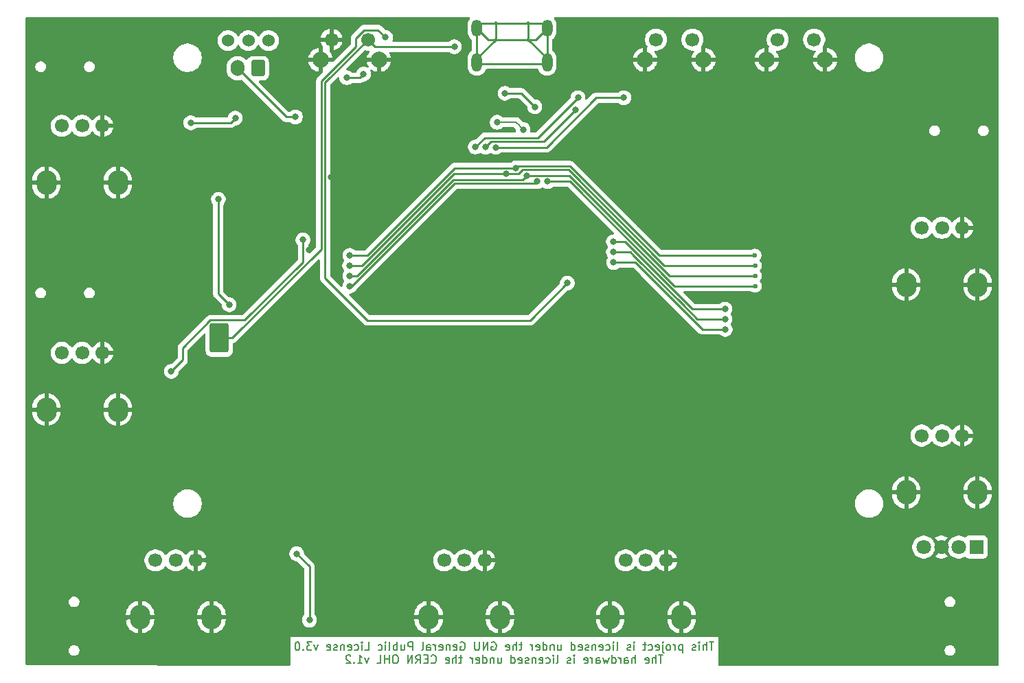
<source format=gbr>
%TF.GenerationSoftware,KiCad,Pcbnew,9.0.4*%
%TF.CreationDate,2025-10-09T22:00:13+02:00*%
%TF.ProjectId,Spikeling_v3.0,5370696b-656c-4696-9e67-5f76332e302e,rev?*%
%TF.SameCoordinates,Original*%
%TF.FileFunction,Copper,L2,Bot*%
%TF.FilePolarity,Positive*%
%FSLAX46Y46*%
G04 Gerber Fmt 4.6, Leading zero omitted, Abs format (unit mm)*
G04 Created by KiCad (PCBNEW 9.0.4) date 2025-10-09 22:00:13*
%MOMM*%
%LPD*%
G01*
G04 APERTURE LIST*
G04 Aperture macros list*
%AMRoundRect*
0 Rectangle with rounded corners*
0 $1 Rounding radius*
0 $2 $3 $4 $5 $6 $7 $8 $9 X,Y pos of 4 corners*
0 Add a 4 corners polygon primitive as box body*
4,1,4,$2,$3,$4,$5,$6,$7,$8,$9,$2,$3,0*
0 Add four circle primitives for the rounded corners*
1,1,$1+$1,$2,$3*
1,1,$1+$1,$4,$5*
1,1,$1+$1,$6,$7*
1,1,$1+$1,$8,$9*
0 Add four rect primitives between the rounded corners*
20,1,$1+$1,$2,$3,$4,$5,0*
20,1,$1+$1,$4,$5,$6,$7,0*
20,1,$1+$1,$6,$7,$8,$9,0*
20,1,$1+$1,$8,$9,$2,$3,0*%
G04 Aperture macros list end*
%ADD10C,0.150000*%
%TA.AperFunction,NonConductor*%
%ADD11C,0.150000*%
%TD*%
%TA.AperFunction,ComponentPad*%
%ADD12C,1.700000*%
%TD*%
%TA.AperFunction,ComponentPad*%
%ADD13O,2.500000X3.000000*%
%TD*%
%TA.AperFunction,ComponentPad*%
%ADD14C,0.500000*%
%TD*%
%TA.AperFunction,SMDPad,CuDef*%
%ADD15RoundRect,0.250000X-0.920000X-1.550000X0.920000X-1.550000X0.920000X1.550000X-0.920000X1.550000X0*%
%TD*%
%TA.AperFunction,ComponentPad*%
%ADD16C,1.524000*%
%TD*%
%TA.AperFunction,ComponentPad*%
%ADD17O,1.300000X2.300000*%
%TD*%
%TA.AperFunction,ComponentPad*%
%ADD18O,1.300000X2.100000*%
%TD*%
%TA.AperFunction,ComponentPad*%
%ADD19C,2.000000*%
%TD*%
%TA.AperFunction,ComponentPad*%
%ADD20RoundRect,0.250000X0.600000X0.750000X-0.600000X0.750000X-0.600000X-0.750000X0.600000X-0.750000X0*%
%TD*%
%TA.AperFunction,ComponentPad*%
%ADD21O,1.700000X2.000000*%
%TD*%
%TA.AperFunction,ComponentPad*%
%ADD22R,1.800000X1.800000*%
%TD*%
%TA.AperFunction,ComponentPad*%
%ADD23C,1.800000*%
%TD*%
%TA.AperFunction,ViaPad*%
%ADD24C,0.800000*%
%TD*%
%TA.AperFunction,ViaPad*%
%ADD25C,0.600000*%
%TD*%
%TA.AperFunction,Conductor*%
%ADD26C,0.250000*%
%TD*%
%TA.AperFunction,Conductor*%
%ADD27C,0.200000*%
%TD*%
G04 APERTURE END LIST*
D10*
D11*
X184877145Y-127079847D02*
X184305717Y-127079847D01*
X184591431Y-128079847D02*
X184591431Y-127079847D01*
X183972383Y-128079847D02*
X183972383Y-127079847D01*
X183543812Y-128079847D02*
X183543812Y-127556037D01*
X183543812Y-127556037D02*
X183591431Y-127460799D01*
X183591431Y-127460799D02*
X183686669Y-127413180D01*
X183686669Y-127413180D02*
X183829526Y-127413180D01*
X183829526Y-127413180D02*
X183924764Y-127460799D01*
X183924764Y-127460799D02*
X183972383Y-127508418D01*
X183067621Y-128079847D02*
X183067621Y-127413180D01*
X183067621Y-127079847D02*
X183115240Y-127127466D01*
X183115240Y-127127466D02*
X183067621Y-127175085D01*
X183067621Y-127175085D02*
X183020002Y-127127466D01*
X183020002Y-127127466D02*
X183067621Y-127079847D01*
X183067621Y-127079847D02*
X183067621Y-127175085D01*
X182639050Y-128032228D02*
X182543812Y-128079847D01*
X182543812Y-128079847D02*
X182353336Y-128079847D01*
X182353336Y-128079847D02*
X182258098Y-128032228D01*
X182258098Y-128032228D02*
X182210479Y-127936989D01*
X182210479Y-127936989D02*
X182210479Y-127889370D01*
X182210479Y-127889370D02*
X182258098Y-127794132D01*
X182258098Y-127794132D02*
X182353336Y-127746513D01*
X182353336Y-127746513D02*
X182496193Y-127746513D01*
X182496193Y-127746513D02*
X182591431Y-127698894D01*
X182591431Y-127698894D02*
X182639050Y-127603656D01*
X182639050Y-127603656D02*
X182639050Y-127556037D01*
X182639050Y-127556037D02*
X182591431Y-127460799D01*
X182591431Y-127460799D02*
X182496193Y-127413180D01*
X182496193Y-127413180D02*
X182353336Y-127413180D01*
X182353336Y-127413180D02*
X182258098Y-127460799D01*
X181020002Y-127413180D02*
X181020002Y-128413180D01*
X181020002Y-127460799D02*
X180924764Y-127413180D01*
X180924764Y-127413180D02*
X180734288Y-127413180D01*
X180734288Y-127413180D02*
X180639050Y-127460799D01*
X180639050Y-127460799D02*
X180591431Y-127508418D01*
X180591431Y-127508418D02*
X180543812Y-127603656D01*
X180543812Y-127603656D02*
X180543812Y-127889370D01*
X180543812Y-127889370D02*
X180591431Y-127984608D01*
X180591431Y-127984608D02*
X180639050Y-128032228D01*
X180639050Y-128032228D02*
X180734288Y-128079847D01*
X180734288Y-128079847D02*
X180924764Y-128079847D01*
X180924764Y-128079847D02*
X181020002Y-128032228D01*
X180115240Y-128079847D02*
X180115240Y-127413180D01*
X180115240Y-127603656D02*
X180067621Y-127508418D01*
X180067621Y-127508418D02*
X180020002Y-127460799D01*
X180020002Y-127460799D02*
X179924764Y-127413180D01*
X179924764Y-127413180D02*
X179829526Y-127413180D01*
X179353335Y-128079847D02*
X179448573Y-128032228D01*
X179448573Y-128032228D02*
X179496192Y-127984608D01*
X179496192Y-127984608D02*
X179543811Y-127889370D01*
X179543811Y-127889370D02*
X179543811Y-127603656D01*
X179543811Y-127603656D02*
X179496192Y-127508418D01*
X179496192Y-127508418D02*
X179448573Y-127460799D01*
X179448573Y-127460799D02*
X179353335Y-127413180D01*
X179353335Y-127413180D02*
X179210478Y-127413180D01*
X179210478Y-127413180D02*
X179115240Y-127460799D01*
X179115240Y-127460799D02*
X179067621Y-127508418D01*
X179067621Y-127508418D02*
X179020002Y-127603656D01*
X179020002Y-127603656D02*
X179020002Y-127889370D01*
X179020002Y-127889370D02*
X179067621Y-127984608D01*
X179067621Y-127984608D02*
X179115240Y-128032228D01*
X179115240Y-128032228D02*
X179210478Y-128079847D01*
X179210478Y-128079847D02*
X179353335Y-128079847D01*
X178591430Y-127413180D02*
X178591430Y-128270323D01*
X178591430Y-128270323D02*
X178639049Y-128365561D01*
X178639049Y-128365561D02*
X178734287Y-128413180D01*
X178734287Y-128413180D02*
X178781906Y-128413180D01*
X178591430Y-127079847D02*
X178639049Y-127127466D01*
X178639049Y-127127466D02*
X178591430Y-127175085D01*
X178591430Y-127175085D02*
X178543811Y-127127466D01*
X178543811Y-127127466D02*
X178591430Y-127079847D01*
X178591430Y-127079847D02*
X178591430Y-127175085D01*
X177734288Y-128032228D02*
X177829526Y-128079847D01*
X177829526Y-128079847D02*
X178020002Y-128079847D01*
X178020002Y-128079847D02*
X178115240Y-128032228D01*
X178115240Y-128032228D02*
X178162859Y-127936989D01*
X178162859Y-127936989D02*
X178162859Y-127556037D01*
X178162859Y-127556037D02*
X178115240Y-127460799D01*
X178115240Y-127460799D02*
X178020002Y-127413180D01*
X178020002Y-127413180D02*
X177829526Y-127413180D01*
X177829526Y-127413180D02*
X177734288Y-127460799D01*
X177734288Y-127460799D02*
X177686669Y-127556037D01*
X177686669Y-127556037D02*
X177686669Y-127651275D01*
X177686669Y-127651275D02*
X178162859Y-127746513D01*
X176829526Y-128032228D02*
X176924764Y-128079847D01*
X176924764Y-128079847D02*
X177115240Y-128079847D01*
X177115240Y-128079847D02*
X177210478Y-128032228D01*
X177210478Y-128032228D02*
X177258097Y-127984608D01*
X177258097Y-127984608D02*
X177305716Y-127889370D01*
X177305716Y-127889370D02*
X177305716Y-127603656D01*
X177305716Y-127603656D02*
X177258097Y-127508418D01*
X177258097Y-127508418D02*
X177210478Y-127460799D01*
X177210478Y-127460799D02*
X177115240Y-127413180D01*
X177115240Y-127413180D02*
X176924764Y-127413180D01*
X176924764Y-127413180D02*
X176829526Y-127460799D01*
X176543811Y-127413180D02*
X176162859Y-127413180D01*
X176400954Y-127079847D02*
X176400954Y-127936989D01*
X176400954Y-127936989D02*
X176353335Y-128032228D01*
X176353335Y-128032228D02*
X176258097Y-128079847D01*
X176258097Y-128079847D02*
X176162859Y-128079847D01*
X175067620Y-128079847D02*
X175067620Y-127413180D01*
X175067620Y-127079847D02*
X175115239Y-127127466D01*
X175115239Y-127127466D02*
X175067620Y-127175085D01*
X175067620Y-127175085D02*
X175020001Y-127127466D01*
X175020001Y-127127466D02*
X175067620Y-127079847D01*
X175067620Y-127079847D02*
X175067620Y-127175085D01*
X174639049Y-128032228D02*
X174543811Y-128079847D01*
X174543811Y-128079847D02*
X174353335Y-128079847D01*
X174353335Y-128079847D02*
X174258097Y-128032228D01*
X174258097Y-128032228D02*
X174210478Y-127936989D01*
X174210478Y-127936989D02*
X174210478Y-127889370D01*
X174210478Y-127889370D02*
X174258097Y-127794132D01*
X174258097Y-127794132D02*
X174353335Y-127746513D01*
X174353335Y-127746513D02*
X174496192Y-127746513D01*
X174496192Y-127746513D02*
X174591430Y-127698894D01*
X174591430Y-127698894D02*
X174639049Y-127603656D01*
X174639049Y-127603656D02*
X174639049Y-127556037D01*
X174639049Y-127556037D02*
X174591430Y-127460799D01*
X174591430Y-127460799D02*
X174496192Y-127413180D01*
X174496192Y-127413180D02*
X174353335Y-127413180D01*
X174353335Y-127413180D02*
X174258097Y-127460799D01*
X172877144Y-128079847D02*
X172972382Y-128032228D01*
X172972382Y-128032228D02*
X173020001Y-127936989D01*
X173020001Y-127936989D02*
X173020001Y-127079847D01*
X172496191Y-128079847D02*
X172496191Y-127413180D01*
X172496191Y-127079847D02*
X172543810Y-127127466D01*
X172543810Y-127127466D02*
X172496191Y-127175085D01*
X172496191Y-127175085D02*
X172448572Y-127127466D01*
X172448572Y-127127466D02*
X172496191Y-127079847D01*
X172496191Y-127079847D02*
X172496191Y-127175085D01*
X171591430Y-128032228D02*
X171686668Y-128079847D01*
X171686668Y-128079847D02*
X171877144Y-128079847D01*
X171877144Y-128079847D02*
X171972382Y-128032228D01*
X171972382Y-128032228D02*
X172020001Y-127984608D01*
X172020001Y-127984608D02*
X172067620Y-127889370D01*
X172067620Y-127889370D02*
X172067620Y-127603656D01*
X172067620Y-127603656D02*
X172020001Y-127508418D01*
X172020001Y-127508418D02*
X171972382Y-127460799D01*
X171972382Y-127460799D02*
X171877144Y-127413180D01*
X171877144Y-127413180D02*
X171686668Y-127413180D01*
X171686668Y-127413180D02*
X171591430Y-127460799D01*
X170781906Y-128032228D02*
X170877144Y-128079847D01*
X170877144Y-128079847D02*
X171067620Y-128079847D01*
X171067620Y-128079847D02*
X171162858Y-128032228D01*
X171162858Y-128032228D02*
X171210477Y-127936989D01*
X171210477Y-127936989D02*
X171210477Y-127556037D01*
X171210477Y-127556037D02*
X171162858Y-127460799D01*
X171162858Y-127460799D02*
X171067620Y-127413180D01*
X171067620Y-127413180D02*
X170877144Y-127413180D01*
X170877144Y-127413180D02*
X170781906Y-127460799D01*
X170781906Y-127460799D02*
X170734287Y-127556037D01*
X170734287Y-127556037D02*
X170734287Y-127651275D01*
X170734287Y-127651275D02*
X171210477Y-127746513D01*
X170305715Y-127413180D02*
X170305715Y-128079847D01*
X170305715Y-127508418D02*
X170258096Y-127460799D01*
X170258096Y-127460799D02*
X170162858Y-127413180D01*
X170162858Y-127413180D02*
X170020001Y-127413180D01*
X170020001Y-127413180D02*
X169924763Y-127460799D01*
X169924763Y-127460799D02*
X169877144Y-127556037D01*
X169877144Y-127556037D02*
X169877144Y-128079847D01*
X169448572Y-128032228D02*
X169353334Y-128079847D01*
X169353334Y-128079847D02*
X169162858Y-128079847D01*
X169162858Y-128079847D02*
X169067620Y-128032228D01*
X169067620Y-128032228D02*
X169020001Y-127936989D01*
X169020001Y-127936989D02*
X169020001Y-127889370D01*
X169020001Y-127889370D02*
X169067620Y-127794132D01*
X169067620Y-127794132D02*
X169162858Y-127746513D01*
X169162858Y-127746513D02*
X169305715Y-127746513D01*
X169305715Y-127746513D02*
X169400953Y-127698894D01*
X169400953Y-127698894D02*
X169448572Y-127603656D01*
X169448572Y-127603656D02*
X169448572Y-127556037D01*
X169448572Y-127556037D02*
X169400953Y-127460799D01*
X169400953Y-127460799D02*
X169305715Y-127413180D01*
X169305715Y-127413180D02*
X169162858Y-127413180D01*
X169162858Y-127413180D02*
X169067620Y-127460799D01*
X168210477Y-128032228D02*
X168305715Y-128079847D01*
X168305715Y-128079847D02*
X168496191Y-128079847D01*
X168496191Y-128079847D02*
X168591429Y-128032228D01*
X168591429Y-128032228D02*
X168639048Y-127936989D01*
X168639048Y-127936989D02*
X168639048Y-127556037D01*
X168639048Y-127556037D02*
X168591429Y-127460799D01*
X168591429Y-127460799D02*
X168496191Y-127413180D01*
X168496191Y-127413180D02*
X168305715Y-127413180D01*
X168305715Y-127413180D02*
X168210477Y-127460799D01*
X168210477Y-127460799D02*
X168162858Y-127556037D01*
X168162858Y-127556037D02*
X168162858Y-127651275D01*
X168162858Y-127651275D02*
X168639048Y-127746513D01*
X167305715Y-128079847D02*
X167305715Y-127079847D01*
X167305715Y-128032228D02*
X167400953Y-128079847D01*
X167400953Y-128079847D02*
X167591429Y-128079847D01*
X167591429Y-128079847D02*
X167686667Y-128032228D01*
X167686667Y-128032228D02*
X167734286Y-127984608D01*
X167734286Y-127984608D02*
X167781905Y-127889370D01*
X167781905Y-127889370D02*
X167781905Y-127603656D01*
X167781905Y-127603656D02*
X167734286Y-127508418D01*
X167734286Y-127508418D02*
X167686667Y-127460799D01*
X167686667Y-127460799D02*
X167591429Y-127413180D01*
X167591429Y-127413180D02*
X167400953Y-127413180D01*
X167400953Y-127413180D02*
X167305715Y-127460799D01*
X165639048Y-127413180D02*
X165639048Y-128079847D01*
X166067619Y-127413180D02*
X166067619Y-127936989D01*
X166067619Y-127936989D02*
X166020000Y-128032228D01*
X166020000Y-128032228D02*
X165924762Y-128079847D01*
X165924762Y-128079847D02*
X165781905Y-128079847D01*
X165781905Y-128079847D02*
X165686667Y-128032228D01*
X165686667Y-128032228D02*
X165639048Y-127984608D01*
X165162857Y-127413180D02*
X165162857Y-128079847D01*
X165162857Y-127508418D02*
X165115238Y-127460799D01*
X165115238Y-127460799D02*
X165020000Y-127413180D01*
X165020000Y-127413180D02*
X164877143Y-127413180D01*
X164877143Y-127413180D02*
X164781905Y-127460799D01*
X164781905Y-127460799D02*
X164734286Y-127556037D01*
X164734286Y-127556037D02*
X164734286Y-128079847D01*
X163829524Y-128079847D02*
X163829524Y-127079847D01*
X163829524Y-128032228D02*
X163924762Y-128079847D01*
X163924762Y-128079847D02*
X164115238Y-128079847D01*
X164115238Y-128079847D02*
X164210476Y-128032228D01*
X164210476Y-128032228D02*
X164258095Y-127984608D01*
X164258095Y-127984608D02*
X164305714Y-127889370D01*
X164305714Y-127889370D02*
X164305714Y-127603656D01*
X164305714Y-127603656D02*
X164258095Y-127508418D01*
X164258095Y-127508418D02*
X164210476Y-127460799D01*
X164210476Y-127460799D02*
X164115238Y-127413180D01*
X164115238Y-127413180D02*
X163924762Y-127413180D01*
X163924762Y-127413180D02*
X163829524Y-127460799D01*
X162972381Y-128032228D02*
X163067619Y-128079847D01*
X163067619Y-128079847D02*
X163258095Y-128079847D01*
X163258095Y-128079847D02*
X163353333Y-128032228D01*
X163353333Y-128032228D02*
X163400952Y-127936989D01*
X163400952Y-127936989D02*
X163400952Y-127556037D01*
X163400952Y-127556037D02*
X163353333Y-127460799D01*
X163353333Y-127460799D02*
X163258095Y-127413180D01*
X163258095Y-127413180D02*
X163067619Y-127413180D01*
X163067619Y-127413180D02*
X162972381Y-127460799D01*
X162972381Y-127460799D02*
X162924762Y-127556037D01*
X162924762Y-127556037D02*
X162924762Y-127651275D01*
X162924762Y-127651275D02*
X163400952Y-127746513D01*
X162496190Y-128079847D02*
X162496190Y-127413180D01*
X162496190Y-127603656D02*
X162448571Y-127508418D01*
X162448571Y-127508418D02*
X162400952Y-127460799D01*
X162400952Y-127460799D02*
X162305714Y-127413180D01*
X162305714Y-127413180D02*
X162210476Y-127413180D01*
X161258094Y-127413180D02*
X160877142Y-127413180D01*
X161115237Y-127079847D02*
X161115237Y-127936989D01*
X161115237Y-127936989D02*
X161067618Y-128032228D01*
X161067618Y-128032228D02*
X160972380Y-128079847D01*
X160972380Y-128079847D02*
X160877142Y-128079847D01*
X160543808Y-128079847D02*
X160543808Y-127079847D01*
X160115237Y-128079847D02*
X160115237Y-127556037D01*
X160115237Y-127556037D02*
X160162856Y-127460799D01*
X160162856Y-127460799D02*
X160258094Y-127413180D01*
X160258094Y-127413180D02*
X160400951Y-127413180D01*
X160400951Y-127413180D02*
X160496189Y-127460799D01*
X160496189Y-127460799D02*
X160543808Y-127508418D01*
X159258094Y-128032228D02*
X159353332Y-128079847D01*
X159353332Y-128079847D02*
X159543808Y-128079847D01*
X159543808Y-128079847D02*
X159639046Y-128032228D01*
X159639046Y-128032228D02*
X159686665Y-127936989D01*
X159686665Y-127936989D02*
X159686665Y-127556037D01*
X159686665Y-127556037D02*
X159639046Y-127460799D01*
X159639046Y-127460799D02*
X159543808Y-127413180D01*
X159543808Y-127413180D02*
X159353332Y-127413180D01*
X159353332Y-127413180D02*
X159258094Y-127460799D01*
X159258094Y-127460799D02*
X159210475Y-127556037D01*
X159210475Y-127556037D02*
X159210475Y-127651275D01*
X159210475Y-127651275D02*
X159686665Y-127746513D01*
X157496189Y-127127466D02*
X157591427Y-127079847D01*
X157591427Y-127079847D02*
X157734284Y-127079847D01*
X157734284Y-127079847D02*
X157877141Y-127127466D01*
X157877141Y-127127466D02*
X157972379Y-127222704D01*
X157972379Y-127222704D02*
X158019998Y-127317942D01*
X158019998Y-127317942D02*
X158067617Y-127508418D01*
X158067617Y-127508418D02*
X158067617Y-127651275D01*
X158067617Y-127651275D02*
X158019998Y-127841751D01*
X158019998Y-127841751D02*
X157972379Y-127936989D01*
X157972379Y-127936989D02*
X157877141Y-128032228D01*
X157877141Y-128032228D02*
X157734284Y-128079847D01*
X157734284Y-128079847D02*
X157639046Y-128079847D01*
X157639046Y-128079847D02*
X157496189Y-128032228D01*
X157496189Y-128032228D02*
X157448570Y-127984608D01*
X157448570Y-127984608D02*
X157448570Y-127651275D01*
X157448570Y-127651275D02*
X157639046Y-127651275D01*
X157019998Y-128079847D02*
X157019998Y-127079847D01*
X157019998Y-127079847D02*
X156448570Y-128079847D01*
X156448570Y-128079847D02*
X156448570Y-127079847D01*
X155972379Y-127079847D02*
X155972379Y-127889370D01*
X155972379Y-127889370D02*
X155924760Y-127984608D01*
X155924760Y-127984608D02*
X155877141Y-128032228D01*
X155877141Y-128032228D02*
X155781903Y-128079847D01*
X155781903Y-128079847D02*
X155591427Y-128079847D01*
X155591427Y-128079847D02*
X155496189Y-128032228D01*
X155496189Y-128032228D02*
X155448570Y-127984608D01*
X155448570Y-127984608D02*
X155400951Y-127889370D01*
X155400951Y-127889370D02*
X155400951Y-127079847D01*
X153639046Y-127127466D02*
X153734284Y-127079847D01*
X153734284Y-127079847D02*
X153877141Y-127079847D01*
X153877141Y-127079847D02*
X154019998Y-127127466D01*
X154019998Y-127127466D02*
X154115236Y-127222704D01*
X154115236Y-127222704D02*
X154162855Y-127317942D01*
X154162855Y-127317942D02*
X154210474Y-127508418D01*
X154210474Y-127508418D02*
X154210474Y-127651275D01*
X154210474Y-127651275D02*
X154162855Y-127841751D01*
X154162855Y-127841751D02*
X154115236Y-127936989D01*
X154115236Y-127936989D02*
X154019998Y-128032228D01*
X154019998Y-128032228D02*
X153877141Y-128079847D01*
X153877141Y-128079847D02*
X153781903Y-128079847D01*
X153781903Y-128079847D02*
X153639046Y-128032228D01*
X153639046Y-128032228D02*
X153591427Y-127984608D01*
X153591427Y-127984608D02*
X153591427Y-127651275D01*
X153591427Y-127651275D02*
X153781903Y-127651275D01*
X152781903Y-128032228D02*
X152877141Y-128079847D01*
X152877141Y-128079847D02*
X153067617Y-128079847D01*
X153067617Y-128079847D02*
X153162855Y-128032228D01*
X153162855Y-128032228D02*
X153210474Y-127936989D01*
X153210474Y-127936989D02*
X153210474Y-127556037D01*
X153210474Y-127556037D02*
X153162855Y-127460799D01*
X153162855Y-127460799D02*
X153067617Y-127413180D01*
X153067617Y-127413180D02*
X152877141Y-127413180D01*
X152877141Y-127413180D02*
X152781903Y-127460799D01*
X152781903Y-127460799D02*
X152734284Y-127556037D01*
X152734284Y-127556037D02*
X152734284Y-127651275D01*
X152734284Y-127651275D02*
X153210474Y-127746513D01*
X152305712Y-127413180D02*
X152305712Y-128079847D01*
X152305712Y-127508418D02*
X152258093Y-127460799D01*
X152258093Y-127460799D02*
X152162855Y-127413180D01*
X152162855Y-127413180D02*
X152019998Y-127413180D01*
X152019998Y-127413180D02*
X151924760Y-127460799D01*
X151924760Y-127460799D02*
X151877141Y-127556037D01*
X151877141Y-127556037D02*
X151877141Y-128079847D01*
X151019998Y-128032228D02*
X151115236Y-128079847D01*
X151115236Y-128079847D02*
X151305712Y-128079847D01*
X151305712Y-128079847D02*
X151400950Y-128032228D01*
X151400950Y-128032228D02*
X151448569Y-127936989D01*
X151448569Y-127936989D02*
X151448569Y-127556037D01*
X151448569Y-127556037D02*
X151400950Y-127460799D01*
X151400950Y-127460799D02*
X151305712Y-127413180D01*
X151305712Y-127413180D02*
X151115236Y-127413180D01*
X151115236Y-127413180D02*
X151019998Y-127460799D01*
X151019998Y-127460799D02*
X150972379Y-127556037D01*
X150972379Y-127556037D02*
X150972379Y-127651275D01*
X150972379Y-127651275D02*
X151448569Y-127746513D01*
X150543807Y-128079847D02*
X150543807Y-127413180D01*
X150543807Y-127603656D02*
X150496188Y-127508418D01*
X150496188Y-127508418D02*
X150448569Y-127460799D01*
X150448569Y-127460799D02*
X150353331Y-127413180D01*
X150353331Y-127413180D02*
X150258093Y-127413180D01*
X149496188Y-128079847D02*
X149496188Y-127556037D01*
X149496188Y-127556037D02*
X149543807Y-127460799D01*
X149543807Y-127460799D02*
X149639045Y-127413180D01*
X149639045Y-127413180D02*
X149829521Y-127413180D01*
X149829521Y-127413180D02*
X149924759Y-127460799D01*
X149496188Y-128032228D02*
X149591426Y-128079847D01*
X149591426Y-128079847D02*
X149829521Y-128079847D01*
X149829521Y-128079847D02*
X149924759Y-128032228D01*
X149924759Y-128032228D02*
X149972378Y-127936989D01*
X149972378Y-127936989D02*
X149972378Y-127841751D01*
X149972378Y-127841751D02*
X149924759Y-127746513D01*
X149924759Y-127746513D02*
X149829521Y-127698894D01*
X149829521Y-127698894D02*
X149591426Y-127698894D01*
X149591426Y-127698894D02*
X149496188Y-127651275D01*
X148877140Y-128079847D02*
X148972378Y-128032228D01*
X148972378Y-128032228D02*
X149019997Y-127936989D01*
X149019997Y-127936989D02*
X149019997Y-127079847D01*
X147734282Y-128079847D02*
X147734282Y-127079847D01*
X147734282Y-127079847D02*
X147353330Y-127079847D01*
X147353330Y-127079847D02*
X147258092Y-127127466D01*
X147258092Y-127127466D02*
X147210473Y-127175085D01*
X147210473Y-127175085D02*
X147162854Y-127270323D01*
X147162854Y-127270323D02*
X147162854Y-127413180D01*
X147162854Y-127413180D02*
X147210473Y-127508418D01*
X147210473Y-127508418D02*
X147258092Y-127556037D01*
X147258092Y-127556037D02*
X147353330Y-127603656D01*
X147353330Y-127603656D02*
X147734282Y-127603656D01*
X146305711Y-127413180D02*
X146305711Y-128079847D01*
X146734282Y-127413180D02*
X146734282Y-127936989D01*
X146734282Y-127936989D02*
X146686663Y-128032228D01*
X146686663Y-128032228D02*
X146591425Y-128079847D01*
X146591425Y-128079847D02*
X146448568Y-128079847D01*
X146448568Y-128079847D02*
X146353330Y-128032228D01*
X146353330Y-128032228D02*
X146305711Y-127984608D01*
X145829520Y-128079847D02*
X145829520Y-127079847D01*
X145829520Y-127460799D02*
X145734282Y-127413180D01*
X145734282Y-127413180D02*
X145543806Y-127413180D01*
X145543806Y-127413180D02*
X145448568Y-127460799D01*
X145448568Y-127460799D02*
X145400949Y-127508418D01*
X145400949Y-127508418D02*
X145353330Y-127603656D01*
X145353330Y-127603656D02*
X145353330Y-127889370D01*
X145353330Y-127889370D02*
X145400949Y-127984608D01*
X145400949Y-127984608D02*
X145448568Y-128032228D01*
X145448568Y-128032228D02*
X145543806Y-128079847D01*
X145543806Y-128079847D02*
X145734282Y-128079847D01*
X145734282Y-128079847D02*
X145829520Y-128032228D01*
X144781901Y-128079847D02*
X144877139Y-128032228D01*
X144877139Y-128032228D02*
X144924758Y-127936989D01*
X144924758Y-127936989D02*
X144924758Y-127079847D01*
X144400948Y-128079847D02*
X144400948Y-127413180D01*
X144400948Y-127079847D02*
X144448567Y-127127466D01*
X144448567Y-127127466D02*
X144400948Y-127175085D01*
X144400948Y-127175085D02*
X144353329Y-127127466D01*
X144353329Y-127127466D02*
X144400948Y-127079847D01*
X144400948Y-127079847D02*
X144400948Y-127175085D01*
X143496187Y-128032228D02*
X143591425Y-128079847D01*
X143591425Y-128079847D02*
X143781901Y-128079847D01*
X143781901Y-128079847D02*
X143877139Y-128032228D01*
X143877139Y-128032228D02*
X143924758Y-127984608D01*
X143924758Y-127984608D02*
X143972377Y-127889370D01*
X143972377Y-127889370D02*
X143972377Y-127603656D01*
X143972377Y-127603656D02*
X143924758Y-127508418D01*
X143924758Y-127508418D02*
X143877139Y-127460799D01*
X143877139Y-127460799D02*
X143781901Y-127413180D01*
X143781901Y-127413180D02*
X143591425Y-127413180D01*
X143591425Y-127413180D02*
X143496187Y-127460799D01*
X141829520Y-128079847D02*
X142305710Y-128079847D01*
X142305710Y-128079847D02*
X142305710Y-127079847D01*
X141496186Y-128079847D02*
X141496186Y-127413180D01*
X141496186Y-127079847D02*
X141543805Y-127127466D01*
X141543805Y-127127466D02*
X141496186Y-127175085D01*
X141496186Y-127175085D02*
X141448567Y-127127466D01*
X141448567Y-127127466D02*
X141496186Y-127079847D01*
X141496186Y-127079847D02*
X141496186Y-127175085D01*
X140591425Y-128032228D02*
X140686663Y-128079847D01*
X140686663Y-128079847D02*
X140877139Y-128079847D01*
X140877139Y-128079847D02*
X140972377Y-128032228D01*
X140972377Y-128032228D02*
X141019996Y-127984608D01*
X141019996Y-127984608D02*
X141067615Y-127889370D01*
X141067615Y-127889370D02*
X141067615Y-127603656D01*
X141067615Y-127603656D02*
X141019996Y-127508418D01*
X141019996Y-127508418D02*
X140972377Y-127460799D01*
X140972377Y-127460799D02*
X140877139Y-127413180D01*
X140877139Y-127413180D02*
X140686663Y-127413180D01*
X140686663Y-127413180D02*
X140591425Y-127460799D01*
X139781901Y-128032228D02*
X139877139Y-128079847D01*
X139877139Y-128079847D02*
X140067615Y-128079847D01*
X140067615Y-128079847D02*
X140162853Y-128032228D01*
X140162853Y-128032228D02*
X140210472Y-127936989D01*
X140210472Y-127936989D02*
X140210472Y-127556037D01*
X140210472Y-127556037D02*
X140162853Y-127460799D01*
X140162853Y-127460799D02*
X140067615Y-127413180D01*
X140067615Y-127413180D02*
X139877139Y-127413180D01*
X139877139Y-127413180D02*
X139781901Y-127460799D01*
X139781901Y-127460799D02*
X139734282Y-127556037D01*
X139734282Y-127556037D02*
X139734282Y-127651275D01*
X139734282Y-127651275D02*
X140210472Y-127746513D01*
X139305710Y-127413180D02*
X139305710Y-128079847D01*
X139305710Y-127508418D02*
X139258091Y-127460799D01*
X139258091Y-127460799D02*
X139162853Y-127413180D01*
X139162853Y-127413180D02*
X139019996Y-127413180D01*
X139019996Y-127413180D02*
X138924758Y-127460799D01*
X138924758Y-127460799D02*
X138877139Y-127556037D01*
X138877139Y-127556037D02*
X138877139Y-128079847D01*
X138448567Y-128032228D02*
X138353329Y-128079847D01*
X138353329Y-128079847D02*
X138162853Y-128079847D01*
X138162853Y-128079847D02*
X138067615Y-128032228D01*
X138067615Y-128032228D02*
X138019996Y-127936989D01*
X138019996Y-127936989D02*
X138019996Y-127889370D01*
X138019996Y-127889370D02*
X138067615Y-127794132D01*
X138067615Y-127794132D02*
X138162853Y-127746513D01*
X138162853Y-127746513D02*
X138305710Y-127746513D01*
X138305710Y-127746513D02*
X138400948Y-127698894D01*
X138400948Y-127698894D02*
X138448567Y-127603656D01*
X138448567Y-127603656D02*
X138448567Y-127556037D01*
X138448567Y-127556037D02*
X138400948Y-127460799D01*
X138400948Y-127460799D02*
X138305710Y-127413180D01*
X138305710Y-127413180D02*
X138162853Y-127413180D01*
X138162853Y-127413180D02*
X138067615Y-127460799D01*
X137210472Y-128032228D02*
X137305710Y-128079847D01*
X137305710Y-128079847D02*
X137496186Y-128079847D01*
X137496186Y-128079847D02*
X137591424Y-128032228D01*
X137591424Y-128032228D02*
X137639043Y-127936989D01*
X137639043Y-127936989D02*
X137639043Y-127556037D01*
X137639043Y-127556037D02*
X137591424Y-127460799D01*
X137591424Y-127460799D02*
X137496186Y-127413180D01*
X137496186Y-127413180D02*
X137305710Y-127413180D01*
X137305710Y-127413180D02*
X137210472Y-127460799D01*
X137210472Y-127460799D02*
X137162853Y-127556037D01*
X137162853Y-127556037D02*
X137162853Y-127651275D01*
X137162853Y-127651275D02*
X137639043Y-127746513D01*
X136067614Y-127413180D02*
X135829519Y-128079847D01*
X135829519Y-128079847D02*
X135591424Y-127413180D01*
X135305709Y-127079847D02*
X134686662Y-127079847D01*
X134686662Y-127079847D02*
X135019995Y-127460799D01*
X135019995Y-127460799D02*
X134877138Y-127460799D01*
X134877138Y-127460799D02*
X134781900Y-127508418D01*
X134781900Y-127508418D02*
X134734281Y-127556037D01*
X134734281Y-127556037D02*
X134686662Y-127651275D01*
X134686662Y-127651275D02*
X134686662Y-127889370D01*
X134686662Y-127889370D02*
X134734281Y-127984608D01*
X134734281Y-127984608D02*
X134781900Y-128032228D01*
X134781900Y-128032228D02*
X134877138Y-128079847D01*
X134877138Y-128079847D02*
X135162852Y-128079847D01*
X135162852Y-128079847D02*
X135258090Y-128032228D01*
X135258090Y-128032228D02*
X135305709Y-127984608D01*
X134258090Y-127984608D02*
X134210471Y-128032228D01*
X134210471Y-128032228D02*
X134258090Y-128079847D01*
X134258090Y-128079847D02*
X134305709Y-128032228D01*
X134305709Y-128032228D02*
X134258090Y-127984608D01*
X134258090Y-127984608D02*
X134258090Y-128079847D01*
X133591424Y-127079847D02*
X133496186Y-127079847D01*
X133496186Y-127079847D02*
X133400948Y-127127466D01*
X133400948Y-127127466D02*
X133353329Y-127175085D01*
X133353329Y-127175085D02*
X133305710Y-127270323D01*
X133305710Y-127270323D02*
X133258091Y-127460799D01*
X133258091Y-127460799D02*
X133258091Y-127698894D01*
X133258091Y-127698894D02*
X133305710Y-127889370D01*
X133305710Y-127889370D02*
X133353329Y-127984608D01*
X133353329Y-127984608D02*
X133400948Y-128032228D01*
X133400948Y-128032228D02*
X133496186Y-128079847D01*
X133496186Y-128079847D02*
X133591424Y-128079847D01*
X133591424Y-128079847D02*
X133686662Y-128032228D01*
X133686662Y-128032228D02*
X133734281Y-127984608D01*
X133734281Y-127984608D02*
X133781900Y-127889370D01*
X133781900Y-127889370D02*
X133829519Y-127698894D01*
X133829519Y-127698894D02*
X133829519Y-127460799D01*
X133829519Y-127460799D02*
X133781900Y-127270323D01*
X133781900Y-127270323D02*
X133734281Y-127175085D01*
X133734281Y-127175085D02*
X133686662Y-127127466D01*
X133686662Y-127127466D02*
X133591424Y-127079847D01*
X178615240Y-128689791D02*
X178043812Y-128689791D01*
X178329526Y-129689791D02*
X178329526Y-128689791D01*
X177710478Y-129689791D02*
X177710478Y-128689791D01*
X177281907Y-129689791D02*
X177281907Y-129165981D01*
X177281907Y-129165981D02*
X177329526Y-129070743D01*
X177329526Y-129070743D02*
X177424764Y-129023124D01*
X177424764Y-129023124D02*
X177567621Y-129023124D01*
X177567621Y-129023124D02*
X177662859Y-129070743D01*
X177662859Y-129070743D02*
X177710478Y-129118362D01*
X176424764Y-129642172D02*
X176520002Y-129689791D01*
X176520002Y-129689791D02*
X176710478Y-129689791D01*
X176710478Y-129689791D02*
X176805716Y-129642172D01*
X176805716Y-129642172D02*
X176853335Y-129546933D01*
X176853335Y-129546933D02*
X176853335Y-129165981D01*
X176853335Y-129165981D02*
X176805716Y-129070743D01*
X176805716Y-129070743D02*
X176710478Y-129023124D01*
X176710478Y-129023124D02*
X176520002Y-129023124D01*
X176520002Y-129023124D02*
X176424764Y-129070743D01*
X176424764Y-129070743D02*
X176377145Y-129165981D01*
X176377145Y-129165981D02*
X176377145Y-129261219D01*
X176377145Y-129261219D02*
X176853335Y-129356457D01*
X175186668Y-129689791D02*
X175186668Y-128689791D01*
X174758097Y-129689791D02*
X174758097Y-129165981D01*
X174758097Y-129165981D02*
X174805716Y-129070743D01*
X174805716Y-129070743D02*
X174900954Y-129023124D01*
X174900954Y-129023124D02*
X175043811Y-129023124D01*
X175043811Y-129023124D02*
X175139049Y-129070743D01*
X175139049Y-129070743D02*
X175186668Y-129118362D01*
X173853335Y-129689791D02*
X173853335Y-129165981D01*
X173853335Y-129165981D02*
X173900954Y-129070743D01*
X173900954Y-129070743D02*
X173996192Y-129023124D01*
X173996192Y-129023124D02*
X174186668Y-129023124D01*
X174186668Y-129023124D02*
X174281906Y-129070743D01*
X173853335Y-129642172D02*
X173948573Y-129689791D01*
X173948573Y-129689791D02*
X174186668Y-129689791D01*
X174186668Y-129689791D02*
X174281906Y-129642172D01*
X174281906Y-129642172D02*
X174329525Y-129546933D01*
X174329525Y-129546933D02*
X174329525Y-129451695D01*
X174329525Y-129451695D02*
X174281906Y-129356457D01*
X174281906Y-129356457D02*
X174186668Y-129308838D01*
X174186668Y-129308838D02*
X173948573Y-129308838D01*
X173948573Y-129308838D02*
X173853335Y-129261219D01*
X173377144Y-129689791D02*
X173377144Y-129023124D01*
X173377144Y-129213600D02*
X173329525Y-129118362D01*
X173329525Y-129118362D02*
X173281906Y-129070743D01*
X173281906Y-129070743D02*
X173186668Y-129023124D01*
X173186668Y-129023124D02*
X173091430Y-129023124D01*
X172329525Y-129689791D02*
X172329525Y-128689791D01*
X172329525Y-129642172D02*
X172424763Y-129689791D01*
X172424763Y-129689791D02*
X172615239Y-129689791D01*
X172615239Y-129689791D02*
X172710477Y-129642172D01*
X172710477Y-129642172D02*
X172758096Y-129594552D01*
X172758096Y-129594552D02*
X172805715Y-129499314D01*
X172805715Y-129499314D02*
X172805715Y-129213600D01*
X172805715Y-129213600D02*
X172758096Y-129118362D01*
X172758096Y-129118362D02*
X172710477Y-129070743D01*
X172710477Y-129070743D02*
X172615239Y-129023124D01*
X172615239Y-129023124D02*
X172424763Y-129023124D01*
X172424763Y-129023124D02*
X172329525Y-129070743D01*
X171948572Y-129023124D02*
X171758096Y-129689791D01*
X171758096Y-129689791D02*
X171567620Y-129213600D01*
X171567620Y-129213600D02*
X171377144Y-129689791D01*
X171377144Y-129689791D02*
X171186668Y-129023124D01*
X170377144Y-129689791D02*
X170377144Y-129165981D01*
X170377144Y-129165981D02*
X170424763Y-129070743D01*
X170424763Y-129070743D02*
X170520001Y-129023124D01*
X170520001Y-129023124D02*
X170710477Y-129023124D01*
X170710477Y-129023124D02*
X170805715Y-129070743D01*
X170377144Y-129642172D02*
X170472382Y-129689791D01*
X170472382Y-129689791D02*
X170710477Y-129689791D01*
X170710477Y-129689791D02*
X170805715Y-129642172D01*
X170805715Y-129642172D02*
X170853334Y-129546933D01*
X170853334Y-129546933D02*
X170853334Y-129451695D01*
X170853334Y-129451695D02*
X170805715Y-129356457D01*
X170805715Y-129356457D02*
X170710477Y-129308838D01*
X170710477Y-129308838D02*
X170472382Y-129308838D01*
X170472382Y-129308838D02*
X170377144Y-129261219D01*
X169900953Y-129689791D02*
X169900953Y-129023124D01*
X169900953Y-129213600D02*
X169853334Y-129118362D01*
X169853334Y-129118362D02*
X169805715Y-129070743D01*
X169805715Y-129070743D02*
X169710477Y-129023124D01*
X169710477Y-129023124D02*
X169615239Y-129023124D01*
X168900953Y-129642172D02*
X168996191Y-129689791D01*
X168996191Y-129689791D02*
X169186667Y-129689791D01*
X169186667Y-129689791D02*
X169281905Y-129642172D01*
X169281905Y-129642172D02*
X169329524Y-129546933D01*
X169329524Y-129546933D02*
X169329524Y-129165981D01*
X169329524Y-129165981D02*
X169281905Y-129070743D01*
X169281905Y-129070743D02*
X169186667Y-129023124D01*
X169186667Y-129023124D02*
X168996191Y-129023124D01*
X168996191Y-129023124D02*
X168900953Y-129070743D01*
X168900953Y-129070743D02*
X168853334Y-129165981D01*
X168853334Y-129165981D02*
X168853334Y-129261219D01*
X168853334Y-129261219D02*
X169329524Y-129356457D01*
X167662857Y-129689791D02*
X167662857Y-129023124D01*
X167662857Y-128689791D02*
X167710476Y-128737410D01*
X167710476Y-128737410D02*
X167662857Y-128785029D01*
X167662857Y-128785029D02*
X167615238Y-128737410D01*
X167615238Y-128737410D02*
X167662857Y-128689791D01*
X167662857Y-128689791D02*
X167662857Y-128785029D01*
X167234286Y-129642172D02*
X167139048Y-129689791D01*
X167139048Y-129689791D02*
X166948572Y-129689791D01*
X166948572Y-129689791D02*
X166853334Y-129642172D01*
X166853334Y-129642172D02*
X166805715Y-129546933D01*
X166805715Y-129546933D02*
X166805715Y-129499314D01*
X166805715Y-129499314D02*
X166853334Y-129404076D01*
X166853334Y-129404076D02*
X166948572Y-129356457D01*
X166948572Y-129356457D02*
X167091429Y-129356457D01*
X167091429Y-129356457D02*
X167186667Y-129308838D01*
X167186667Y-129308838D02*
X167234286Y-129213600D01*
X167234286Y-129213600D02*
X167234286Y-129165981D01*
X167234286Y-129165981D02*
X167186667Y-129070743D01*
X167186667Y-129070743D02*
X167091429Y-129023124D01*
X167091429Y-129023124D02*
X166948572Y-129023124D01*
X166948572Y-129023124D02*
X166853334Y-129070743D01*
X165472381Y-129689791D02*
X165567619Y-129642172D01*
X165567619Y-129642172D02*
X165615238Y-129546933D01*
X165615238Y-129546933D02*
X165615238Y-128689791D01*
X165091428Y-129689791D02*
X165091428Y-129023124D01*
X165091428Y-128689791D02*
X165139047Y-128737410D01*
X165139047Y-128737410D02*
X165091428Y-128785029D01*
X165091428Y-128785029D02*
X165043809Y-128737410D01*
X165043809Y-128737410D02*
X165091428Y-128689791D01*
X165091428Y-128689791D02*
X165091428Y-128785029D01*
X164186667Y-129642172D02*
X164281905Y-129689791D01*
X164281905Y-129689791D02*
X164472381Y-129689791D01*
X164472381Y-129689791D02*
X164567619Y-129642172D01*
X164567619Y-129642172D02*
X164615238Y-129594552D01*
X164615238Y-129594552D02*
X164662857Y-129499314D01*
X164662857Y-129499314D02*
X164662857Y-129213600D01*
X164662857Y-129213600D02*
X164615238Y-129118362D01*
X164615238Y-129118362D02*
X164567619Y-129070743D01*
X164567619Y-129070743D02*
X164472381Y-129023124D01*
X164472381Y-129023124D02*
X164281905Y-129023124D01*
X164281905Y-129023124D02*
X164186667Y-129070743D01*
X163377143Y-129642172D02*
X163472381Y-129689791D01*
X163472381Y-129689791D02*
X163662857Y-129689791D01*
X163662857Y-129689791D02*
X163758095Y-129642172D01*
X163758095Y-129642172D02*
X163805714Y-129546933D01*
X163805714Y-129546933D02*
X163805714Y-129165981D01*
X163805714Y-129165981D02*
X163758095Y-129070743D01*
X163758095Y-129070743D02*
X163662857Y-129023124D01*
X163662857Y-129023124D02*
X163472381Y-129023124D01*
X163472381Y-129023124D02*
X163377143Y-129070743D01*
X163377143Y-129070743D02*
X163329524Y-129165981D01*
X163329524Y-129165981D02*
X163329524Y-129261219D01*
X163329524Y-129261219D02*
X163805714Y-129356457D01*
X162900952Y-129023124D02*
X162900952Y-129689791D01*
X162900952Y-129118362D02*
X162853333Y-129070743D01*
X162853333Y-129070743D02*
X162758095Y-129023124D01*
X162758095Y-129023124D02*
X162615238Y-129023124D01*
X162615238Y-129023124D02*
X162520000Y-129070743D01*
X162520000Y-129070743D02*
X162472381Y-129165981D01*
X162472381Y-129165981D02*
X162472381Y-129689791D01*
X162043809Y-129642172D02*
X161948571Y-129689791D01*
X161948571Y-129689791D02*
X161758095Y-129689791D01*
X161758095Y-129689791D02*
X161662857Y-129642172D01*
X161662857Y-129642172D02*
X161615238Y-129546933D01*
X161615238Y-129546933D02*
X161615238Y-129499314D01*
X161615238Y-129499314D02*
X161662857Y-129404076D01*
X161662857Y-129404076D02*
X161758095Y-129356457D01*
X161758095Y-129356457D02*
X161900952Y-129356457D01*
X161900952Y-129356457D02*
X161996190Y-129308838D01*
X161996190Y-129308838D02*
X162043809Y-129213600D01*
X162043809Y-129213600D02*
X162043809Y-129165981D01*
X162043809Y-129165981D02*
X161996190Y-129070743D01*
X161996190Y-129070743D02*
X161900952Y-129023124D01*
X161900952Y-129023124D02*
X161758095Y-129023124D01*
X161758095Y-129023124D02*
X161662857Y-129070743D01*
X160805714Y-129642172D02*
X160900952Y-129689791D01*
X160900952Y-129689791D02*
X161091428Y-129689791D01*
X161091428Y-129689791D02*
X161186666Y-129642172D01*
X161186666Y-129642172D02*
X161234285Y-129546933D01*
X161234285Y-129546933D02*
X161234285Y-129165981D01*
X161234285Y-129165981D02*
X161186666Y-129070743D01*
X161186666Y-129070743D02*
X161091428Y-129023124D01*
X161091428Y-129023124D02*
X160900952Y-129023124D01*
X160900952Y-129023124D02*
X160805714Y-129070743D01*
X160805714Y-129070743D02*
X160758095Y-129165981D01*
X160758095Y-129165981D02*
X160758095Y-129261219D01*
X160758095Y-129261219D02*
X161234285Y-129356457D01*
X159900952Y-129689791D02*
X159900952Y-128689791D01*
X159900952Y-129642172D02*
X159996190Y-129689791D01*
X159996190Y-129689791D02*
X160186666Y-129689791D01*
X160186666Y-129689791D02*
X160281904Y-129642172D01*
X160281904Y-129642172D02*
X160329523Y-129594552D01*
X160329523Y-129594552D02*
X160377142Y-129499314D01*
X160377142Y-129499314D02*
X160377142Y-129213600D01*
X160377142Y-129213600D02*
X160329523Y-129118362D01*
X160329523Y-129118362D02*
X160281904Y-129070743D01*
X160281904Y-129070743D02*
X160186666Y-129023124D01*
X160186666Y-129023124D02*
X159996190Y-129023124D01*
X159996190Y-129023124D02*
X159900952Y-129070743D01*
X158234285Y-129023124D02*
X158234285Y-129689791D01*
X158662856Y-129023124D02*
X158662856Y-129546933D01*
X158662856Y-129546933D02*
X158615237Y-129642172D01*
X158615237Y-129642172D02*
X158519999Y-129689791D01*
X158519999Y-129689791D02*
X158377142Y-129689791D01*
X158377142Y-129689791D02*
X158281904Y-129642172D01*
X158281904Y-129642172D02*
X158234285Y-129594552D01*
X157758094Y-129023124D02*
X157758094Y-129689791D01*
X157758094Y-129118362D02*
X157710475Y-129070743D01*
X157710475Y-129070743D02*
X157615237Y-129023124D01*
X157615237Y-129023124D02*
X157472380Y-129023124D01*
X157472380Y-129023124D02*
X157377142Y-129070743D01*
X157377142Y-129070743D02*
X157329523Y-129165981D01*
X157329523Y-129165981D02*
X157329523Y-129689791D01*
X156424761Y-129689791D02*
X156424761Y-128689791D01*
X156424761Y-129642172D02*
X156519999Y-129689791D01*
X156519999Y-129689791D02*
X156710475Y-129689791D01*
X156710475Y-129689791D02*
X156805713Y-129642172D01*
X156805713Y-129642172D02*
X156853332Y-129594552D01*
X156853332Y-129594552D02*
X156900951Y-129499314D01*
X156900951Y-129499314D02*
X156900951Y-129213600D01*
X156900951Y-129213600D02*
X156853332Y-129118362D01*
X156853332Y-129118362D02*
X156805713Y-129070743D01*
X156805713Y-129070743D02*
X156710475Y-129023124D01*
X156710475Y-129023124D02*
X156519999Y-129023124D01*
X156519999Y-129023124D02*
X156424761Y-129070743D01*
X155567618Y-129642172D02*
X155662856Y-129689791D01*
X155662856Y-129689791D02*
X155853332Y-129689791D01*
X155853332Y-129689791D02*
X155948570Y-129642172D01*
X155948570Y-129642172D02*
X155996189Y-129546933D01*
X155996189Y-129546933D02*
X155996189Y-129165981D01*
X155996189Y-129165981D02*
X155948570Y-129070743D01*
X155948570Y-129070743D02*
X155853332Y-129023124D01*
X155853332Y-129023124D02*
X155662856Y-129023124D01*
X155662856Y-129023124D02*
X155567618Y-129070743D01*
X155567618Y-129070743D02*
X155519999Y-129165981D01*
X155519999Y-129165981D02*
X155519999Y-129261219D01*
X155519999Y-129261219D02*
X155996189Y-129356457D01*
X155091427Y-129689791D02*
X155091427Y-129023124D01*
X155091427Y-129213600D02*
X155043808Y-129118362D01*
X155043808Y-129118362D02*
X154996189Y-129070743D01*
X154996189Y-129070743D02*
X154900951Y-129023124D01*
X154900951Y-129023124D02*
X154805713Y-129023124D01*
X153853331Y-129023124D02*
X153472379Y-129023124D01*
X153710474Y-128689791D02*
X153710474Y-129546933D01*
X153710474Y-129546933D02*
X153662855Y-129642172D01*
X153662855Y-129642172D02*
X153567617Y-129689791D01*
X153567617Y-129689791D02*
X153472379Y-129689791D01*
X153139045Y-129689791D02*
X153139045Y-128689791D01*
X152710474Y-129689791D02*
X152710474Y-129165981D01*
X152710474Y-129165981D02*
X152758093Y-129070743D01*
X152758093Y-129070743D02*
X152853331Y-129023124D01*
X152853331Y-129023124D02*
X152996188Y-129023124D01*
X152996188Y-129023124D02*
X153091426Y-129070743D01*
X153091426Y-129070743D02*
X153139045Y-129118362D01*
X151853331Y-129642172D02*
X151948569Y-129689791D01*
X151948569Y-129689791D02*
X152139045Y-129689791D01*
X152139045Y-129689791D02*
X152234283Y-129642172D01*
X152234283Y-129642172D02*
X152281902Y-129546933D01*
X152281902Y-129546933D02*
X152281902Y-129165981D01*
X152281902Y-129165981D02*
X152234283Y-129070743D01*
X152234283Y-129070743D02*
X152139045Y-129023124D01*
X152139045Y-129023124D02*
X151948569Y-129023124D01*
X151948569Y-129023124D02*
X151853331Y-129070743D01*
X151853331Y-129070743D02*
X151805712Y-129165981D01*
X151805712Y-129165981D02*
X151805712Y-129261219D01*
X151805712Y-129261219D02*
X152281902Y-129356457D01*
X150043807Y-129594552D02*
X150091426Y-129642172D01*
X150091426Y-129642172D02*
X150234283Y-129689791D01*
X150234283Y-129689791D02*
X150329521Y-129689791D01*
X150329521Y-129689791D02*
X150472378Y-129642172D01*
X150472378Y-129642172D02*
X150567616Y-129546933D01*
X150567616Y-129546933D02*
X150615235Y-129451695D01*
X150615235Y-129451695D02*
X150662854Y-129261219D01*
X150662854Y-129261219D02*
X150662854Y-129118362D01*
X150662854Y-129118362D02*
X150615235Y-128927886D01*
X150615235Y-128927886D02*
X150567616Y-128832648D01*
X150567616Y-128832648D02*
X150472378Y-128737410D01*
X150472378Y-128737410D02*
X150329521Y-128689791D01*
X150329521Y-128689791D02*
X150234283Y-128689791D01*
X150234283Y-128689791D02*
X150091426Y-128737410D01*
X150091426Y-128737410D02*
X150043807Y-128785029D01*
X149615235Y-129165981D02*
X149281902Y-129165981D01*
X149139045Y-129689791D02*
X149615235Y-129689791D01*
X149615235Y-129689791D02*
X149615235Y-128689791D01*
X149615235Y-128689791D02*
X149139045Y-128689791D01*
X148139045Y-129689791D02*
X148472378Y-129213600D01*
X148710473Y-129689791D02*
X148710473Y-128689791D01*
X148710473Y-128689791D02*
X148329521Y-128689791D01*
X148329521Y-128689791D02*
X148234283Y-128737410D01*
X148234283Y-128737410D02*
X148186664Y-128785029D01*
X148186664Y-128785029D02*
X148139045Y-128880267D01*
X148139045Y-128880267D02*
X148139045Y-129023124D01*
X148139045Y-129023124D02*
X148186664Y-129118362D01*
X148186664Y-129118362D02*
X148234283Y-129165981D01*
X148234283Y-129165981D02*
X148329521Y-129213600D01*
X148329521Y-129213600D02*
X148710473Y-129213600D01*
X147710473Y-129689791D02*
X147710473Y-128689791D01*
X147710473Y-128689791D02*
X147139045Y-129689791D01*
X147139045Y-129689791D02*
X147139045Y-128689791D01*
X145710473Y-128689791D02*
X145519997Y-128689791D01*
X145519997Y-128689791D02*
X145424759Y-128737410D01*
X145424759Y-128737410D02*
X145329521Y-128832648D01*
X145329521Y-128832648D02*
X145281902Y-129023124D01*
X145281902Y-129023124D02*
X145281902Y-129356457D01*
X145281902Y-129356457D02*
X145329521Y-129546933D01*
X145329521Y-129546933D02*
X145424759Y-129642172D01*
X145424759Y-129642172D02*
X145519997Y-129689791D01*
X145519997Y-129689791D02*
X145710473Y-129689791D01*
X145710473Y-129689791D02*
X145805711Y-129642172D01*
X145805711Y-129642172D02*
X145900949Y-129546933D01*
X145900949Y-129546933D02*
X145948568Y-129356457D01*
X145948568Y-129356457D02*
X145948568Y-129023124D01*
X145948568Y-129023124D02*
X145900949Y-128832648D01*
X145900949Y-128832648D02*
X145805711Y-128737410D01*
X145805711Y-128737410D02*
X145710473Y-128689791D01*
X144853330Y-129689791D02*
X144853330Y-128689791D01*
X144853330Y-129165981D02*
X144281902Y-129165981D01*
X144281902Y-129689791D02*
X144281902Y-128689791D01*
X143329521Y-129689791D02*
X143805711Y-129689791D01*
X143805711Y-129689791D02*
X143805711Y-128689791D01*
X142329520Y-129023124D02*
X142091425Y-129689791D01*
X142091425Y-129689791D02*
X141853330Y-129023124D01*
X140948568Y-129689791D02*
X141519996Y-129689791D01*
X141234282Y-129689791D02*
X141234282Y-128689791D01*
X141234282Y-128689791D02*
X141329520Y-128832648D01*
X141329520Y-128832648D02*
X141424758Y-128927886D01*
X141424758Y-128927886D02*
X141519996Y-128975505D01*
X140519996Y-129594552D02*
X140472377Y-129642172D01*
X140472377Y-129642172D02*
X140519996Y-129689791D01*
X140519996Y-129689791D02*
X140567615Y-129642172D01*
X140567615Y-129642172D02*
X140519996Y-129594552D01*
X140519996Y-129594552D02*
X140519996Y-129689791D01*
X140091425Y-128785029D02*
X140043806Y-128737410D01*
X140043806Y-128737410D02*
X139948568Y-128689791D01*
X139948568Y-128689791D02*
X139710473Y-128689791D01*
X139710473Y-128689791D02*
X139615235Y-128737410D01*
X139615235Y-128737410D02*
X139567616Y-128785029D01*
X139567616Y-128785029D02*
X139519997Y-128880267D01*
X139519997Y-128880267D02*
X139519997Y-128975505D01*
X139519997Y-128975505D02*
X139567616Y-129118362D01*
X139567616Y-129118362D02*
X140139044Y-129689791D01*
X140139044Y-129689791D02*
X139519997Y-129689791D01*
D12*
%TO.P,VR2,1,1*%
%TO.N,GNDREF*%
X156620000Y-117000000D03*
%TO.P,VR2,2,2*%
%TO.N,PhotoGain*%
X154120000Y-117000000D03*
%TO.P,VR2,3,3*%
%TO.N,+3.3V*%
X151620000Y-117000000D03*
D13*
%TO.P,VR2,4,4*%
%TO.N,GNDREF*%
X149720000Y-124000000D03*
%TO.P,VR2,5,5*%
X158520000Y-124000000D03*
%TD*%
D14*
%TO.P,U2,4,VOUT*%
%TO.N,Net-(C1-Pad1)*%
X123915000Y-88570000D03*
X123915000Y-89570000D03*
D15*
X123915000Y-89570000D03*
D14*
X123915000Y-90570000D03*
%TD*%
D12*
%TO.P,VR1,1,1*%
%TO.N,GNDREF*%
X121050000Y-117000000D03*
%TO.P,VR1,2,2*%
%TO.N,VoltageMembrane*%
X118550000Y-117000000D03*
%TO.P,VR1,3,3*%
%TO.N,+3.3V*%
X116050000Y-117000000D03*
D13*
%TO.P,VR1,4,4*%
%TO.N,GNDREF*%
X114150000Y-124000000D03*
%TO.P,VR1,5,5*%
X122950000Y-124000000D03*
%TD*%
D16*
%TO.P,SW5,1,C*%
%TO.N,unconnected-(SW5-C-Pad1)*%
X125000000Y-52885034D03*
%TO.P,SW5,2,B*%
%TO.N,Net-(Q2-D)*%
X127500000Y-52885034D03*
%TO.P,SW5,3,A*%
%TO.N,Net-(SW5-A)*%
X130000000Y-52885034D03*
%TD*%
D12*
%TO.P,VR5,1,1*%
%TO.N,GNDREF*%
X215500000Y-101600000D03*
%TO.P,VR5,2,2*%
%TO.N,StimulusFrequency*%
X213000000Y-101600000D03*
%TO.P,VR5,3,3*%
%TO.N,+3.3V*%
X210500000Y-101600000D03*
D13*
%TO.P,VR5,4,4*%
%TO.N,GNDREF*%
X208600000Y-108600000D03*
%TO.P,VR5,5,5*%
X217400000Y-108600000D03*
%TD*%
D17*
%TO.P,J1,S1,SHIELD*%
%TO.N,Net-(J1-SHIELD)*%
X164330000Y-55570000D03*
D18*
X164330000Y-51370000D03*
D14*
X162000000Y-52750000D03*
X162000000Y-50750000D03*
X158000000Y-52750000D03*
X158000000Y-50750000D03*
D17*
X155670000Y-55570000D03*
D18*
X155670000Y-51370000D03*
%TD*%
D12*
%TO.P,SW3,1,1*%
%TO.N,BuzzerButton*%
X182250000Y-52750000D03*
%TO.P,SW3,2,2*%
%TO.N,+3.3V*%
X177750000Y-52750000D03*
D19*
%TO.P,SW3,3,3*%
%TO.N,GNDREF*%
X176400000Y-55250000D03*
%TO.P,SW3,4,4*%
X183600000Y-55250000D03*
%TD*%
D12*
%TO.P,SW2,1,1*%
%TO.N,En*%
X142250000Y-52750000D03*
%TO.P,SW2,2,2*%
%TO.N,GNDREF*%
X137750000Y-52750000D03*
D19*
%TO.P,SW2,3,3*%
X136400000Y-55250000D03*
%TO.P,SW2,4,4*%
X143600000Y-55250000D03*
%TD*%
D12*
%TO.P,VR6,1,1*%
%TO.N,GNDREF*%
X109500000Y-63400000D03*
%TO.P,VR6,2,2*%
%TO.N,SynapseGain1*%
X107000000Y-63400000D03*
%TO.P,VR6,3,3*%
%TO.N,+3.3V*%
X104500000Y-63400000D03*
D13*
%TO.P,VR6,4,4*%
%TO.N,GNDREF*%
X102600000Y-70400000D03*
%TO.P,VR6,5,5*%
X111400000Y-70400000D03*
%TD*%
D12*
%TO.P,VR4,1,1*%
%TO.N,GNDREF*%
X215500000Y-75972000D03*
%TO.P,VR4,2,2*%
%TO.N,StimulusStrength*%
X213000000Y-75972000D03*
%TO.P,VR4,3,3*%
%TO.N,+3.3V*%
X210500000Y-75972000D03*
D13*
%TO.P,VR4,4,4*%
%TO.N,GNDREF*%
X208600000Y-82972000D03*
%TO.P,VR4,5,5*%
X217400000Y-82972000D03*
%TD*%
D12*
%TO.P,VR3,1,1*%
%TO.N,GNDREF*%
X179000000Y-117000000D03*
%TO.P,VR3,2,2*%
%TO.N,Noise*%
X176500000Y-117000000D03*
%TO.P,VR3,3,3*%
%TO.N,+3.3V*%
X174000000Y-117000000D03*
D13*
%TO.P,VR3,4,4*%
%TO.N,GNDREF*%
X172100000Y-124000000D03*
%TO.P,VR3,5,5*%
X180900000Y-124000000D03*
%TD*%
D12*
%TO.P,SW4,1,1*%
%TO.N,LEDButton*%
X197250000Y-52750000D03*
%TO.P,SW4,2,2*%
%TO.N,+3.3V*%
X192750000Y-52750000D03*
D19*
%TO.P,SW4,3,3*%
%TO.N,GNDREF*%
X191400000Y-55250000D03*
%TO.P,SW4,4,4*%
X198600000Y-55250000D03*
%TD*%
D12*
%TO.P,VR7,1,1*%
%TO.N,GNDREF*%
X109500000Y-91400000D03*
%TO.P,VR7,2,2*%
%TO.N,SynapseGain2*%
X107000000Y-91400000D03*
%TO.P,VR7,3,3*%
%TO.N,+3.3V*%
X104500000Y-91400000D03*
D13*
%TO.P,VR7,4,4*%
%TO.N,GNDREF*%
X102600000Y-98400000D03*
%TO.P,VR7,5,5*%
X111400000Y-98400000D03*
%TD*%
D20*
%TO.P,BT1,1,+*%
%TO.N,Pack+*%
X128675000Y-56300000D03*
D21*
%TO.P,BT1,2,-*%
%TO.N,Net-(BT1--)*%
X126175000Y-56300000D03*
%TD*%
D22*
%TO.P,D5,1,BA*%
%TO.N,Stim_BLED*%
X217234000Y-115350000D03*
D23*
%TO.P,D5,2,GA*%
%TO.N,Stim_GLED*%
X215075000Y-115350000D03*
%TO.P,D5,3,K*%
%TO.N,GNDREF*%
X212916000Y-115350000D03*
%TO.P,D5,4,RA*%
%TO.N,Stim_RLED*%
X210757000Y-115350000D03*
%TD*%
D24*
%TO.N,Net-(C1-Pad1)*%
X144400000Y-52490000D03*
%TO.N,+5V*%
X125135000Y-85465000D03*
X123800000Y-72460000D03*
%TO.N,En*%
X166825000Y-82800000D03*
X152897000Y-53639000D03*
%TO.N,+3.3V*%
X118000000Y-93680000D03*
X134220000Y-77468000D03*
%TO.N,GNDREF*%
X109510000Y-93050000D03*
X118000000Y-90250000D03*
X137725000Y-85600000D03*
X129120000Y-68040000D03*
X158750000Y-76190000D03*
X157490000Y-59800000D03*
X218020000Y-62310000D03*
X137670000Y-69730000D03*
X102600000Y-100775000D03*
X167200000Y-85325000D03*
X176910000Y-60130000D03*
X217275000Y-101600000D03*
X196430000Y-62700000D03*
X217375000Y-110925000D03*
X130430000Y-68840000D03*
X217190000Y-75930000D03*
X169030000Y-52670000D03*
X206475000Y-82925000D03*
X208600000Y-111025000D03*
X101450000Y-127925000D03*
X122450000Y-117000000D03*
X131660000Y-64700000D03*
X125560000Y-71980000D03*
X122090000Y-70580000D03*
X141830000Y-55290000D03*
X218000000Y-126450000D03*
X147590000Y-51050000D03*
X216025000Y-60000000D03*
X156230000Y-58480000D03*
X138060000Y-120290000D03*
X122890000Y-71640000D03*
X169050000Y-51390000D03*
X129100000Y-71420000D03*
X160625000Y-124025000D03*
X178150000Y-61425000D03*
X191750000Y-75550000D03*
X182975000Y-124000000D03*
X218000000Y-57700000D03*
X118000000Y-88540000D03*
X147080000Y-65260000D03*
X213850000Y-69550000D03*
X129200000Y-64690000D03*
X176910000Y-62760000D03*
X121070000Y-118650000D03*
X139890000Y-124030000D03*
X142960000Y-58490000D03*
X198950000Y-59880000D03*
X136060000Y-52720000D03*
X112420000Y-128000000D03*
X158760000Y-78990000D03*
X102030000Y-85580000D03*
X158475000Y-117000000D03*
X196460000Y-68340000D03*
X120370000Y-64680000D03*
X161460000Y-74900000D03*
X185975000Y-77675000D03*
X147200000Y-63820000D03*
X215500000Y-74375000D03*
X107650000Y-128020000D03*
X156640000Y-118730000D03*
X212550000Y-70960000D03*
X200150000Y-58500000D03*
X123868000Y-68652000D03*
X215500000Y-99975000D03*
X146010000Y-73290000D03*
X148870000Y-62580000D03*
X129100000Y-69720000D03*
X161460000Y-80300000D03*
X119620000Y-57950000D03*
X189575000Y-84425000D03*
X193280000Y-55240000D03*
X134366000Y-69196000D03*
X164800000Y-58480000D03*
X164120000Y-78990000D03*
X163200000Y-57350000D03*
X164100000Y-77610000D03*
X147600000Y-124000000D03*
X169975000Y-123950000D03*
X160060000Y-74930000D03*
X164140000Y-76200000D03*
X102000000Y-62400000D03*
X162850000Y-80290000D03*
X130025000Y-124350000D03*
X109530000Y-65090000D03*
X130440000Y-58990000D03*
X199150000Y-53325000D03*
X198950000Y-57180000D03*
X112275000Y-124050000D03*
X180725000Y-117000000D03*
X133820000Y-85890000D03*
X123190000Y-60670000D03*
X185175000Y-58475000D03*
X133430000Y-59460000D03*
X133450000Y-124350000D03*
X102575000Y-72825000D03*
X129925000Y-93270000D03*
X127685000Y-91900000D03*
X200430000Y-55210000D03*
X156800000Y-57340000D03*
X135000000Y-78722000D03*
X174625000Y-55225000D03*
X140220000Y-65420000D03*
X158780000Y-77600000D03*
X134610000Y-55250000D03*
X185425000Y-55250000D03*
X198075000Y-65500000D03*
X130350000Y-108525000D03*
X111350000Y-91400000D03*
X145025000Y-117525000D03*
X149375000Y-85300000D03*
X138300000Y-125475000D03*
X139644500Y-76819500D03*
X111425000Y-72750000D03*
X113475000Y-98400000D03*
X130410000Y-70440000D03*
X118000000Y-91960000D03*
X162850000Y-74940000D03*
X122950000Y-126300000D03*
X102000000Y-90450000D03*
X170860000Y-85260000D03*
X189625000Y-55275000D03*
X179000000Y-118780000D03*
X217400000Y-85300000D03*
X160050000Y-80280000D03*
X142300000Y-73325000D03*
X215720000Y-128010000D03*
X102010000Y-57670000D03*
X140415000Y-61510000D03*
X171525000Y-81700000D03*
%TO.N,PhotoDiode*%
X133462500Y-116187500D03*
X135025000Y-124350000D03*
%TO.N,Net-(BT1--)*%
X133300000Y-62294000D03*
%TO.N,USB_D-*%
X161370000Y-63850002D03*
X158170000Y-62950000D03*
%TO.N,Net-(J1-CC2)*%
X162810000Y-61050000D03*
X159140000Y-59390000D03*
%TO.N,CS1*%
X163125000Y-70245000D03*
X140000000Y-83175000D03*
%TO.N,Stim_GLED*%
X172500000Y-78975000D03*
X186250000Y-87250000D03*
%TO.N,Stim_RLED*%
X172500000Y-77700000D03*
X186250000Y-86000000D03*
%TO.N,Spike_BLED*%
X168130000Y-59925000D03*
X155480000Y-66005000D03*
%TO.N,SCK*%
X160500000Y-68600000D03*
X140000000Y-79375000D03*
D25*
X189940000Y-79365000D03*
D24*
%TO.N,Spike_GLED*%
X158020000Y-66045000D03*
X173775000Y-59925000D03*
%TO.N,CS2*%
X164395000Y-70245000D03*
D25*
X189975000Y-83175000D03*
D24*
%TO.N,Stim_BLED*%
X172525000Y-80250000D03*
X186275000Y-88500000D03*
%TO.N,Spike_RLED*%
X167827347Y-61447347D03*
X156750000Y-66025000D03*
%TO.N,MOSI*%
X161855000Y-69523000D03*
D25*
X189980000Y-81905000D03*
D24*
X139995000Y-81905000D03*
D25*
%TO.N,MISO*%
X189985000Y-80635000D03*
D24*
X159291416Y-69324999D03*
X139985000Y-80635000D03*
%TO.N,VBUS*%
X139610000Y-57450000D03*
X141700000Y-57010000D03*
%TO.N,Net-(U8-FB)*%
X120400000Y-63020000D03*
X125880000Y-62450000D03*
%TD*%
D26*
%TO.N,Net-(C1-Pad1)*%
X136493000Y-57869190D02*
X140756095Y-53606095D01*
X143484000Y-51574000D02*
X144400000Y-52490000D01*
X140756095Y-52580789D02*
X141762884Y-51574000D01*
X140756095Y-53606095D02*
X140756095Y-52580789D01*
X136493000Y-78587000D02*
X136493000Y-57869190D01*
X125510000Y-89570000D02*
X136493000Y-78587000D01*
X123915000Y-89570000D02*
X125510000Y-89570000D01*
X141762884Y-51574000D02*
X143484000Y-51574000D01*
%TO.N,+5V*%
X125135000Y-85465000D02*
X123800000Y-84130000D01*
X125170000Y-85500000D02*
X125135000Y-85465000D01*
X123800000Y-84130000D02*
X123800000Y-72460000D01*
%TO.N,En*%
X166820000Y-82800000D02*
X166825000Y-82800000D01*
X152897000Y-53639000D02*
X152896000Y-53640000D01*
X143140000Y-53640000D02*
X142250000Y-52750000D01*
X142250000Y-52750000D02*
X136944000Y-58056000D01*
X142140000Y-87375000D02*
X162245000Y-87375000D01*
X136944000Y-82179000D02*
X142140000Y-87375000D01*
X152896000Y-53640000D02*
X143140000Y-53640000D01*
X162245000Y-87375000D02*
X166820000Y-82800000D01*
X136944000Y-58056000D02*
X136944000Y-82179000D01*
%TO.N,+3.3V*%
X119400000Y-90780000D02*
X119400000Y-92280000D01*
X134220000Y-80210000D02*
X127060000Y-87370000D01*
X122810000Y-87370000D02*
X119400000Y-90780000D01*
X134220000Y-77468000D02*
X134220000Y-80210000D01*
X119400000Y-92280000D02*
X118000000Y-93680000D01*
X127060000Y-87370000D02*
X122810000Y-87370000D01*
%TO.N,PhotoDiode*%
X133462500Y-116187500D02*
X135025000Y-117750000D01*
X135025000Y-124350000D02*
X135025000Y-117750000D01*
%TO.N,Net-(BT1--)*%
X132169000Y-62294000D02*
X126175000Y-56300000D01*
X133300000Y-62294000D02*
X132169000Y-62294000D01*
D27*
%TO.N,USB_D-*%
X160936036Y-63416038D02*
X160936036Y-63406038D01*
X160936036Y-63406038D02*
X160479998Y-62950000D01*
X161370000Y-63850002D02*
X160936036Y-63416038D01*
X160479998Y-62950000D02*
X158170000Y-62950000D01*
D26*
%TO.N,Net-(J1-CC2)*%
X159140000Y-59390000D02*
X161150000Y-59390000D01*
X161150000Y-59390000D02*
X162810000Y-61050000D01*
%TO.N,CS1*%
X152941430Y-70502000D02*
X140268430Y-83175000D01*
X162868000Y-70502000D02*
X152941430Y-70502000D01*
X140268430Y-83175000D02*
X140000000Y-83175000D01*
X163125000Y-70245000D02*
X162868000Y-70502000D01*
%TO.N,Stim_GLED*%
X182854825Y-87250000D02*
X181014913Y-85410087D01*
X174579826Y-78975000D02*
X172500000Y-78975000D01*
X174977413Y-79372587D02*
X174579826Y-78975000D01*
X181014913Y-85410087D02*
X175302413Y-79697587D01*
X175302413Y-79697587D02*
X174977413Y-79372587D01*
X186250000Y-87250000D02*
X182854825Y-87250000D01*
%TO.N,Stim_RLED*%
X173942636Y-77700000D02*
X172500000Y-77700000D01*
X186250000Y-86000000D02*
X182242635Y-86000000D01*
X178296318Y-82053682D02*
X173942636Y-77700000D01*
X182242635Y-86000000D02*
X178296318Y-82053682D01*
%TO.N,Spike_BLED*%
X168130000Y-59925000D02*
X163187000Y-64868000D01*
X163187000Y-64868000D02*
X156617000Y-64868000D01*
X156617000Y-64868000D02*
X155480000Y-66005000D01*
%TO.N,SCK*%
X178158876Y-79365000D02*
X189940000Y-79365000D01*
X142155000Y-79375000D02*
X152930000Y-68600000D01*
X140000000Y-79375000D02*
X142155000Y-79375000D01*
X160753000Y-68347000D02*
X167140876Y-68347000D01*
X152930000Y-68600000D02*
X160500000Y-68600000D01*
X167140876Y-68347000D02*
X178158876Y-79365000D01*
X160500000Y-68600000D02*
X160753000Y-68347000D01*
%TO.N,Spike_GLED*%
X158020000Y-66045000D02*
X158025000Y-66040000D01*
X170376414Y-59925000D02*
X173775000Y-59925000D01*
X158025000Y-66040000D02*
X164261414Y-66040000D01*
X164261414Y-66040000D02*
X170376414Y-59925000D01*
%TO.N,CS2*%
X167120445Y-70240000D02*
X180055445Y-83175000D01*
X164400000Y-70240000D02*
X167120445Y-70240000D01*
X164395000Y-70245000D02*
X164400000Y-70240000D01*
X180055445Y-83175000D02*
X189975000Y-83175000D01*
%TO.N,Stim_BLED*%
X175496008Y-80528992D02*
X175217016Y-80250000D01*
X183467015Y-88500000D02*
X181308508Y-86341492D01*
X186275000Y-88500000D02*
X183467015Y-88500000D01*
X175217016Y-80250000D02*
X172525000Y-80250000D01*
X181308508Y-86341492D02*
X176371008Y-81403992D01*
X176371008Y-81403992D02*
X175496008Y-80528992D01*
%TO.N,Spike_RLED*%
X167827347Y-61452653D02*
X167827347Y-61447347D01*
X157456000Y-65319000D02*
X163961000Y-65319000D01*
X163961000Y-65319000D02*
X167827347Y-61452653D01*
X156750000Y-66025000D02*
X157456000Y-65319000D01*
%TO.N,MOSI*%
X167038256Y-69520000D02*
X179423256Y-81905000D01*
X179423256Y-81905000D02*
X189980000Y-81905000D01*
X161855000Y-69523000D02*
X161858000Y-69520000D01*
X161269000Y-70051000D02*
X152754620Y-70051000D01*
X152754620Y-70051000D02*
X140900620Y-81905000D01*
X161797000Y-69523000D02*
X161269000Y-70051000D01*
X140900620Y-81905000D02*
X139995000Y-81905000D01*
X161858000Y-69520000D02*
X167038256Y-69520000D01*
X161855000Y-69523000D02*
X161797000Y-69523000D01*
%TO.N,MISO*%
X139990000Y-80630000D02*
X139985000Y-80635000D01*
X161342000Y-68798000D02*
X161553280Y-68798000D01*
X159291416Y-69324999D02*
X152842811Y-69324999D01*
X141537810Y-80630000D02*
X139990000Y-80630000D01*
X161553280Y-68798000D02*
X161554280Y-68797000D01*
X152842811Y-69324999D02*
X141537810Y-80630000D01*
X162156720Y-68798000D02*
X166954066Y-68798000D01*
X166954066Y-68798000D02*
X178791066Y-80635000D01*
X178791066Y-80635000D02*
X189985000Y-80635000D01*
X162155720Y-68797000D02*
X162156720Y-68798000D01*
X159291417Y-69325000D02*
X160815000Y-69325000D01*
X159291416Y-69324999D02*
X159291417Y-69325000D01*
X161554280Y-68797000D02*
X162155720Y-68797000D01*
X160815000Y-69325000D02*
X161342000Y-68798000D01*
%TO.N,VBUS*%
X141260000Y-57450000D02*
X141700000Y-57010000D01*
X139610000Y-57450000D02*
X141260000Y-57450000D01*
%TO.N,Net-(J1-SHIELD)*%
X164330000Y-55080000D02*
X162000000Y-52750000D01*
X158000000Y-50750000D02*
X162000000Y-50750000D01*
X158000000Y-50750000D02*
X158000000Y-52750000D01*
X164174000Y-55726000D02*
X164330000Y-55570000D01*
X156290000Y-50750000D02*
X155670000Y-51370000D01*
X162000000Y-50750000D02*
X162000000Y-52750000D01*
X158000000Y-52750000D02*
X157040000Y-52750000D01*
X164330000Y-55570000D02*
X164330000Y-51370000D01*
X162000000Y-50750000D02*
X163710000Y-50750000D01*
X163710000Y-50750000D02*
X164330000Y-51370000D01*
X155670000Y-55570000D02*
X155670000Y-55080000D01*
X162000000Y-52750000D02*
X162950000Y-52750000D01*
X155670000Y-55570000D02*
X155826000Y-55726000D01*
X158000000Y-52750000D02*
X162000000Y-52750000D01*
X162950000Y-52750000D02*
X164330000Y-51370000D01*
X155826000Y-55726000D02*
X164174000Y-55726000D01*
X155670000Y-51370000D02*
X155670000Y-55570000D01*
X155670000Y-55080000D02*
X158000000Y-52750000D01*
X157050000Y-52750000D02*
X155670000Y-51370000D01*
X158000000Y-50750000D02*
X156290000Y-50750000D01*
X164330000Y-55570000D02*
X164330000Y-55080000D01*
%TO.N,Pack+*%
X129062190Y-56300000D02*
X128675000Y-56300000D01*
%TO.N,Net-(U8-FB)*%
X125880000Y-62450000D02*
X125310000Y-63020000D01*
X125310000Y-63020000D02*
X120400000Y-63020000D01*
%TD*%
%TA.AperFunction,Conductor*%
%TO.N,GNDREF*%
G36*
X141921515Y-54071679D02*
G01*
X141931884Y-54075049D01*
X142143084Y-54108500D01*
X142143087Y-54108500D01*
X142318069Y-54108500D01*
X142386190Y-54128502D01*
X142432683Y-54182158D01*
X142442787Y-54252432D01*
X142420005Y-54308561D01*
X142310245Y-54459632D01*
X142202480Y-54671132D01*
X142129133Y-54896871D01*
X142113432Y-54996000D01*
X142947536Y-54996000D01*
X142926901Y-55045818D01*
X142900000Y-55181056D01*
X142900000Y-55318944D01*
X142926901Y-55454182D01*
X142947536Y-55504000D01*
X142113432Y-55504000D01*
X142129133Y-55603128D01*
X142202481Y-55828868D01*
X142202482Y-55828872D01*
X142311006Y-56041863D01*
X142324110Y-56111639D01*
X142297410Y-56177424D01*
X142239382Y-56218330D01*
X142168450Y-56221370D01*
X142136169Y-56207111D01*
X142135793Y-56207815D01*
X142130339Y-56204899D01*
X141965003Y-56136414D01*
X141965001Y-56136413D01*
X141965000Y-56136413D01*
X141840452Y-56111639D01*
X141789481Y-56101500D01*
X141789479Y-56101500D01*
X141610521Y-56101500D01*
X141610518Y-56101500D01*
X141479771Y-56127507D01*
X141435000Y-56136413D01*
X141434999Y-56136413D01*
X141434996Y-56136414D01*
X141269662Y-56204899D01*
X141120869Y-56304319D01*
X141120862Y-56304324D01*
X140994324Y-56430862D01*
X140994319Y-56430869D01*
X140897070Y-56576414D01*
X140894898Y-56579664D01*
X140836542Y-56720548D01*
X140829015Y-56738719D01*
X140784466Y-56793999D01*
X140717103Y-56816420D01*
X140712606Y-56816500D01*
X140313503Y-56816500D01*
X140245382Y-56796498D01*
X140224408Y-56779595D01*
X140189137Y-56744324D01*
X140189135Y-56744322D01*
X140040336Y-56644898D01*
X139882844Y-56579662D01*
X139875003Y-56576414D01*
X139875001Y-56576413D01*
X139875000Y-56576413D01*
X139776961Y-56556912D01*
X139699481Y-56541500D01*
X139699479Y-56541500D01*
X139658593Y-56541500D01*
X139590472Y-56521498D01*
X139543979Y-56467842D01*
X139533875Y-56397568D01*
X139563369Y-56332988D01*
X139569498Y-56326405D01*
X140674747Y-55221156D01*
X141793486Y-54102416D01*
X141855796Y-54068393D01*
X141921515Y-54071679D01*
G37*
%TD.AperFunction*%
%TA.AperFunction,Conductor*%
G36*
X154756058Y-50030502D02*
G01*
X154802551Y-50084158D01*
X154812655Y-50154432D01*
X154787503Y-50210009D01*
X154789256Y-50211283D01*
X154679164Y-50362810D01*
X154596374Y-50525293D01*
X154540027Y-50698711D01*
X154540026Y-50698716D01*
X154540026Y-50698717D01*
X154511500Y-50878824D01*
X154511500Y-51861176D01*
X154540026Y-52041283D01*
X154540027Y-52041288D01*
X154596374Y-52214706D01*
X154596375Y-52214709D01*
X154596376Y-52214710D01*
X154679162Y-52377186D01*
X154786346Y-52524712D01*
X154786348Y-52524714D01*
X154786350Y-52524717D01*
X154915282Y-52653649D01*
X154915285Y-52653651D01*
X154915288Y-52653654D01*
X154984561Y-52703983D01*
X155027915Y-52760205D01*
X155036500Y-52805919D01*
X155036500Y-54034080D01*
X155016498Y-54102201D01*
X154984561Y-54136016D01*
X154915285Y-54186347D01*
X154786350Y-54315282D01*
X154786348Y-54315285D01*
X154679164Y-54462810D01*
X154596374Y-54625293D01*
X154540027Y-54798711D01*
X154540026Y-54798716D01*
X154540026Y-54798717D01*
X154511500Y-54978824D01*
X154511500Y-56161176D01*
X154536482Y-56318907D01*
X154540027Y-56341288D01*
X154596374Y-56514706D01*
X154596375Y-56514709D01*
X154596376Y-56514710D01*
X154679162Y-56677186D01*
X154786346Y-56824712D01*
X154786348Y-56824714D01*
X154786350Y-56824717D01*
X154915282Y-56953649D01*
X154915285Y-56953651D01*
X154915288Y-56953654D01*
X155062814Y-57060838D01*
X155225290Y-57143624D01*
X155398717Y-57199974D01*
X155578824Y-57228500D01*
X155578827Y-57228500D01*
X155761173Y-57228500D01*
X155761176Y-57228500D01*
X155941283Y-57199974D01*
X156114710Y-57143624D01*
X156277186Y-57060838D01*
X156424712Y-56953654D01*
X156553654Y-56824712D01*
X156660838Y-56677186D01*
X156743624Y-56514710D01*
X156765766Y-56446563D01*
X156805839Y-56387958D01*
X156871236Y-56360321D01*
X156885599Y-56359500D01*
X163114401Y-56359500D01*
X163182522Y-56379502D01*
X163229015Y-56433158D01*
X163234233Y-56446562D01*
X163236286Y-56452880D01*
X163256374Y-56514706D01*
X163256375Y-56514709D01*
X163256376Y-56514710D01*
X163339162Y-56677186D01*
X163446346Y-56824712D01*
X163446348Y-56824714D01*
X163446350Y-56824717D01*
X163575282Y-56953649D01*
X163575285Y-56953651D01*
X163575288Y-56953654D01*
X163722814Y-57060838D01*
X163885290Y-57143624D01*
X164058717Y-57199974D01*
X164238824Y-57228500D01*
X164238827Y-57228500D01*
X164421173Y-57228500D01*
X164421176Y-57228500D01*
X164601283Y-57199974D01*
X164774710Y-57143624D01*
X164937186Y-57060838D01*
X165084712Y-56953654D01*
X165213654Y-56824712D01*
X165320838Y-56677186D01*
X165403624Y-56514710D01*
X165459974Y-56341283D01*
X165488500Y-56161176D01*
X165488500Y-54996000D01*
X174913432Y-54996000D01*
X175747536Y-54996000D01*
X175726901Y-55045818D01*
X175700000Y-55181056D01*
X175700000Y-55318944D01*
X175726901Y-55454182D01*
X175747536Y-55504000D01*
X174913432Y-55504000D01*
X174929133Y-55603128D01*
X175002480Y-55828867D01*
X175110245Y-56040367D01*
X175249764Y-56232398D01*
X175249766Y-56232401D01*
X175417598Y-56400233D01*
X175417601Y-56400235D01*
X175609632Y-56539754D01*
X175821132Y-56647519D01*
X176046871Y-56720866D01*
X176146000Y-56736566D01*
X176146000Y-55902463D01*
X176195818Y-55923099D01*
X176331056Y-55950000D01*
X176468944Y-55950000D01*
X176604182Y-55923099D01*
X176654000Y-55902463D01*
X176654000Y-56736566D01*
X176753128Y-56720866D01*
X176978867Y-56647519D01*
X177190367Y-56539754D01*
X177382398Y-56400235D01*
X177382401Y-56400233D01*
X177550233Y-56232401D01*
X177550235Y-56232398D01*
X177689754Y-56040367D01*
X177797519Y-55828867D01*
X177870866Y-55603128D01*
X177886568Y-55504000D01*
X177052464Y-55504000D01*
X177073099Y-55454182D01*
X177100000Y-55318944D01*
X177100000Y-55181056D01*
X177073099Y-55045818D01*
X177052464Y-54996000D01*
X177886567Y-54996000D01*
X177870866Y-54896871D01*
X177797519Y-54671132D01*
X177689754Y-54459632D01*
X177579995Y-54308561D01*
X177556136Y-54241693D01*
X177572217Y-54172542D01*
X177623131Y-54123061D01*
X177681931Y-54108500D01*
X177856913Y-54108500D01*
X177856916Y-54108500D01*
X178068116Y-54075049D01*
X178271483Y-54008972D01*
X178462009Y-53911894D01*
X178635004Y-53786206D01*
X178786206Y-53635004D01*
X178911894Y-53462009D01*
X179008972Y-53271483D01*
X179075049Y-53068116D01*
X179108500Y-52856916D01*
X179108500Y-52643084D01*
X180891500Y-52643084D01*
X180891500Y-52856916D01*
X180903602Y-52933322D01*
X180924952Y-53068121D01*
X180977549Y-53229999D01*
X180991028Y-53271483D01*
X181088106Y-53462009D01*
X181213794Y-53635004D01*
X181213796Y-53635006D01*
X181213798Y-53635009D01*
X181364990Y-53786201D01*
X181364993Y-53786203D01*
X181364996Y-53786206D01*
X181537991Y-53911894D01*
X181728517Y-54008972D01*
X181931878Y-54075047D01*
X181931879Y-54075047D01*
X181931884Y-54075049D01*
X182143084Y-54108500D01*
X182143087Y-54108500D01*
X182318069Y-54108500D01*
X182386190Y-54128502D01*
X182432683Y-54182158D01*
X182442787Y-54252432D01*
X182420005Y-54308561D01*
X182310245Y-54459632D01*
X182202480Y-54671132D01*
X182129133Y-54896871D01*
X182113432Y-54996000D01*
X182947536Y-54996000D01*
X182926901Y-55045818D01*
X182900000Y-55181056D01*
X182900000Y-55318944D01*
X182926901Y-55454182D01*
X182947536Y-55504000D01*
X182113432Y-55504000D01*
X182129133Y-55603128D01*
X182202480Y-55828867D01*
X182310245Y-56040367D01*
X182449764Y-56232398D01*
X182449766Y-56232401D01*
X182617598Y-56400233D01*
X182617601Y-56400235D01*
X182809632Y-56539754D01*
X183021132Y-56647519D01*
X183246871Y-56720866D01*
X183346000Y-56736566D01*
X183346000Y-55902463D01*
X183395818Y-55923099D01*
X183531056Y-55950000D01*
X183668944Y-55950000D01*
X183804182Y-55923099D01*
X183854000Y-55902463D01*
X183854000Y-56736566D01*
X183953128Y-56720866D01*
X184178867Y-56647519D01*
X184390367Y-56539754D01*
X184582398Y-56400235D01*
X184582401Y-56400233D01*
X184750233Y-56232401D01*
X184750235Y-56232398D01*
X184889754Y-56040367D01*
X184997519Y-55828867D01*
X185070866Y-55603128D01*
X185086568Y-55504000D01*
X184252464Y-55504000D01*
X184273099Y-55454182D01*
X184300000Y-55318944D01*
X184300000Y-55181056D01*
X184273099Y-55045818D01*
X184252464Y-54996000D01*
X185086567Y-54996000D01*
X189913432Y-54996000D01*
X190747536Y-54996000D01*
X190726901Y-55045818D01*
X190700000Y-55181056D01*
X190700000Y-55318944D01*
X190726901Y-55454182D01*
X190747536Y-55504000D01*
X189913432Y-55504000D01*
X189929133Y-55603128D01*
X190002480Y-55828867D01*
X190110245Y-56040367D01*
X190249764Y-56232398D01*
X190249766Y-56232401D01*
X190417598Y-56400233D01*
X190417601Y-56400235D01*
X190609632Y-56539754D01*
X190821132Y-56647519D01*
X191046871Y-56720866D01*
X191146000Y-56736566D01*
X191146000Y-55902463D01*
X191195818Y-55923099D01*
X191331056Y-55950000D01*
X191468944Y-55950000D01*
X191604182Y-55923099D01*
X191654000Y-55902463D01*
X191654000Y-56736566D01*
X191753128Y-56720866D01*
X191978867Y-56647519D01*
X192190367Y-56539754D01*
X192382398Y-56400235D01*
X192382401Y-56400233D01*
X192550233Y-56232401D01*
X192550235Y-56232398D01*
X192689754Y-56040367D01*
X192797519Y-55828867D01*
X192870866Y-55603128D01*
X192886568Y-55504000D01*
X192052464Y-55504000D01*
X192073099Y-55454182D01*
X192100000Y-55318944D01*
X192100000Y-55181056D01*
X192073099Y-55045818D01*
X192052464Y-54996000D01*
X192886567Y-54996000D01*
X192870866Y-54896871D01*
X192797519Y-54671132D01*
X192689754Y-54459632D01*
X192579995Y-54308561D01*
X192556136Y-54241693D01*
X192572217Y-54172542D01*
X192623131Y-54123061D01*
X192681931Y-54108500D01*
X192856913Y-54108500D01*
X192856916Y-54108500D01*
X193068116Y-54075049D01*
X193271483Y-54008972D01*
X193462009Y-53911894D01*
X193635004Y-53786206D01*
X193786206Y-53635004D01*
X193911894Y-53462009D01*
X194008972Y-53271483D01*
X194075049Y-53068116D01*
X194108500Y-52856916D01*
X194108500Y-52643084D01*
X195891500Y-52643084D01*
X195891500Y-52856916D01*
X195903602Y-52933322D01*
X195924952Y-53068121D01*
X195977549Y-53229999D01*
X195991028Y-53271483D01*
X196088106Y-53462009D01*
X196213794Y-53635004D01*
X196213796Y-53635006D01*
X196213798Y-53635009D01*
X196364990Y-53786201D01*
X196364993Y-53786203D01*
X196364996Y-53786206D01*
X196537991Y-53911894D01*
X196728517Y-54008972D01*
X196931878Y-54075047D01*
X196931879Y-54075047D01*
X196931884Y-54075049D01*
X197143084Y-54108500D01*
X197143087Y-54108500D01*
X197318069Y-54108500D01*
X197386190Y-54128502D01*
X197432683Y-54182158D01*
X197442787Y-54252432D01*
X197420005Y-54308561D01*
X197310245Y-54459632D01*
X197202480Y-54671132D01*
X197129133Y-54896871D01*
X197113432Y-54996000D01*
X197947536Y-54996000D01*
X197926901Y-55045818D01*
X197900000Y-55181056D01*
X197900000Y-55318944D01*
X197926901Y-55454182D01*
X197947536Y-55504000D01*
X197113432Y-55504000D01*
X197129133Y-55603128D01*
X197202480Y-55828867D01*
X197310245Y-56040367D01*
X197449764Y-56232398D01*
X197449766Y-56232401D01*
X197617598Y-56400233D01*
X197617601Y-56400235D01*
X197809632Y-56539754D01*
X198021132Y-56647519D01*
X198246871Y-56720866D01*
X198346000Y-56736566D01*
X198346000Y-55902463D01*
X198395818Y-55923099D01*
X198531056Y-55950000D01*
X198668944Y-55950000D01*
X198804182Y-55923099D01*
X198854000Y-55902463D01*
X198854000Y-56736566D01*
X198953128Y-56720866D01*
X199178867Y-56647519D01*
X199390367Y-56539754D01*
X199582398Y-56400235D01*
X199582401Y-56400233D01*
X199750233Y-56232401D01*
X199750235Y-56232398D01*
X199889754Y-56040367D01*
X199997519Y-55828867D01*
X200070866Y-55603128D01*
X200086568Y-55504000D01*
X199252464Y-55504000D01*
X199273099Y-55454182D01*
X199300000Y-55318944D01*
X199300000Y-55181056D01*
X199273099Y-55045818D01*
X199252464Y-54996000D01*
X200086567Y-54996000D01*
X200071497Y-54900853D01*
X200071497Y-54900849D01*
X200070867Y-54896873D01*
X200067095Y-54885263D01*
X202249500Y-54885263D01*
X202249500Y-55114736D01*
X202279450Y-55342231D01*
X202279452Y-55342238D01*
X202338842Y-55563887D01*
X202426656Y-55775888D01*
X202426657Y-55775889D01*
X202426662Y-55775900D01*
X202541386Y-55974608D01*
X202541391Y-55974615D01*
X202681073Y-56156652D01*
X202681092Y-56156673D01*
X202843326Y-56318907D01*
X202843347Y-56318926D01*
X203025384Y-56458608D01*
X203025391Y-56458613D01*
X203224099Y-56573337D01*
X203224103Y-56573338D01*
X203224112Y-56573344D01*
X203436113Y-56661158D01*
X203657762Y-56720548D01*
X203657766Y-56720548D01*
X203657768Y-56720549D01*
X203716398Y-56728267D01*
X203885266Y-56750500D01*
X203885273Y-56750500D01*
X204114727Y-56750500D01*
X204114734Y-56750500D01*
X204339823Y-56720866D01*
X204342231Y-56720549D01*
X204342231Y-56720548D01*
X204342238Y-56720548D01*
X204563887Y-56661158D01*
X204775888Y-56573344D01*
X204974612Y-56458611D01*
X205156661Y-56318919D01*
X205318919Y-56156661D01*
X205458611Y-55974612D01*
X205573344Y-55775888D01*
X205661158Y-55563887D01*
X205720548Y-55342238D01*
X205750500Y-55114734D01*
X205750500Y-54885266D01*
X205720548Y-54657762D01*
X205661158Y-54436113D01*
X205573344Y-54224112D01*
X205573338Y-54224103D01*
X205573337Y-54224099D01*
X205458613Y-54025391D01*
X205458608Y-54025384D01*
X205318926Y-53843347D01*
X205318907Y-53843326D01*
X205156673Y-53681092D01*
X205156652Y-53681073D01*
X204974615Y-53541391D01*
X204974608Y-53541386D01*
X204775900Y-53426662D01*
X204775892Y-53426658D01*
X204775888Y-53426656D01*
X204563887Y-53338842D01*
X204342238Y-53279452D01*
X204342231Y-53279450D01*
X204114736Y-53249500D01*
X204114734Y-53249500D01*
X203885266Y-53249500D01*
X203885263Y-53249500D01*
X203657768Y-53279450D01*
X203436113Y-53338842D01*
X203234933Y-53422174D01*
X203224110Y-53426657D01*
X203224099Y-53426662D01*
X203025391Y-53541386D01*
X203025384Y-53541391D01*
X202843347Y-53681073D01*
X202843326Y-53681092D01*
X202681092Y-53843326D01*
X202681073Y-53843347D01*
X202541391Y-54025384D01*
X202541386Y-54025391D01*
X202426662Y-54224099D01*
X202426657Y-54224110D01*
X202426656Y-54224112D01*
X202408642Y-54267601D01*
X202338842Y-54436113D01*
X202279450Y-54657768D01*
X202249500Y-54885263D01*
X200067095Y-54885263D01*
X199997519Y-54671132D01*
X199889754Y-54459632D01*
X199750235Y-54267601D01*
X199750233Y-54267598D01*
X199582401Y-54099766D01*
X199582398Y-54099764D01*
X199390367Y-53960245D01*
X199178867Y-53852480D01*
X198953128Y-53779133D01*
X198854000Y-53763432D01*
X198854000Y-54597536D01*
X198804182Y-54576901D01*
X198668944Y-54550000D01*
X198531056Y-54550000D01*
X198395818Y-54576901D01*
X198346000Y-54597536D01*
X198346000Y-53763431D01*
X198340089Y-53758383D01*
X198301280Y-53698932D01*
X198300774Y-53627937D01*
X198319980Y-53588517D01*
X198411894Y-53462009D01*
X198508972Y-53271483D01*
X198575049Y-53068116D01*
X198608500Y-52856916D01*
X198608500Y-52643084D01*
X198575049Y-52431884D01*
X198508972Y-52228517D01*
X198411894Y-52037991D01*
X198286206Y-51864996D01*
X198286203Y-51864993D01*
X198286201Y-51864990D01*
X198135009Y-51713798D01*
X198135006Y-51713796D01*
X198135004Y-51713794D01*
X197962009Y-51588106D01*
X197771483Y-51491028D01*
X197771480Y-51491027D01*
X197771478Y-51491026D01*
X197568120Y-51424952D01*
X197568123Y-51424952D01*
X197507195Y-51415302D01*
X197356916Y-51391500D01*
X197143084Y-51391500D01*
X196931884Y-51424951D01*
X196931878Y-51424952D01*
X196728521Y-51491026D01*
X196728515Y-51491029D01*
X196537987Y-51588108D01*
X196364993Y-51713796D01*
X196364990Y-51713798D01*
X196213798Y-51864990D01*
X196213796Y-51864993D01*
X196088108Y-52037987D01*
X195991029Y-52228515D01*
X195991026Y-52228521D01*
X195924952Y-52431878D01*
X195924951Y-52431883D01*
X195924951Y-52431884D01*
X195891500Y-52643084D01*
X194108500Y-52643084D01*
X194075049Y-52431884D01*
X194008972Y-52228517D01*
X193911894Y-52037991D01*
X193786206Y-51864996D01*
X193786203Y-51864993D01*
X193786201Y-51864990D01*
X193635009Y-51713798D01*
X193635006Y-51713796D01*
X193635004Y-51713794D01*
X193462009Y-51588106D01*
X193271483Y-51491028D01*
X193271480Y-51491027D01*
X193271478Y-51491026D01*
X193068120Y-51424952D01*
X193068123Y-51424952D01*
X193007195Y-51415302D01*
X192856916Y-51391500D01*
X192643084Y-51391500D01*
X192431884Y-51424951D01*
X192431878Y-51424952D01*
X192228521Y-51491026D01*
X192228515Y-51491029D01*
X192037987Y-51588108D01*
X191864993Y-51713796D01*
X191864990Y-51713798D01*
X191713798Y-51864990D01*
X191713796Y-51864993D01*
X191588108Y-52037987D01*
X191491029Y-52228515D01*
X191491026Y-52228521D01*
X191424952Y-52431878D01*
X191424951Y-52431883D01*
X191424951Y-52431884D01*
X191391500Y-52643084D01*
X191391500Y-52856916D01*
X191403602Y-52933322D01*
X191424952Y-53068121D01*
X191477549Y-53229999D01*
X191491028Y-53271483D01*
X191588106Y-53462009D01*
X191588108Y-53462012D01*
X191680015Y-53588511D01*
X191703874Y-53655379D01*
X191687793Y-53724530D01*
X191659911Y-53758382D01*
X191654000Y-53763430D01*
X191654000Y-54597536D01*
X191604182Y-54576901D01*
X191468944Y-54550000D01*
X191331056Y-54550000D01*
X191195818Y-54576901D01*
X191146000Y-54597536D01*
X191146000Y-53763432D01*
X191046871Y-53779133D01*
X190821132Y-53852480D01*
X190609632Y-53960245D01*
X190417601Y-54099764D01*
X190417598Y-54099766D01*
X190249766Y-54267598D01*
X190249764Y-54267601D01*
X190110245Y-54459632D01*
X190002480Y-54671132D01*
X189929133Y-54896871D01*
X189913432Y-54996000D01*
X185086567Y-54996000D01*
X185070866Y-54896871D01*
X184997519Y-54671132D01*
X184889754Y-54459632D01*
X184750235Y-54267601D01*
X184750233Y-54267598D01*
X184582401Y-54099766D01*
X184582398Y-54099764D01*
X184390367Y-53960245D01*
X184178867Y-53852480D01*
X183953128Y-53779133D01*
X183854000Y-53763432D01*
X183854000Y-54597536D01*
X183804182Y-54576901D01*
X183668944Y-54550000D01*
X183531056Y-54550000D01*
X183395818Y-54576901D01*
X183346000Y-54597536D01*
X183346000Y-53763431D01*
X183340089Y-53758383D01*
X183301280Y-53698932D01*
X183300774Y-53627937D01*
X183319980Y-53588517D01*
X183411894Y-53462009D01*
X183508972Y-53271483D01*
X183575049Y-53068116D01*
X183608500Y-52856916D01*
X183608500Y-52643084D01*
X183575049Y-52431884D01*
X183508972Y-52228517D01*
X183411894Y-52037991D01*
X183286206Y-51864996D01*
X183286203Y-51864993D01*
X183286201Y-51864990D01*
X183135009Y-51713798D01*
X183135006Y-51713796D01*
X183135004Y-51713794D01*
X182962009Y-51588106D01*
X182771483Y-51491028D01*
X182771480Y-51491027D01*
X182771478Y-51491026D01*
X182568120Y-51424952D01*
X182568123Y-51424952D01*
X182507195Y-51415302D01*
X182356916Y-51391500D01*
X182143084Y-51391500D01*
X181931884Y-51424951D01*
X181931878Y-51424952D01*
X181728521Y-51491026D01*
X181728515Y-51491029D01*
X181537987Y-51588108D01*
X181364993Y-51713796D01*
X181364990Y-51713798D01*
X181213798Y-51864990D01*
X181213796Y-51864993D01*
X181088108Y-52037987D01*
X180991029Y-52228515D01*
X180991026Y-52228521D01*
X180924952Y-52431878D01*
X180924951Y-52431883D01*
X180924951Y-52431884D01*
X180891500Y-52643084D01*
X179108500Y-52643084D01*
X179075049Y-52431884D01*
X179008972Y-52228517D01*
X178911894Y-52037991D01*
X178786206Y-51864996D01*
X178786203Y-51864993D01*
X178786201Y-51864990D01*
X178635009Y-51713798D01*
X178635006Y-51713796D01*
X178635004Y-51713794D01*
X178462009Y-51588106D01*
X178271483Y-51491028D01*
X178271480Y-51491027D01*
X178271478Y-51491026D01*
X178068120Y-51424952D01*
X178068123Y-51424952D01*
X178007195Y-51415302D01*
X177856916Y-51391500D01*
X177643084Y-51391500D01*
X177431884Y-51424951D01*
X177431878Y-51424952D01*
X177228521Y-51491026D01*
X177228515Y-51491029D01*
X177037987Y-51588108D01*
X176864993Y-51713796D01*
X176864990Y-51713798D01*
X176713798Y-51864990D01*
X176713796Y-51864993D01*
X176588108Y-52037987D01*
X176491029Y-52228515D01*
X176491026Y-52228521D01*
X176424952Y-52431878D01*
X176424951Y-52431883D01*
X176424951Y-52431884D01*
X176391500Y-52643084D01*
X176391500Y-52856916D01*
X176403602Y-52933322D01*
X176424952Y-53068121D01*
X176477549Y-53229999D01*
X176491028Y-53271483D01*
X176588106Y-53462009D01*
X176588108Y-53462012D01*
X176680015Y-53588511D01*
X176703874Y-53655379D01*
X176687793Y-53724530D01*
X176659911Y-53758382D01*
X176654000Y-53763430D01*
X176654000Y-54597536D01*
X176604182Y-54576901D01*
X176468944Y-54550000D01*
X176331056Y-54550000D01*
X176195818Y-54576901D01*
X176146000Y-54597536D01*
X176146000Y-53763432D01*
X176046871Y-53779133D01*
X175821132Y-53852480D01*
X175609632Y-53960245D01*
X175417601Y-54099764D01*
X175417598Y-54099766D01*
X175249766Y-54267598D01*
X175249764Y-54267601D01*
X175110245Y-54459632D01*
X175002480Y-54671132D01*
X174929133Y-54896871D01*
X174913432Y-54996000D01*
X165488500Y-54996000D01*
X165488500Y-54978824D01*
X165459974Y-54798717D01*
X165403624Y-54625290D01*
X165320838Y-54462814D01*
X165213654Y-54315288D01*
X165213651Y-54315285D01*
X165213649Y-54315282D01*
X165084714Y-54186347D01*
X165015439Y-54136016D01*
X164972085Y-54079793D01*
X164963500Y-54034080D01*
X164963500Y-52805919D01*
X164973290Y-52772574D01*
X164982678Y-52739098D01*
X164983323Y-52738406D01*
X164983502Y-52737798D01*
X165005831Y-52711709D01*
X165010441Y-52707613D01*
X165084712Y-52653654D01*
X165213654Y-52524712D01*
X165320838Y-52377186D01*
X165403624Y-52214710D01*
X165459974Y-52041283D01*
X165488500Y-51861176D01*
X165488500Y-50878824D01*
X165459974Y-50698717D01*
X165403624Y-50525290D01*
X165320838Y-50362814D01*
X165213654Y-50215288D01*
X165213653Y-50215287D01*
X165210744Y-50211283D01*
X165212522Y-50209990D01*
X165187225Y-50153576D01*
X165197811Y-50083373D01*
X165244671Y-50030037D01*
X165312063Y-50010500D01*
X219863500Y-50010500D01*
X219931621Y-50030502D01*
X219978114Y-50084158D01*
X219989500Y-50136500D01*
X219989500Y-129863500D01*
X219969498Y-129931621D01*
X219915842Y-129978114D01*
X219863500Y-129989500D01*
X194810500Y-129989500D01*
X185591592Y-129985656D01*
X185523480Y-129965626D01*
X185477010Y-129911950D01*
X185465645Y-129859656D01*
X185465645Y-128036288D01*
X213337630Y-128036288D01*
X213337630Y-128163711D01*
X213337927Y-128166730D01*
X213337928Y-128166735D01*
X213362787Y-128291709D01*
X213363669Y-128294617D01*
X213412431Y-128412340D01*
X213413863Y-128415019D01*
X213484655Y-128520967D01*
X213486121Y-128522754D01*
X213486577Y-128523309D01*
X213486600Y-128523334D01*
X213576665Y-128613399D01*
X213576677Y-128613410D01*
X213576684Y-128613417D01*
X213579033Y-128615345D01*
X213684981Y-128686137D01*
X213687660Y-128687569D01*
X213805383Y-128736331D01*
X213808291Y-128737213D01*
X213933265Y-128762072D01*
X213936289Y-128762370D01*
X213936292Y-128762370D01*
X214063708Y-128762370D01*
X214063711Y-128762370D01*
X214066735Y-128762072D01*
X214191709Y-128737213D01*
X214194617Y-128736331D01*
X214312340Y-128687569D01*
X214315019Y-128686137D01*
X214420967Y-128615345D01*
X214423316Y-128613417D01*
X214513417Y-128523316D01*
X214515345Y-128520967D01*
X214586137Y-128415019D01*
X214587569Y-128412340D01*
X214636331Y-128294617D01*
X214637213Y-128291709D01*
X214662072Y-128166735D01*
X214662370Y-128163711D01*
X214662370Y-128036289D01*
X214662072Y-128033265D01*
X214637213Y-127908291D01*
X214636331Y-127905383D01*
X214587569Y-127787660D01*
X214586137Y-127784981D01*
X214515345Y-127679033D01*
X214513417Y-127676684D01*
X214513410Y-127676677D01*
X214513399Y-127676665D01*
X214423334Y-127586600D01*
X214423309Y-127586577D01*
X214422754Y-127586121D01*
X214420967Y-127584655D01*
X214315019Y-127513863D01*
X214312340Y-127512431D01*
X214194617Y-127463669D01*
X214191709Y-127462787D01*
X214191706Y-127462786D01*
X214191703Y-127462785D01*
X214066742Y-127437929D01*
X214066730Y-127437927D01*
X214063711Y-127437630D01*
X213936289Y-127437630D01*
X213936288Y-127437630D01*
X213933269Y-127437927D01*
X213933257Y-127437929D01*
X213808296Y-127462785D01*
X213808293Y-127462786D01*
X213805385Y-127463668D01*
X213687659Y-127512431D01*
X213684986Y-127513860D01*
X213684983Y-127513861D01*
X213684981Y-127513863D01*
X213579033Y-127584655D01*
X213576690Y-127586577D01*
X213576665Y-127586600D01*
X213486600Y-127676665D01*
X213486577Y-127676690D01*
X213484655Y-127679033D01*
X213413862Y-127784983D01*
X213413860Y-127784986D01*
X213412431Y-127787659D01*
X213363668Y-127905385D01*
X213362786Y-127908293D01*
X213362785Y-127908296D01*
X213337929Y-128033257D01*
X213337927Y-128033269D01*
X213337630Y-128036288D01*
X185465645Y-128036288D01*
X185465645Y-126490104D01*
X132668266Y-126490104D01*
X132668266Y-129837543D01*
X132648264Y-129905664D01*
X132594608Y-129952157D01*
X132542213Y-129963543D01*
X100175868Y-129950052D01*
X100107756Y-129930022D01*
X100061286Y-129876347D01*
X100049921Y-129824131D01*
X100049257Y-128762070D01*
X100048803Y-128036288D01*
X105337630Y-128036288D01*
X105337630Y-128163711D01*
X105337927Y-128166730D01*
X105337928Y-128166735D01*
X105362787Y-128291709D01*
X105363669Y-128294617D01*
X105412431Y-128412340D01*
X105413863Y-128415019D01*
X105484655Y-128520967D01*
X105486121Y-128522754D01*
X105486577Y-128523309D01*
X105486600Y-128523334D01*
X105576665Y-128613399D01*
X105576677Y-128613410D01*
X105576684Y-128613417D01*
X105579033Y-128615345D01*
X105684981Y-128686137D01*
X105687660Y-128687569D01*
X105805383Y-128736331D01*
X105808291Y-128737213D01*
X105933265Y-128762072D01*
X105936289Y-128762370D01*
X105936292Y-128762370D01*
X106063708Y-128762370D01*
X106063711Y-128762370D01*
X106066735Y-128762072D01*
X106191709Y-128737213D01*
X106194617Y-128736331D01*
X106312340Y-128687569D01*
X106315019Y-128686137D01*
X106420967Y-128615345D01*
X106423316Y-128613417D01*
X106513417Y-128523316D01*
X106515345Y-128520967D01*
X106586137Y-128415019D01*
X106587569Y-128412340D01*
X106636331Y-128294617D01*
X106637213Y-128291709D01*
X106662072Y-128166735D01*
X106662370Y-128163711D01*
X106662370Y-128036289D01*
X106662072Y-128033265D01*
X106637213Y-127908291D01*
X106636331Y-127905383D01*
X106587569Y-127787660D01*
X106586137Y-127784981D01*
X106515345Y-127679033D01*
X106513417Y-127676684D01*
X106513410Y-127676677D01*
X106513399Y-127676665D01*
X106423334Y-127586600D01*
X106423309Y-127586577D01*
X106422754Y-127586121D01*
X106420967Y-127584655D01*
X106315019Y-127513863D01*
X106312340Y-127512431D01*
X106194617Y-127463669D01*
X106191709Y-127462787D01*
X106191706Y-127462786D01*
X106191703Y-127462785D01*
X106066742Y-127437929D01*
X106066730Y-127437927D01*
X106063711Y-127437630D01*
X105936289Y-127437630D01*
X105936288Y-127437630D01*
X105933269Y-127437927D01*
X105933257Y-127437929D01*
X105808296Y-127462785D01*
X105808293Y-127462786D01*
X105805385Y-127463668D01*
X105687659Y-127512431D01*
X105684986Y-127513860D01*
X105684983Y-127513861D01*
X105684981Y-127513863D01*
X105579033Y-127584655D01*
X105576690Y-127586577D01*
X105576665Y-127586600D01*
X105486600Y-127676665D01*
X105486577Y-127676690D01*
X105484655Y-127679033D01*
X105413862Y-127784983D01*
X105413860Y-127784986D01*
X105412431Y-127787659D01*
X105363668Y-127905385D01*
X105362786Y-127908293D01*
X105362785Y-127908296D01*
X105337929Y-128033257D01*
X105337927Y-128033269D01*
X105337630Y-128036288D01*
X100048803Y-128036288D01*
X100046051Y-123634772D01*
X112392000Y-123634772D01*
X112392000Y-123746000D01*
X113202075Y-123746000D01*
X113200000Y-123756433D01*
X113200000Y-124243567D01*
X113202075Y-124254000D01*
X112392000Y-124254000D01*
X112392000Y-124365227D01*
X112422078Y-124593698D01*
X112481724Y-124816298D01*
X112481725Y-124816302D01*
X112569916Y-125029213D01*
X112569921Y-125029224D01*
X112685137Y-125228784D01*
X112685141Y-125228790D01*
X112825425Y-125411611D01*
X112825444Y-125411632D01*
X112988367Y-125574555D01*
X112988388Y-125574574D01*
X113171209Y-125714858D01*
X113171215Y-125714862D01*
X113370775Y-125830078D01*
X113370786Y-125830083D01*
X113583697Y-125918274D01*
X113583701Y-125918275D01*
X113806299Y-125977920D01*
X113806303Y-125977921D01*
X113895999Y-125989729D01*
X113896000Y-125989729D01*
X113896000Y-125068087D01*
X114056433Y-125100000D01*
X114243567Y-125100000D01*
X114404000Y-125068087D01*
X114404000Y-125989729D01*
X114493696Y-125977921D01*
X114493700Y-125977920D01*
X114716298Y-125918275D01*
X114716302Y-125918274D01*
X114929213Y-125830083D01*
X114929224Y-125830078D01*
X115128784Y-125714862D01*
X115128790Y-125714858D01*
X115311611Y-125574574D01*
X115311632Y-125574555D01*
X115474555Y-125411632D01*
X115474574Y-125411611D01*
X115614858Y-125228790D01*
X115614862Y-125228784D01*
X115730078Y-125029224D01*
X115730083Y-125029213D01*
X115818274Y-124816302D01*
X115818275Y-124816298D01*
X115877921Y-124593698D01*
X115907999Y-124365227D01*
X115908000Y-124365218D01*
X115908000Y-124254000D01*
X115097925Y-124254000D01*
X115100000Y-124243567D01*
X115100000Y-123756433D01*
X115097925Y-123746000D01*
X115908000Y-123746000D01*
X115908000Y-123634782D01*
X115907999Y-123634772D01*
X121192000Y-123634772D01*
X121192000Y-123746000D01*
X122002075Y-123746000D01*
X122000000Y-123756433D01*
X122000000Y-124243567D01*
X122002075Y-124254000D01*
X121192000Y-124254000D01*
X121192000Y-124365227D01*
X121222078Y-124593698D01*
X121281724Y-124816298D01*
X121281725Y-124816302D01*
X121369916Y-125029213D01*
X121369921Y-125029224D01*
X121485137Y-125228784D01*
X121485141Y-125228790D01*
X121625425Y-125411611D01*
X121625444Y-125411632D01*
X121788367Y-125574555D01*
X121788388Y-125574574D01*
X121971209Y-125714858D01*
X121971215Y-125714862D01*
X122170775Y-125830078D01*
X122170786Y-125830083D01*
X122383697Y-125918274D01*
X122383701Y-125918275D01*
X122606299Y-125977920D01*
X122606303Y-125977921D01*
X122695999Y-125989729D01*
X122696000Y-125989729D01*
X122696000Y-125068087D01*
X122856433Y-125100000D01*
X123043567Y-125100000D01*
X123204000Y-125068087D01*
X123204000Y-125989729D01*
X123293696Y-125977921D01*
X123293700Y-125977920D01*
X123516298Y-125918275D01*
X123516302Y-125918274D01*
X123729213Y-125830083D01*
X123729224Y-125830078D01*
X123928784Y-125714862D01*
X123928790Y-125714858D01*
X124111611Y-125574574D01*
X124111632Y-125574555D01*
X124274555Y-125411632D01*
X124274574Y-125411611D01*
X124414858Y-125228790D01*
X124414862Y-125228784D01*
X124530078Y-125029224D01*
X124530083Y-125029213D01*
X124618274Y-124816302D01*
X124618275Y-124816298D01*
X124677921Y-124593698D01*
X124707999Y-124365227D01*
X124708000Y-124365218D01*
X124708000Y-124254000D01*
X123897925Y-124254000D01*
X123900000Y-124243567D01*
X123900000Y-123756433D01*
X123897925Y-123746000D01*
X124708000Y-123746000D01*
X124708000Y-123634782D01*
X124707999Y-123634772D01*
X124677921Y-123406301D01*
X124618275Y-123183701D01*
X124618274Y-123183697D01*
X124530083Y-122970786D01*
X124530078Y-122970775D01*
X124414862Y-122771215D01*
X124414858Y-122771209D01*
X124274574Y-122588388D01*
X124274555Y-122588367D01*
X124111632Y-122425444D01*
X124111611Y-122425425D01*
X123928790Y-122285141D01*
X123928784Y-122285137D01*
X123729224Y-122169921D01*
X123729213Y-122169916D01*
X123516302Y-122081725D01*
X123516298Y-122081724D01*
X123293697Y-122022078D01*
X123204000Y-122010269D01*
X123204000Y-122931912D01*
X123043567Y-122900000D01*
X122856433Y-122900000D01*
X122696000Y-122931912D01*
X122696000Y-122010270D01*
X122695999Y-122010269D01*
X122606302Y-122022078D01*
X122383701Y-122081724D01*
X122383697Y-122081725D01*
X122170786Y-122169916D01*
X122170775Y-122169921D01*
X121971215Y-122285137D01*
X121971209Y-122285141D01*
X121788388Y-122425425D01*
X121788367Y-122425444D01*
X121625444Y-122588367D01*
X121625425Y-122588388D01*
X121485141Y-122771209D01*
X121485137Y-122771215D01*
X121369921Y-122970775D01*
X121369916Y-122970786D01*
X121281725Y-123183697D01*
X121281724Y-123183701D01*
X121222078Y-123406301D01*
X121192000Y-123634772D01*
X115907999Y-123634772D01*
X115877921Y-123406301D01*
X115818275Y-123183701D01*
X115818274Y-123183697D01*
X115730083Y-122970786D01*
X115730078Y-122970775D01*
X115614862Y-122771215D01*
X115614858Y-122771209D01*
X115474574Y-122588388D01*
X115474555Y-122588367D01*
X115311632Y-122425444D01*
X115311611Y-122425425D01*
X115128790Y-122285141D01*
X115128784Y-122285137D01*
X114929224Y-122169921D01*
X114929213Y-122169916D01*
X114716302Y-122081725D01*
X114716298Y-122081724D01*
X114493697Y-122022078D01*
X114404000Y-122010269D01*
X114404000Y-122931912D01*
X114243567Y-122900000D01*
X114056433Y-122900000D01*
X113896000Y-122931912D01*
X113896000Y-122010270D01*
X113895999Y-122010269D01*
X113806302Y-122022078D01*
X113583701Y-122081724D01*
X113583697Y-122081725D01*
X113370786Y-122169916D01*
X113370775Y-122169921D01*
X113171215Y-122285137D01*
X113171209Y-122285141D01*
X112988388Y-122425425D01*
X112988367Y-122425444D01*
X112825444Y-122588367D01*
X112825425Y-122588388D01*
X112685141Y-122771209D01*
X112685137Y-122771215D01*
X112569921Y-122970775D01*
X112569916Y-122970786D01*
X112481725Y-123183697D01*
X112481724Y-123183701D01*
X112422078Y-123406301D01*
X112392000Y-123634772D01*
X100046051Y-123634772D01*
X100045209Y-122288685D01*
X100045051Y-122036288D01*
X105337630Y-122036288D01*
X105337630Y-122163711D01*
X105337927Y-122166730D01*
X105337929Y-122166742D01*
X105362185Y-122288685D01*
X105362787Y-122291709D01*
X105363669Y-122294617D01*
X105412431Y-122412340D01*
X105413863Y-122415019D01*
X105484655Y-122520967D01*
X105486121Y-122522754D01*
X105486577Y-122523309D01*
X105486600Y-122523334D01*
X105576665Y-122613399D01*
X105576677Y-122613410D01*
X105576684Y-122613417D01*
X105579033Y-122615345D01*
X105684981Y-122686137D01*
X105687660Y-122687569D01*
X105805383Y-122736331D01*
X105808291Y-122737213D01*
X105933265Y-122762072D01*
X105936289Y-122762370D01*
X105936292Y-122762370D01*
X106063708Y-122762370D01*
X106063711Y-122762370D01*
X106066735Y-122762072D01*
X106191709Y-122737213D01*
X106194617Y-122736331D01*
X106312340Y-122687569D01*
X106315019Y-122686137D01*
X106420967Y-122615345D01*
X106423316Y-122613417D01*
X106513417Y-122523316D01*
X106515345Y-122520967D01*
X106586137Y-122415019D01*
X106587569Y-122412340D01*
X106636331Y-122294617D01*
X106637213Y-122291709D01*
X106638520Y-122285141D01*
X106661439Y-122169916D01*
X106662072Y-122166735D01*
X106662370Y-122163711D01*
X106662370Y-122036289D01*
X106662072Y-122033265D01*
X106637213Y-121908291D01*
X106636331Y-121905383D01*
X106587569Y-121787660D01*
X106586137Y-121784981D01*
X106515345Y-121679033D01*
X106513417Y-121676684D01*
X106513410Y-121676677D01*
X106513399Y-121676665D01*
X106423334Y-121586600D01*
X106423309Y-121586577D01*
X106422754Y-121586121D01*
X106420967Y-121584655D01*
X106315019Y-121513863D01*
X106312340Y-121512431D01*
X106194617Y-121463669D01*
X106191709Y-121462787D01*
X106191706Y-121462786D01*
X106191703Y-121462785D01*
X106066742Y-121437929D01*
X106066730Y-121437927D01*
X106063711Y-121437630D01*
X105936289Y-121437630D01*
X105936288Y-121437630D01*
X105933269Y-121437927D01*
X105933257Y-121437929D01*
X105808296Y-121462785D01*
X105808293Y-121462786D01*
X105805385Y-121463668D01*
X105687659Y-121512431D01*
X105684986Y-121513860D01*
X105684983Y-121513861D01*
X105684981Y-121513863D01*
X105579033Y-121584655D01*
X105576690Y-121586577D01*
X105576665Y-121586600D01*
X105486600Y-121676665D01*
X105486577Y-121676690D01*
X105484655Y-121679033D01*
X105413862Y-121784983D01*
X105413860Y-121784986D01*
X105412431Y-121787659D01*
X105363668Y-121905385D01*
X105362786Y-121908293D01*
X105362785Y-121908296D01*
X105337929Y-122033257D01*
X105337927Y-122033269D01*
X105337630Y-122036288D01*
X100045051Y-122036288D01*
X100045049Y-122033273D01*
X100042730Y-118325047D01*
X100041834Y-116893084D01*
X114691500Y-116893084D01*
X114691500Y-117106916D01*
X114708190Y-117212292D01*
X114724952Y-117318121D01*
X114788115Y-117512518D01*
X114791028Y-117521483D01*
X114888106Y-117712009D01*
X114888108Y-117712012D01*
X114901626Y-117730618D01*
X115013794Y-117885004D01*
X115013796Y-117885006D01*
X115013798Y-117885009D01*
X115164990Y-118036201D01*
X115164993Y-118036203D01*
X115164996Y-118036206D01*
X115337991Y-118161894D01*
X115528517Y-118258972D01*
X115731878Y-118325047D01*
X115731879Y-118325047D01*
X115731884Y-118325049D01*
X115943084Y-118358500D01*
X115943087Y-118358500D01*
X116156913Y-118358500D01*
X116156916Y-118358500D01*
X116368116Y-118325049D01*
X116571483Y-118258972D01*
X116762009Y-118161894D01*
X116935004Y-118036206D01*
X117086206Y-117885004D01*
X117198064Y-117731043D01*
X117254286Y-117687690D01*
X117325022Y-117681615D01*
X117387814Y-117714746D01*
X117401934Y-117731041D01*
X117513794Y-117885004D01*
X117513796Y-117885006D01*
X117513798Y-117885009D01*
X117664990Y-118036201D01*
X117664993Y-118036203D01*
X117664996Y-118036206D01*
X117837991Y-118161894D01*
X118028517Y-118258972D01*
X118231878Y-118325047D01*
X118231879Y-118325047D01*
X118231884Y-118325049D01*
X118443084Y-118358500D01*
X118443087Y-118358500D01*
X118656913Y-118358500D01*
X118656916Y-118358500D01*
X118868116Y-118325049D01*
X119071483Y-118258972D01*
X119262009Y-118161894D01*
X119435004Y-118036206D01*
X119586206Y-117885004D01*
X119698374Y-117730616D01*
X119754595Y-117687264D01*
X119825331Y-117681189D01*
X119888123Y-117714320D01*
X119902245Y-117730618D01*
X120014177Y-117884679D01*
X120165320Y-118035822D01*
X120338249Y-118161463D01*
X120528707Y-118258506D01*
X120528713Y-118258509D01*
X120731998Y-118324560D01*
X120796000Y-118334696D01*
X120796000Y-117488438D01*
X120837708Y-117512518D01*
X120977591Y-117550000D01*
X121122409Y-117550000D01*
X121262292Y-117512518D01*
X121304000Y-117488438D01*
X121304000Y-118334696D01*
X121368001Y-118324560D01*
X121571286Y-118258509D01*
X121571292Y-118258506D01*
X121761750Y-118161463D01*
X121934679Y-118035822D01*
X122085822Y-117884679D01*
X122211463Y-117711750D01*
X122308506Y-117521292D01*
X122308509Y-117521286D01*
X122374559Y-117318004D01*
X122384698Y-117254000D01*
X121538438Y-117254000D01*
X121562518Y-117212292D01*
X121600000Y-117072409D01*
X121600000Y-116927591D01*
X121562518Y-116787708D01*
X121538438Y-116746000D01*
X122384697Y-116746000D01*
X122374559Y-116681995D01*
X122308509Y-116478713D01*
X122308506Y-116478707D01*
X122211463Y-116288249D01*
X122122567Y-116165895D01*
X122122565Y-116165893D01*
X122085818Y-116115316D01*
X122068520Y-116098018D01*
X132554000Y-116098018D01*
X132554000Y-116276981D01*
X132570354Y-116359196D01*
X132588913Y-116452500D01*
X132657398Y-116617836D01*
X132756822Y-116766635D01*
X132883365Y-116893178D01*
X133032164Y-116992602D01*
X133197500Y-117061087D01*
X133373021Y-117096000D01*
X133422906Y-117096000D01*
X133491027Y-117116002D01*
X133512001Y-117132905D01*
X134354595Y-117975499D01*
X134388621Y-118037811D01*
X134391500Y-118064594D01*
X134391500Y-123646497D01*
X134371498Y-123714618D01*
X134354595Y-123735592D01*
X134319324Y-123770862D01*
X134319319Y-123770869D01*
X134219899Y-123919662D01*
X134151414Y-124084996D01*
X134116500Y-124260518D01*
X134116500Y-124260521D01*
X134116500Y-124439479D01*
X134151413Y-124615000D01*
X134219898Y-124780336D01*
X134319322Y-124929135D01*
X134445865Y-125055678D01*
X134594664Y-125155102D01*
X134760000Y-125223587D01*
X134935521Y-125258500D01*
X134935522Y-125258500D01*
X135114478Y-125258500D01*
X135114479Y-125258500D01*
X135290000Y-125223587D01*
X135455336Y-125155102D01*
X135604135Y-125055678D01*
X135730678Y-124929135D01*
X135830102Y-124780336D01*
X135898587Y-124615000D01*
X135933500Y-124439479D01*
X135933500Y-124260521D01*
X135898587Y-124085000D01*
X135830102Y-123919664D01*
X135730678Y-123770865D01*
X135695405Y-123735592D01*
X135680460Y-123708223D01*
X135663604Y-123681995D01*
X135662698Y-123675696D01*
X135661379Y-123673280D01*
X135658500Y-123646497D01*
X135658500Y-123634772D01*
X147962000Y-123634772D01*
X147962000Y-123746000D01*
X148772075Y-123746000D01*
X148770000Y-123756433D01*
X148770000Y-124243567D01*
X148772075Y-124254000D01*
X147962000Y-124254000D01*
X147962000Y-124365227D01*
X147992078Y-124593698D01*
X148051724Y-124816298D01*
X148051725Y-124816302D01*
X148139916Y-125029213D01*
X148139921Y-125029224D01*
X148255137Y-125228784D01*
X148255141Y-125228790D01*
X148395425Y-125411611D01*
X148395444Y-125411632D01*
X148558367Y-125574555D01*
X148558388Y-125574574D01*
X148741209Y-125714858D01*
X148741215Y-125714862D01*
X148940775Y-125830078D01*
X148940786Y-125830083D01*
X149153697Y-125918274D01*
X149153701Y-125918275D01*
X149376299Y-125977920D01*
X149376303Y-125977921D01*
X149465999Y-125989729D01*
X149466000Y-125989729D01*
X149466000Y-125068087D01*
X149626433Y-125100000D01*
X149813567Y-125100000D01*
X149974000Y-125068087D01*
X149974000Y-125989729D01*
X150063696Y-125977921D01*
X150063700Y-125977920D01*
X150286298Y-125918275D01*
X150286302Y-125918274D01*
X150499213Y-125830083D01*
X150499224Y-125830078D01*
X150698784Y-125714862D01*
X150698790Y-125714858D01*
X150881611Y-125574574D01*
X150881632Y-125574555D01*
X151044555Y-125411632D01*
X151044574Y-125411611D01*
X151184858Y-125228790D01*
X151184862Y-125228784D01*
X151300078Y-125029224D01*
X151300083Y-125029213D01*
X151388274Y-124816302D01*
X151388275Y-124816298D01*
X151447921Y-124593698D01*
X151477999Y-124365227D01*
X151478000Y-124365218D01*
X151478000Y-124254000D01*
X150667925Y-124254000D01*
X150670000Y-124243567D01*
X150670000Y-123756433D01*
X150667925Y-123746000D01*
X151478000Y-123746000D01*
X151478000Y-123634782D01*
X151477999Y-123634772D01*
X156762000Y-123634772D01*
X156762000Y-123746000D01*
X157572075Y-123746000D01*
X157570000Y-123756433D01*
X157570000Y-124243567D01*
X157572075Y-124254000D01*
X156762000Y-124254000D01*
X156762000Y-124365227D01*
X156792078Y-124593698D01*
X156851724Y-124816298D01*
X156851725Y-124816302D01*
X156939916Y-125029213D01*
X156939921Y-125029224D01*
X157055137Y-125228784D01*
X157055141Y-125228790D01*
X157195425Y-125411611D01*
X157195444Y-125411632D01*
X157358367Y-125574555D01*
X157358388Y-125574574D01*
X157541209Y-125714858D01*
X157541215Y-125714862D01*
X157740775Y-125830078D01*
X157740786Y-125830083D01*
X157953697Y-125918274D01*
X157953701Y-125918275D01*
X158176299Y-125977920D01*
X158176303Y-125977921D01*
X158265999Y-125989729D01*
X158266000Y-125989729D01*
X158266000Y-125068087D01*
X158426433Y-125100000D01*
X158613567Y-125100000D01*
X158774000Y-125068087D01*
X158774000Y-125989729D01*
X158863696Y-125977921D01*
X158863700Y-125977920D01*
X159086298Y-125918275D01*
X159086302Y-125918274D01*
X159299213Y-125830083D01*
X159299224Y-125830078D01*
X159498784Y-125714862D01*
X159498790Y-125714858D01*
X159681611Y-125574574D01*
X159681632Y-125574555D01*
X159844555Y-125411632D01*
X159844574Y-125411611D01*
X159984858Y-125228790D01*
X159984862Y-125228784D01*
X160100078Y-125029224D01*
X160100083Y-125029213D01*
X160188274Y-124816302D01*
X160188275Y-124816298D01*
X160247921Y-124593698D01*
X160277999Y-124365227D01*
X160278000Y-124365218D01*
X160278000Y-124254000D01*
X159467925Y-124254000D01*
X159470000Y-124243567D01*
X159470000Y-123756433D01*
X159467925Y-123746000D01*
X160278000Y-123746000D01*
X160278000Y-123634782D01*
X160277999Y-123634772D01*
X170342000Y-123634772D01*
X170342000Y-123746000D01*
X171152075Y-123746000D01*
X171150000Y-123756433D01*
X171150000Y-124243567D01*
X171152075Y-124254000D01*
X170342000Y-124254000D01*
X170342000Y-124365227D01*
X170372078Y-124593698D01*
X170431724Y-124816298D01*
X170431725Y-124816302D01*
X170519916Y-125029213D01*
X170519921Y-125029224D01*
X170635137Y-125228784D01*
X170635141Y-125228790D01*
X170775425Y-125411611D01*
X170775444Y-125411632D01*
X170938367Y-125574555D01*
X170938388Y-125574574D01*
X171121209Y-125714858D01*
X171121215Y-125714862D01*
X171320775Y-125830078D01*
X171320786Y-125830083D01*
X171533697Y-125918274D01*
X171533701Y-125918275D01*
X171756299Y-125977920D01*
X171756303Y-125977921D01*
X171846000Y-125989729D01*
X171846000Y-125068087D01*
X172006433Y-125100000D01*
X172193567Y-125100000D01*
X172354000Y-125068087D01*
X172354000Y-125989729D01*
X172443696Y-125977921D01*
X172443700Y-125977920D01*
X172666298Y-125918275D01*
X172666302Y-125918274D01*
X172879213Y-125830083D01*
X172879224Y-125830078D01*
X173078784Y-125714862D01*
X173078790Y-125714858D01*
X173261611Y-125574574D01*
X173261632Y-125574555D01*
X173424555Y-125411632D01*
X173424574Y-125411611D01*
X173564858Y-125228790D01*
X173564862Y-125228784D01*
X173680078Y-125029224D01*
X173680083Y-125029213D01*
X173768274Y-124816302D01*
X173768275Y-124816298D01*
X173827921Y-124593698D01*
X173857999Y-124365227D01*
X173858000Y-124365218D01*
X173858000Y-124254000D01*
X173047925Y-124254000D01*
X173050000Y-124243567D01*
X173050000Y-123756433D01*
X173047925Y-123746000D01*
X173858000Y-123746000D01*
X173858000Y-123634782D01*
X173857999Y-123634772D01*
X179142000Y-123634772D01*
X179142000Y-123746000D01*
X179952075Y-123746000D01*
X179950000Y-123756433D01*
X179950000Y-124243567D01*
X179952075Y-124254000D01*
X179142000Y-124254000D01*
X179142000Y-124365227D01*
X179172078Y-124593698D01*
X179231724Y-124816298D01*
X179231725Y-124816302D01*
X179319916Y-125029213D01*
X179319921Y-125029224D01*
X179435137Y-125228784D01*
X179435141Y-125228790D01*
X179575425Y-125411611D01*
X179575444Y-125411632D01*
X179738367Y-125574555D01*
X179738388Y-125574574D01*
X179921209Y-125714858D01*
X179921215Y-125714862D01*
X180120775Y-125830078D01*
X180120786Y-125830083D01*
X180333697Y-125918274D01*
X180333701Y-125918275D01*
X180556299Y-125977920D01*
X180556303Y-125977921D01*
X180646000Y-125989729D01*
X180646000Y-125068087D01*
X180806433Y-125100000D01*
X180993567Y-125100000D01*
X181154000Y-125068087D01*
X181154000Y-125989729D01*
X181243696Y-125977921D01*
X181243700Y-125977920D01*
X181466298Y-125918275D01*
X181466302Y-125918274D01*
X181679213Y-125830083D01*
X181679224Y-125830078D01*
X181878784Y-125714862D01*
X181878790Y-125714858D01*
X182061611Y-125574574D01*
X182061632Y-125574555D01*
X182224555Y-125411632D01*
X182224574Y-125411611D01*
X182364858Y-125228790D01*
X182364862Y-125228784D01*
X182480078Y-125029224D01*
X182480083Y-125029213D01*
X182568274Y-124816302D01*
X182568275Y-124816298D01*
X182627921Y-124593698D01*
X182657999Y-124365227D01*
X182658000Y-124365218D01*
X182658000Y-124254000D01*
X181847925Y-124254000D01*
X181850000Y-124243567D01*
X181850000Y-123756433D01*
X181847925Y-123746000D01*
X182658000Y-123746000D01*
X182658000Y-123634782D01*
X182657999Y-123634772D01*
X182627921Y-123406301D01*
X182568275Y-123183701D01*
X182568274Y-123183697D01*
X182480083Y-122970786D01*
X182480078Y-122970775D01*
X182364862Y-122771215D01*
X182364858Y-122771209D01*
X182224574Y-122588388D01*
X182224555Y-122588367D01*
X182061632Y-122425444D01*
X182061611Y-122425425D01*
X181878790Y-122285141D01*
X181878784Y-122285137D01*
X181679224Y-122169921D01*
X181679213Y-122169916D01*
X181630173Y-122149603D01*
X181466302Y-122081725D01*
X181466298Y-122081724D01*
X181296729Y-122036288D01*
X213337630Y-122036288D01*
X213337630Y-122163711D01*
X213337927Y-122166730D01*
X213337929Y-122166742D01*
X213362185Y-122288685D01*
X213362787Y-122291709D01*
X213363669Y-122294617D01*
X213412431Y-122412340D01*
X213413863Y-122415019D01*
X213484655Y-122520967D01*
X213486121Y-122522754D01*
X213486577Y-122523309D01*
X213486600Y-122523334D01*
X213576665Y-122613399D01*
X213576677Y-122613410D01*
X213576684Y-122613417D01*
X213579033Y-122615345D01*
X213684981Y-122686137D01*
X213687660Y-122687569D01*
X213805383Y-122736331D01*
X213808291Y-122737213D01*
X213933265Y-122762072D01*
X213936289Y-122762370D01*
X213936292Y-122762370D01*
X214063708Y-122762370D01*
X214063711Y-122762370D01*
X214066735Y-122762072D01*
X214191709Y-122737213D01*
X214194617Y-122736331D01*
X214312340Y-122687569D01*
X214315019Y-122686137D01*
X214420967Y-122615345D01*
X214423316Y-122613417D01*
X214513417Y-122523316D01*
X214515345Y-122520967D01*
X214586137Y-122415019D01*
X214587569Y-122412340D01*
X214636331Y-122294617D01*
X214637213Y-122291709D01*
X214638520Y-122285141D01*
X214661439Y-122169916D01*
X214662072Y-122166735D01*
X214662370Y-122163711D01*
X214662370Y-122036289D01*
X214662072Y-122033265D01*
X214637213Y-121908291D01*
X214636331Y-121905383D01*
X214587569Y-121787660D01*
X214586137Y-121784981D01*
X214515345Y-121679033D01*
X214513417Y-121676684D01*
X214513410Y-121676677D01*
X214513399Y-121676665D01*
X214423334Y-121586600D01*
X214423309Y-121586577D01*
X214422754Y-121586121D01*
X214420967Y-121584655D01*
X214315019Y-121513863D01*
X214312340Y-121512431D01*
X214194617Y-121463669D01*
X214191709Y-121462787D01*
X214191706Y-121462786D01*
X214191703Y-121462785D01*
X214066742Y-121437929D01*
X214066730Y-121437927D01*
X214063711Y-121437630D01*
X213936289Y-121437630D01*
X213936288Y-121437630D01*
X213933269Y-121437927D01*
X213933257Y-121437929D01*
X213808296Y-121462785D01*
X213808293Y-121462786D01*
X213805385Y-121463668D01*
X213687659Y-121512431D01*
X213684986Y-121513860D01*
X213684983Y-121513861D01*
X213684981Y-121513863D01*
X213579033Y-121584655D01*
X213576690Y-121586577D01*
X213576665Y-121586600D01*
X213486600Y-121676665D01*
X213486577Y-121676690D01*
X213484655Y-121679033D01*
X213413862Y-121784983D01*
X213413860Y-121784986D01*
X213412431Y-121787659D01*
X213363668Y-121905385D01*
X213362786Y-121908293D01*
X213362785Y-121908296D01*
X213337929Y-122033257D01*
X213337927Y-122033269D01*
X213337630Y-122036288D01*
X181296729Y-122036288D01*
X181243697Y-122022078D01*
X181154000Y-122010269D01*
X181154000Y-122931912D01*
X180993567Y-122900000D01*
X180806433Y-122900000D01*
X180646000Y-122931912D01*
X180646000Y-122010270D01*
X180645999Y-122010269D01*
X180556302Y-122022078D01*
X180333701Y-122081724D01*
X180333697Y-122081725D01*
X180120786Y-122169916D01*
X180120775Y-122169921D01*
X179921215Y-122285137D01*
X179921209Y-122285141D01*
X179738388Y-122425425D01*
X179738367Y-122425444D01*
X179575444Y-122588367D01*
X179575425Y-122588388D01*
X179435141Y-122771209D01*
X179435137Y-122771215D01*
X179319921Y-122970775D01*
X179319916Y-122970786D01*
X179231725Y-123183697D01*
X179231724Y-123183701D01*
X179172078Y-123406301D01*
X179142000Y-123634772D01*
X173857999Y-123634772D01*
X173827921Y-123406301D01*
X173768275Y-123183701D01*
X173768274Y-123183697D01*
X173680083Y-122970786D01*
X173680078Y-122970775D01*
X173564862Y-122771215D01*
X173564858Y-122771209D01*
X173424574Y-122588388D01*
X173424555Y-122588367D01*
X173261632Y-122425444D01*
X173261611Y-122425425D01*
X173078790Y-122285141D01*
X173078784Y-122285137D01*
X172879224Y-122169921D01*
X172879213Y-122169916D01*
X172666302Y-122081725D01*
X172666298Y-122081724D01*
X172443697Y-122022078D01*
X172354000Y-122010269D01*
X172354000Y-122931912D01*
X172193567Y-122900000D01*
X172006433Y-122900000D01*
X171846000Y-122931912D01*
X171846000Y-122010270D01*
X171845999Y-122010269D01*
X171756302Y-122022078D01*
X171533701Y-122081724D01*
X171533697Y-122081725D01*
X171320786Y-122169916D01*
X171320775Y-122169921D01*
X171121215Y-122285137D01*
X171121209Y-122285141D01*
X170938388Y-122425425D01*
X170938367Y-122425444D01*
X170775444Y-122588367D01*
X170775425Y-122588388D01*
X170635141Y-122771209D01*
X170635137Y-122771215D01*
X170519921Y-122970775D01*
X170519916Y-122970786D01*
X170431725Y-123183697D01*
X170431724Y-123183701D01*
X170372078Y-123406301D01*
X170342000Y-123634772D01*
X160277999Y-123634772D01*
X160247921Y-123406301D01*
X160188275Y-123183701D01*
X160188274Y-123183697D01*
X160100083Y-122970786D01*
X160100078Y-122970775D01*
X159984862Y-122771215D01*
X159984858Y-122771209D01*
X159844574Y-122588388D01*
X159844555Y-122588367D01*
X159681632Y-122425444D01*
X159681611Y-122425425D01*
X159498790Y-122285141D01*
X159498784Y-122285137D01*
X159299224Y-122169921D01*
X159299213Y-122169916D01*
X159086302Y-122081725D01*
X159086298Y-122081724D01*
X158863697Y-122022078D01*
X158774000Y-122010269D01*
X158774000Y-122931912D01*
X158613567Y-122900000D01*
X158426433Y-122900000D01*
X158266000Y-122931912D01*
X158266000Y-122010270D01*
X158265999Y-122010269D01*
X158176302Y-122022078D01*
X157953701Y-122081724D01*
X157953697Y-122081725D01*
X157740786Y-122169916D01*
X157740775Y-122169921D01*
X157541215Y-122285137D01*
X157541209Y-122285141D01*
X157358388Y-122425425D01*
X157358367Y-122425444D01*
X157195444Y-122588367D01*
X157195425Y-122588388D01*
X157055141Y-122771209D01*
X157055137Y-122771215D01*
X156939921Y-122970775D01*
X156939916Y-122970786D01*
X156851725Y-123183697D01*
X156851724Y-123183701D01*
X156792078Y-123406301D01*
X156762000Y-123634772D01*
X151477999Y-123634772D01*
X151447921Y-123406301D01*
X151388275Y-123183701D01*
X151388274Y-123183697D01*
X151300083Y-122970786D01*
X151300078Y-122970775D01*
X151184862Y-122771215D01*
X151184858Y-122771209D01*
X151044574Y-122588388D01*
X151044555Y-122588367D01*
X150881632Y-122425444D01*
X150881611Y-122425425D01*
X150698790Y-122285141D01*
X150698784Y-122285137D01*
X150499224Y-122169921D01*
X150499213Y-122169916D01*
X150286302Y-122081725D01*
X150286298Y-122081724D01*
X150063697Y-122022078D01*
X149974000Y-122010269D01*
X149974000Y-122931912D01*
X149813567Y-122900000D01*
X149626433Y-122900000D01*
X149466000Y-122931912D01*
X149466000Y-122010270D01*
X149465999Y-122010269D01*
X149376302Y-122022078D01*
X149153701Y-122081724D01*
X149153697Y-122081725D01*
X148940786Y-122169916D01*
X148940775Y-122169921D01*
X148741215Y-122285137D01*
X148741209Y-122285141D01*
X148558388Y-122425425D01*
X148558367Y-122425444D01*
X148395444Y-122588367D01*
X148395425Y-122588388D01*
X148255141Y-122771209D01*
X148255137Y-122771215D01*
X148139921Y-122970775D01*
X148139916Y-122970786D01*
X148051725Y-123183697D01*
X148051724Y-123183701D01*
X147992078Y-123406301D01*
X147962000Y-123634772D01*
X135658500Y-123634772D01*
X135658500Y-117687607D01*
X135658499Y-117687603D01*
X135657308Y-117681615D01*
X135634155Y-117565215D01*
X135620168Y-117531447D01*
X135586401Y-117449925D01*
X135517072Y-117346167D01*
X135063989Y-116893084D01*
X150261500Y-116893084D01*
X150261500Y-117106916D01*
X150278190Y-117212292D01*
X150294952Y-117318121D01*
X150358115Y-117512518D01*
X150361028Y-117521483D01*
X150458106Y-117712009D01*
X150458108Y-117712012D01*
X150471626Y-117730618D01*
X150583794Y-117885004D01*
X150583796Y-117885006D01*
X150583798Y-117885009D01*
X150734990Y-118036201D01*
X150734993Y-118036203D01*
X150734996Y-118036206D01*
X150907991Y-118161894D01*
X151098517Y-118258972D01*
X151301878Y-118325047D01*
X151301879Y-118325047D01*
X151301884Y-118325049D01*
X151513084Y-118358500D01*
X151513087Y-118358500D01*
X151726913Y-118358500D01*
X151726916Y-118358500D01*
X151938116Y-118325049D01*
X152141483Y-118258972D01*
X152332009Y-118161894D01*
X152505004Y-118036206D01*
X152656206Y-117885004D01*
X152768064Y-117731043D01*
X152824286Y-117687690D01*
X152895022Y-117681615D01*
X152957814Y-117714746D01*
X152971934Y-117731041D01*
X153083794Y-117885004D01*
X153083796Y-117885006D01*
X153083798Y-117885009D01*
X153234990Y-118036201D01*
X153234993Y-118036203D01*
X153234996Y-118036206D01*
X153407991Y-118161894D01*
X153598517Y-118258972D01*
X153801878Y-118325047D01*
X153801879Y-118325047D01*
X153801884Y-118325049D01*
X154013084Y-118358500D01*
X154013087Y-118358500D01*
X154226913Y-118358500D01*
X154226916Y-118358500D01*
X154438116Y-118325049D01*
X154641483Y-118258972D01*
X154832009Y-118161894D01*
X155005004Y-118036206D01*
X155156206Y-117885004D01*
X155268374Y-117730616D01*
X155324595Y-117687264D01*
X155395331Y-117681189D01*
X155458123Y-117714320D01*
X155472245Y-117730618D01*
X155584177Y-117884679D01*
X155735320Y-118035822D01*
X155908249Y-118161463D01*
X156098707Y-118258506D01*
X156098713Y-118258509D01*
X156301998Y-118324560D01*
X156366000Y-118334696D01*
X156366000Y-117488438D01*
X156407708Y-117512518D01*
X156547591Y-117550000D01*
X156692409Y-117550000D01*
X156832292Y-117512518D01*
X156874000Y-117488438D01*
X156874000Y-118334696D01*
X156938001Y-118324560D01*
X157141286Y-118258509D01*
X157141292Y-118258506D01*
X157331750Y-118161463D01*
X157504679Y-118035822D01*
X157655822Y-117884679D01*
X157781463Y-117711750D01*
X157878506Y-117521292D01*
X157878509Y-117521286D01*
X157944559Y-117318004D01*
X157954698Y-117254000D01*
X157108438Y-117254000D01*
X157132518Y-117212292D01*
X157170000Y-117072409D01*
X157170000Y-116927591D01*
X157160754Y-116893084D01*
X172641500Y-116893084D01*
X172641500Y-117106916D01*
X172658190Y-117212292D01*
X172674952Y-117318121D01*
X172738115Y-117512518D01*
X172741028Y-117521483D01*
X172838106Y-117712009D01*
X172838108Y-117712012D01*
X172851626Y-117730618D01*
X172963794Y-117885004D01*
X172963796Y-117885006D01*
X172963798Y-117885009D01*
X173114990Y-118036201D01*
X173114993Y-118036203D01*
X173114996Y-118036206D01*
X173287991Y-118161894D01*
X173478517Y-118258972D01*
X173681878Y-118325047D01*
X173681879Y-118325047D01*
X173681884Y-118325049D01*
X173893084Y-118358500D01*
X173893087Y-118358500D01*
X174106913Y-118358500D01*
X174106916Y-118358500D01*
X174318116Y-118325049D01*
X174521483Y-118258972D01*
X174712009Y-118161894D01*
X174885004Y-118036206D01*
X175036206Y-117885004D01*
X175148064Y-117731043D01*
X175204286Y-117687690D01*
X175275022Y-117681615D01*
X175337814Y-117714746D01*
X175351934Y-117731041D01*
X175463794Y-117885004D01*
X175463796Y-117885006D01*
X175463798Y-117885009D01*
X175614990Y-118036201D01*
X175614993Y-118036203D01*
X175614996Y-118036206D01*
X175787991Y-118161894D01*
X175978517Y-118258972D01*
X176181878Y-118325047D01*
X176181879Y-118325047D01*
X176181884Y-118325049D01*
X176393084Y-118358500D01*
X176393087Y-118358500D01*
X176606913Y-118358500D01*
X176606916Y-118358500D01*
X176818116Y-118325049D01*
X177021483Y-118258972D01*
X177212009Y-118161894D01*
X177385004Y-118036206D01*
X177536206Y-117885004D01*
X177648374Y-117730616D01*
X177704595Y-117687264D01*
X177775331Y-117681189D01*
X177838123Y-117714320D01*
X177852245Y-117730618D01*
X177964177Y-117884679D01*
X178115320Y-118035822D01*
X178288249Y-118161463D01*
X178478707Y-118258506D01*
X178478713Y-118258509D01*
X178681998Y-118324560D01*
X178746000Y-118334696D01*
X178746000Y-117488438D01*
X178787708Y-117512518D01*
X178927591Y-117550000D01*
X179072409Y-117550000D01*
X179212292Y-117512518D01*
X179254000Y-117488438D01*
X179254000Y-118334696D01*
X179318001Y-118324560D01*
X179521286Y-118258509D01*
X179521292Y-118258506D01*
X179711750Y-118161463D01*
X179884679Y-118035822D01*
X180035822Y-117884679D01*
X180161463Y-117711750D01*
X180258506Y-117521292D01*
X180258509Y-117521286D01*
X180324559Y-117318004D01*
X180334698Y-117254000D01*
X179488438Y-117254000D01*
X179512518Y-117212292D01*
X179550000Y-117072409D01*
X179550000Y-116927591D01*
X179512518Y-116787708D01*
X179488438Y-116746000D01*
X180334697Y-116746000D01*
X180324559Y-116681995D01*
X180258509Y-116478713D01*
X180258506Y-116478707D01*
X180161463Y-116288249D01*
X180035822Y-116115320D01*
X179884679Y-115964177D01*
X179711750Y-115838536D01*
X179521292Y-115741493D01*
X179521286Y-115741490D01*
X179318004Y-115675440D01*
X179254000Y-115665302D01*
X179254000Y-116511561D01*
X179212292Y-116487482D01*
X179072409Y-116450000D01*
X178927591Y-116450000D01*
X178787708Y-116487482D01*
X178746000Y-116511561D01*
X178746000Y-115665302D01*
X178681995Y-115675440D01*
X178478713Y-115741490D01*
X178478707Y-115741493D01*
X178288249Y-115838536D01*
X178115320Y-115964177D01*
X177964181Y-116115316D01*
X177852245Y-116269382D01*
X177796022Y-116312735D01*
X177725286Y-116318810D01*
X177662494Y-116285678D01*
X177648373Y-116269381D01*
X177536206Y-116114996D01*
X177536203Y-116114993D01*
X177536201Y-116114990D01*
X177385009Y-115963798D01*
X177385006Y-115963796D01*
X177385004Y-115963794D01*
X177254781Y-115869182D01*
X177212012Y-115838108D01*
X177212011Y-115838107D01*
X177212009Y-115838106D01*
X177021483Y-115741028D01*
X177021480Y-115741027D01*
X177021478Y-115741026D01*
X176818120Y-115674952D01*
X176818123Y-115674952D01*
X176757195Y-115665302D01*
X176606916Y-115641500D01*
X176393084Y-115641500D01*
X176181884Y-115674951D01*
X176181878Y-115674952D01*
X175978521Y-115741026D01*
X175978515Y-115741029D01*
X175787987Y-115838108D01*
X175614993Y-115963796D01*
X175614990Y-115963798D01*
X175463798Y-116114990D01*
X175463796Y-116114993D01*
X175351936Y-116268955D01*
X175295714Y-116312309D01*
X175224977Y-116318384D01*
X175162186Y-116285252D01*
X175148064Y-116268955D01*
X175098034Y-116200095D01*
X175036206Y-116114996D01*
X175036203Y-116114993D01*
X175036201Y-116114990D01*
X174885009Y-115963798D01*
X174885006Y-115963796D01*
X174885004Y-115963794D01*
X174754781Y-115869182D01*
X174712012Y-115838108D01*
X174712011Y-115838107D01*
X174712009Y-115838106D01*
X174521483Y-115741028D01*
X174521480Y-115741027D01*
X174521478Y-115741026D01*
X174318120Y-115674952D01*
X174318123Y-115674952D01*
X174257195Y-115665302D01*
X174106916Y-115641500D01*
X173893084Y-115641500D01*
X173681884Y-115674951D01*
X173681878Y-115674952D01*
X173478521Y-115741026D01*
X173478515Y-115741029D01*
X173287987Y-115838108D01*
X173114993Y-115963796D01*
X173114990Y-115963798D01*
X172963798Y-116114990D01*
X172963796Y-116114993D01*
X172838108Y-116287987D01*
X172741029Y-116478515D01*
X172741026Y-116478521D01*
X172674952Y-116681878D01*
X172674951Y-116681883D01*
X172674951Y-116681884D01*
X172641500Y-116893084D01*
X157160754Y-116893084D01*
X157132518Y-116787708D01*
X157108438Y-116746000D01*
X157954697Y-116746000D01*
X157944559Y-116681995D01*
X157878509Y-116478713D01*
X157878506Y-116478707D01*
X157781463Y-116288249D01*
X157655822Y-116115320D01*
X157504679Y-115964177D01*
X157331750Y-115838536D01*
X157141292Y-115741493D01*
X157141286Y-115741490D01*
X156938004Y-115675440D01*
X156874000Y-115665302D01*
X156874000Y-116511561D01*
X156832292Y-116487482D01*
X156692409Y-116450000D01*
X156547591Y-116450000D01*
X156407708Y-116487482D01*
X156366000Y-116511561D01*
X156366000Y-115665302D01*
X156301995Y-115675440D01*
X156098713Y-115741490D01*
X156098707Y-115741493D01*
X155908249Y-115838536D01*
X155735320Y-115964177D01*
X155584181Y-116115316D01*
X155472245Y-116269382D01*
X155416022Y-116312735D01*
X155345286Y-116318810D01*
X155282494Y-116285678D01*
X155268373Y-116269381D01*
X155156206Y-116114996D01*
X155156203Y-116114993D01*
X155156201Y-116114990D01*
X155005009Y-115963798D01*
X155005006Y-115963796D01*
X155005004Y-115963794D01*
X154874781Y-115869182D01*
X154832012Y-115838108D01*
X154832011Y-115838107D01*
X154832009Y-115838106D01*
X154641483Y-115741028D01*
X154641480Y-115741027D01*
X154641478Y-115741026D01*
X154438120Y-115674952D01*
X154438123Y-115674952D01*
X154377195Y-115665302D01*
X154226916Y-115641500D01*
X154013084Y-115641500D01*
X153801884Y-115674951D01*
X153801878Y-115674952D01*
X153598521Y-115741026D01*
X153598515Y-115741029D01*
X153407987Y-115838108D01*
X153234993Y-115963796D01*
X153234990Y-115963798D01*
X153083798Y-116114990D01*
X153083796Y-116114993D01*
X152971936Y-116268955D01*
X152915714Y-116312309D01*
X152844977Y-116318384D01*
X152782186Y-116285252D01*
X152768064Y-116268955D01*
X152718034Y-116200095D01*
X152656206Y-116114996D01*
X152656203Y-116114993D01*
X152656201Y-116114990D01*
X152505009Y-115963798D01*
X152505006Y-115963796D01*
X152505004Y-115963794D01*
X152374781Y-115869182D01*
X152332012Y-115838108D01*
X152332011Y-115838107D01*
X152332009Y-115838106D01*
X152141483Y-115741028D01*
X152141480Y-115741027D01*
X152141478Y-115741026D01*
X151938120Y-115674952D01*
X151938123Y-115674952D01*
X151877195Y-115665302D01*
X151726916Y-115641500D01*
X151513084Y-115641500D01*
X151301884Y-115674951D01*
X151301878Y-115674952D01*
X151098521Y-115741026D01*
X151098515Y-115741029D01*
X150907987Y-115838108D01*
X150734993Y-115963796D01*
X150734990Y-115963798D01*
X150583798Y-116114990D01*
X150583796Y-116114993D01*
X150458108Y-116287987D01*
X150361029Y-116478515D01*
X150361026Y-116478521D01*
X150294952Y-116681878D01*
X150294951Y-116681883D01*
X150294951Y-116681884D01*
X150261500Y-116893084D01*
X135063989Y-116893084D01*
X134407905Y-116237000D01*
X134373879Y-116174688D01*
X134371000Y-116147905D01*
X134371000Y-116098022D01*
X134370999Y-116098018D01*
X134369049Y-116088215D01*
X134336087Y-115922500D01*
X134267602Y-115757164D01*
X134168178Y-115608365D01*
X134041635Y-115481822D01*
X133892836Y-115382398D01*
X133780472Y-115335854D01*
X133727503Y-115313914D01*
X133727501Y-115313913D01*
X133727500Y-115313913D01*
X133639145Y-115296338D01*
X133551981Y-115279000D01*
X133551979Y-115279000D01*
X133373021Y-115279000D01*
X133373018Y-115279000D01*
X133242271Y-115305007D01*
X133197500Y-115313913D01*
X133197499Y-115313913D01*
X133197496Y-115313914D01*
X133032162Y-115382399D01*
X132883369Y-115481819D01*
X132883362Y-115481824D01*
X132756824Y-115608362D01*
X132756819Y-115608369D01*
X132668180Y-115741028D01*
X132657398Y-115757164D01*
X132643216Y-115791402D01*
X132588914Y-115922496D01*
X132554000Y-116098018D01*
X122068520Y-116098018D01*
X121934679Y-115964177D01*
X121761750Y-115838536D01*
X121571292Y-115741493D01*
X121571286Y-115741490D01*
X121368004Y-115675440D01*
X121304000Y-115665302D01*
X121304000Y-116511561D01*
X121262292Y-116487482D01*
X121122409Y-116450000D01*
X120977591Y-116450000D01*
X120837708Y-116487482D01*
X120796000Y-116511561D01*
X120796000Y-115665302D01*
X120731995Y-115675440D01*
X120528713Y-115741490D01*
X120528707Y-115741493D01*
X120338249Y-115838536D01*
X120165320Y-115964177D01*
X120014181Y-116115316D01*
X119902245Y-116269382D01*
X119846022Y-116312735D01*
X119775286Y-116318810D01*
X119712494Y-116285678D01*
X119698373Y-116269381D01*
X119586206Y-116114996D01*
X119586203Y-116114993D01*
X119586201Y-116114990D01*
X119435009Y-115963798D01*
X119435006Y-115963796D01*
X119435004Y-115963794D01*
X119304781Y-115869182D01*
X119262012Y-115838108D01*
X119262011Y-115838107D01*
X119262009Y-115838106D01*
X119071483Y-115741028D01*
X119071480Y-115741027D01*
X119071478Y-115741026D01*
X118868120Y-115674952D01*
X118868123Y-115674952D01*
X118807195Y-115665302D01*
X118656916Y-115641500D01*
X118443084Y-115641500D01*
X118231884Y-115674951D01*
X118231878Y-115674952D01*
X118028521Y-115741026D01*
X118028515Y-115741029D01*
X117837987Y-115838108D01*
X117664993Y-115963796D01*
X117664990Y-115963798D01*
X117513798Y-116114990D01*
X117513796Y-116114993D01*
X117401936Y-116268955D01*
X117345714Y-116312309D01*
X117274977Y-116318384D01*
X117212186Y-116285252D01*
X117198064Y-116268955D01*
X117148034Y-116200095D01*
X117086206Y-116114996D01*
X117086203Y-116114993D01*
X117086201Y-116114990D01*
X116935009Y-115963798D01*
X116935006Y-115963796D01*
X116935004Y-115963794D01*
X116804781Y-115869182D01*
X116762012Y-115838108D01*
X116762011Y-115838107D01*
X116762009Y-115838106D01*
X116571483Y-115741028D01*
X116571480Y-115741027D01*
X116571478Y-115741026D01*
X116368120Y-115674952D01*
X116368123Y-115674952D01*
X116307195Y-115665302D01*
X116156916Y-115641500D01*
X115943084Y-115641500D01*
X115731884Y-115674951D01*
X115731878Y-115674952D01*
X115528521Y-115741026D01*
X115528515Y-115741029D01*
X115337987Y-115838108D01*
X115164993Y-115963796D01*
X115164990Y-115963798D01*
X115013798Y-116114990D01*
X115013796Y-116114993D01*
X114888108Y-116287987D01*
X114791029Y-116478515D01*
X114791026Y-116478521D01*
X114724952Y-116681878D01*
X114724951Y-116681883D01*
X114724951Y-116681884D01*
X114691500Y-116893084D01*
X100041834Y-116893084D01*
X100040800Y-115239149D01*
X209348500Y-115239149D01*
X209348500Y-115460851D01*
X209382488Y-115675440D01*
X209383183Y-115679829D01*
X209438806Y-115851017D01*
X209451692Y-115890676D01*
X209489143Y-115964177D01*
X209552345Y-116088218D01*
X209682658Y-116267578D01*
X209839421Y-116424341D01*
X209926327Y-116487482D01*
X210018785Y-116554657D01*
X210216324Y-116655308D01*
X210427176Y-116723818D01*
X210646149Y-116758500D01*
X210646152Y-116758500D01*
X210867848Y-116758500D01*
X210867851Y-116758500D01*
X211086824Y-116723818D01*
X211297676Y-116655308D01*
X211495215Y-116554657D01*
X211674576Y-116424343D01*
X211674581Y-116424338D01*
X211726862Y-116372058D01*
X211831338Y-116267581D01*
X211831341Y-116267578D01*
X211831343Y-116267576D01*
X211961657Y-116088215D01*
X212062308Y-115890676D01*
X212075195Y-115851013D01*
X212105932Y-115800855D01*
X212472666Y-115434121D01*
X212496667Y-115523694D01*
X212555910Y-115626306D01*
X212639694Y-115710090D01*
X212742306Y-115769333D01*
X212831875Y-115793333D01*
X212116035Y-116509173D01*
X212116035Y-116509174D01*
X212178047Y-116554229D01*
X212375514Y-116654843D01*
X212375516Y-116654844D01*
X212586289Y-116723329D01*
X212805191Y-116758000D01*
X213026809Y-116758000D01*
X213245710Y-116723329D01*
X213456483Y-116654844D01*
X213456485Y-116654843D01*
X213653954Y-116554228D01*
X213653956Y-116554227D01*
X213715963Y-116509175D01*
X213715964Y-116509174D01*
X213000123Y-115793333D01*
X213089694Y-115769333D01*
X213192306Y-115710090D01*
X213276090Y-115626306D01*
X213335333Y-115523694D01*
X213359333Y-115434122D01*
X213726068Y-115800857D01*
X213756805Y-115851014D01*
X213769692Y-115890676D01*
X213807143Y-115964177D01*
X213870345Y-116088218D01*
X214000658Y-116267578D01*
X214157421Y-116424341D01*
X214244327Y-116487482D01*
X214336785Y-116554657D01*
X214534324Y-116655308D01*
X214745176Y-116723818D01*
X214964149Y-116758500D01*
X214964152Y-116758500D01*
X215185848Y-116758500D01*
X215185851Y-116758500D01*
X215404824Y-116723818D01*
X215615676Y-116655308D01*
X215800983Y-116560889D01*
X215870757Y-116547786D01*
X215936541Y-116574486D01*
X215959051Y-116597648D01*
X215970738Y-116613261D01*
X216087792Y-116700887D01*
X216087794Y-116700888D01*
X216087796Y-116700889D01*
X216146875Y-116722924D01*
X216224795Y-116751988D01*
X216224803Y-116751990D01*
X216285350Y-116758499D01*
X216285355Y-116758499D01*
X216285362Y-116758500D01*
X216285368Y-116758500D01*
X218182632Y-116758500D01*
X218182638Y-116758500D01*
X218182645Y-116758499D01*
X218182649Y-116758499D01*
X218243196Y-116751990D01*
X218243199Y-116751989D01*
X218243201Y-116751989D01*
X218380204Y-116700889D01*
X218405444Y-116681995D01*
X218497261Y-116613261D01*
X218584887Y-116496207D01*
X218584887Y-116496206D01*
X218584889Y-116496204D01*
X218635989Y-116359201D01*
X218640332Y-116318810D01*
X218642499Y-116298649D01*
X218642500Y-116298632D01*
X218642500Y-114401367D01*
X218642499Y-114401350D01*
X218635990Y-114340803D01*
X218635988Y-114340795D01*
X218584889Y-114203797D01*
X218584887Y-114203792D01*
X218497261Y-114086738D01*
X218380207Y-113999112D01*
X218380202Y-113999110D01*
X218243204Y-113948011D01*
X218243196Y-113948009D01*
X218182649Y-113941500D01*
X218182638Y-113941500D01*
X216285362Y-113941500D01*
X216285350Y-113941500D01*
X216224803Y-113948009D01*
X216224795Y-113948011D01*
X216087797Y-113999110D01*
X216087792Y-113999112D01*
X215970739Y-114086738D01*
X215959049Y-114102354D01*
X215902212Y-114144899D01*
X215831397Y-114149962D01*
X215800980Y-114139109D01*
X215728844Y-114102354D01*
X215615676Y-114044692D01*
X215615673Y-114044691D01*
X215615671Y-114044690D01*
X215404829Y-113976183D01*
X215404825Y-113976182D01*
X215404824Y-113976182D01*
X215185851Y-113941500D01*
X214964149Y-113941500D01*
X214745176Y-113976182D01*
X214745170Y-113976183D01*
X214534328Y-114044690D01*
X214534322Y-114044693D01*
X214336781Y-114145345D01*
X214157421Y-114275658D01*
X214000658Y-114432421D01*
X213870345Y-114611781D01*
X213769690Y-114809328D01*
X213769689Y-114809330D01*
X213756804Y-114848985D01*
X213726067Y-114899142D01*
X213359333Y-115265875D01*
X213335333Y-115176306D01*
X213276090Y-115073694D01*
X213192306Y-114989910D01*
X213089694Y-114930667D01*
X213000122Y-114906666D01*
X213715963Y-114190824D01*
X213653952Y-114145770D01*
X213456485Y-114045156D01*
X213456483Y-114045155D01*
X213245710Y-113976670D01*
X213026809Y-113942000D01*
X212805191Y-113942000D01*
X212586289Y-113976670D01*
X212375516Y-114045155D01*
X212375514Y-114045156D01*
X212178043Y-114145772D01*
X212116035Y-114190823D01*
X212116035Y-114190825D01*
X212831876Y-114906666D01*
X212742306Y-114930667D01*
X212639694Y-114989910D01*
X212555910Y-115073694D01*
X212496667Y-115176306D01*
X212472666Y-115265876D01*
X212105932Y-114899142D01*
X212075193Y-114848981D01*
X212062309Y-114809328D01*
X212062308Y-114809324D01*
X211961657Y-114611785D01*
X211831343Y-114432424D01*
X211831341Y-114432421D01*
X211674578Y-114275658D01*
X211495218Y-114145345D01*
X211495217Y-114145344D01*
X211495215Y-114145343D01*
X211297676Y-114044692D01*
X211297673Y-114044691D01*
X211297671Y-114044690D01*
X211086829Y-113976183D01*
X211086825Y-113976182D01*
X211086824Y-113976182D01*
X210867851Y-113941500D01*
X210646149Y-113941500D01*
X210427176Y-113976182D01*
X210427170Y-113976183D01*
X210216328Y-114044690D01*
X210216322Y-114044693D01*
X210018781Y-114145345D01*
X209839421Y-114275658D01*
X209682658Y-114432421D01*
X209552345Y-114611781D01*
X209451693Y-114809322D01*
X209451690Y-114809328D01*
X209383183Y-115020170D01*
X209383182Y-115020175D01*
X209383182Y-115020176D01*
X209348500Y-115239149D01*
X100040800Y-115239149D01*
X100037452Y-109885263D01*
X118249500Y-109885263D01*
X118249500Y-110114736D01*
X118279450Y-110342231D01*
X118279452Y-110342238D01*
X118338842Y-110563887D01*
X118426656Y-110775888D01*
X118426657Y-110775889D01*
X118426662Y-110775900D01*
X118541386Y-110974608D01*
X118541391Y-110974615D01*
X118681073Y-111156652D01*
X118681092Y-111156673D01*
X118843326Y-111318907D01*
X118843347Y-111318926D01*
X119025384Y-111458608D01*
X119025391Y-111458613D01*
X119224099Y-111573337D01*
X119224103Y-111573338D01*
X119224112Y-111573344D01*
X119436113Y-111661158D01*
X119657762Y-111720548D01*
X119657766Y-111720548D01*
X119657768Y-111720549D01*
X119716398Y-111728267D01*
X119885266Y-111750500D01*
X119885273Y-111750500D01*
X120114727Y-111750500D01*
X120114734Y-111750500D01*
X120320345Y-111723430D01*
X120342231Y-111720549D01*
X120342231Y-111720548D01*
X120342238Y-111720548D01*
X120563887Y-111661158D01*
X120775888Y-111573344D01*
X120974612Y-111458611D01*
X121156661Y-111318919D01*
X121318919Y-111156661D01*
X121458611Y-110974612D01*
X121573344Y-110775888D01*
X121661158Y-110563887D01*
X121720548Y-110342238D01*
X121750500Y-110114734D01*
X121750500Y-109885266D01*
X121750500Y-109885263D01*
X202249500Y-109885263D01*
X202249500Y-110114736D01*
X202279450Y-110342231D01*
X202279452Y-110342238D01*
X202338842Y-110563887D01*
X202426656Y-110775888D01*
X202426657Y-110775889D01*
X202426662Y-110775900D01*
X202541386Y-110974608D01*
X202541391Y-110974615D01*
X202681073Y-111156652D01*
X202681092Y-111156673D01*
X202843326Y-111318907D01*
X202843347Y-111318926D01*
X203025384Y-111458608D01*
X203025391Y-111458613D01*
X203224099Y-111573337D01*
X203224103Y-111573338D01*
X203224112Y-111573344D01*
X203436113Y-111661158D01*
X203657762Y-111720548D01*
X203657766Y-111720548D01*
X203657768Y-111720549D01*
X203716398Y-111728267D01*
X203885266Y-111750500D01*
X203885273Y-111750500D01*
X204114727Y-111750500D01*
X204114734Y-111750500D01*
X204320345Y-111723430D01*
X204342231Y-111720549D01*
X204342231Y-111720548D01*
X204342238Y-111720548D01*
X204563887Y-111661158D01*
X204775888Y-111573344D01*
X204974612Y-111458611D01*
X205156661Y-111318919D01*
X205318919Y-111156661D01*
X205458611Y-110974612D01*
X205573344Y-110775888D01*
X205661158Y-110563887D01*
X205720548Y-110342238D01*
X205750500Y-110114734D01*
X205750500Y-109885266D01*
X205726109Y-109700000D01*
X205720549Y-109657768D01*
X205720548Y-109657766D01*
X205720548Y-109657762D01*
X205661158Y-109436113D01*
X205573344Y-109224112D01*
X205573338Y-109224103D01*
X205573337Y-109224099D01*
X205458613Y-109025391D01*
X205458608Y-109025384D01*
X205345912Y-108878516D01*
X205345910Y-108878514D01*
X205341607Y-108872906D01*
X205318919Y-108843339D01*
X205318913Y-108843333D01*
X205318907Y-108843326D01*
X205156673Y-108681092D01*
X205156652Y-108681073D01*
X204974615Y-108541391D01*
X204974608Y-108541386D01*
X204775900Y-108426662D01*
X204775892Y-108426658D01*
X204775888Y-108426656D01*
X204563887Y-108338842D01*
X204342238Y-108279452D01*
X204342231Y-108279450D01*
X204114736Y-108249500D01*
X204114734Y-108249500D01*
X203885266Y-108249500D01*
X203885263Y-108249500D01*
X203657768Y-108279450D01*
X203436113Y-108338842D01*
X203416276Y-108347059D01*
X203224110Y-108426657D01*
X203224099Y-108426662D01*
X203025391Y-108541386D01*
X203025384Y-108541391D01*
X202843347Y-108681073D01*
X202843326Y-108681092D01*
X202681092Y-108843326D01*
X202681073Y-108843347D01*
X202541391Y-109025384D01*
X202541386Y-109025391D01*
X202426662Y-109224099D01*
X202426657Y-109224110D01*
X202338842Y-109436113D01*
X202279450Y-109657768D01*
X202249500Y-109885263D01*
X121750500Y-109885263D01*
X121726109Y-109700000D01*
X121720549Y-109657768D01*
X121720548Y-109657766D01*
X121720548Y-109657762D01*
X121661158Y-109436113D01*
X121573344Y-109224112D01*
X121573338Y-109224103D01*
X121573337Y-109224099D01*
X121458613Y-109025391D01*
X121458608Y-109025384D01*
X121318926Y-108843347D01*
X121318907Y-108843326D01*
X121156673Y-108681092D01*
X121156652Y-108681073D01*
X120974615Y-108541391D01*
X120974608Y-108541386D01*
X120775900Y-108426662D01*
X120775892Y-108426658D01*
X120775888Y-108426656D01*
X120563887Y-108338842D01*
X120342238Y-108279452D01*
X120342231Y-108279450D01*
X120114736Y-108249500D01*
X120114734Y-108249500D01*
X119885266Y-108249500D01*
X119885263Y-108249500D01*
X119657768Y-108279450D01*
X119436113Y-108338842D01*
X119416276Y-108347059D01*
X119224110Y-108426657D01*
X119224099Y-108426662D01*
X119025391Y-108541386D01*
X119025384Y-108541391D01*
X118843347Y-108681073D01*
X118843326Y-108681092D01*
X118681092Y-108843326D01*
X118681073Y-108843347D01*
X118541391Y-109025384D01*
X118541386Y-109025391D01*
X118426662Y-109224099D01*
X118426657Y-109224110D01*
X118338842Y-109436113D01*
X118279450Y-109657768D01*
X118249500Y-109885263D01*
X100037452Y-109885263D01*
X100036420Y-108234772D01*
X206842000Y-108234772D01*
X206842000Y-108346000D01*
X207652075Y-108346000D01*
X207650000Y-108356433D01*
X207650000Y-108843567D01*
X207652075Y-108854000D01*
X206842000Y-108854000D01*
X206842000Y-108965227D01*
X206872078Y-109193698D01*
X206931724Y-109416298D01*
X206931725Y-109416302D01*
X207019916Y-109629213D01*
X207019921Y-109629224D01*
X207135137Y-109828784D01*
X207135141Y-109828790D01*
X207275425Y-110011611D01*
X207275444Y-110011632D01*
X207438367Y-110174555D01*
X207438388Y-110174574D01*
X207621209Y-110314858D01*
X207621215Y-110314862D01*
X207820775Y-110430078D01*
X207820786Y-110430083D01*
X208033697Y-110518274D01*
X208033701Y-110518275D01*
X208256299Y-110577920D01*
X208256303Y-110577921D01*
X208345999Y-110589729D01*
X208346000Y-110589729D01*
X208346000Y-109668087D01*
X208506433Y-109700000D01*
X208693567Y-109700000D01*
X208854000Y-109668087D01*
X208854000Y-110589729D01*
X208943696Y-110577921D01*
X208943700Y-110577920D01*
X209166298Y-110518275D01*
X209166302Y-110518274D01*
X209379213Y-110430083D01*
X209379224Y-110430078D01*
X209578784Y-110314862D01*
X209578790Y-110314858D01*
X209761611Y-110174574D01*
X209761632Y-110174555D01*
X209924555Y-110011632D01*
X209924574Y-110011611D01*
X210064858Y-109828790D01*
X210064862Y-109828784D01*
X210180078Y-109629224D01*
X210180083Y-109629213D01*
X210268274Y-109416302D01*
X210268275Y-109416298D01*
X210327921Y-109193698D01*
X210357999Y-108965227D01*
X210358000Y-108965218D01*
X210358000Y-108854000D01*
X209547925Y-108854000D01*
X209550000Y-108843567D01*
X209550000Y-108356433D01*
X209547925Y-108346000D01*
X210358000Y-108346000D01*
X210358000Y-108234782D01*
X210357999Y-108234772D01*
X215642000Y-108234772D01*
X215642000Y-108346000D01*
X216452075Y-108346000D01*
X216450000Y-108356433D01*
X216450000Y-108843567D01*
X216452075Y-108854000D01*
X215642000Y-108854000D01*
X215642000Y-108965227D01*
X215672078Y-109193698D01*
X215731724Y-109416298D01*
X215731725Y-109416302D01*
X215819916Y-109629213D01*
X215819921Y-109629224D01*
X215935137Y-109828784D01*
X215935141Y-109828790D01*
X216075425Y-110011611D01*
X216075444Y-110011632D01*
X216238367Y-110174555D01*
X216238388Y-110174574D01*
X216421209Y-110314858D01*
X216421215Y-110314862D01*
X216620775Y-110430078D01*
X216620786Y-110430083D01*
X216833697Y-110518274D01*
X216833701Y-110518275D01*
X217056299Y-110577920D01*
X217056303Y-110577921D01*
X217145999Y-110589729D01*
X217146000Y-110589729D01*
X217146000Y-109668087D01*
X217306433Y-109700000D01*
X217493567Y-109700000D01*
X217654000Y-109668087D01*
X217654000Y-110589729D01*
X217743696Y-110577921D01*
X217743700Y-110577920D01*
X217966298Y-110518275D01*
X217966302Y-110518274D01*
X218179213Y-110430083D01*
X218179224Y-110430078D01*
X218378784Y-110314862D01*
X218378790Y-110314858D01*
X218561611Y-110174574D01*
X218561632Y-110174555D01*
X218724555Y-110011632D01*
X218724574Y-110011611D01*
X218864858Y-109828790D01*
X218864862Y-109828784D01*
X218980078Y-109629224D01*
X218980083Y-109629213D01*
X219068274Y-109416302D01*
X219068275Y-109416298D01*
X219127921Y-109193698D01*
X219157999Y-108965227D01*
X219158000Y-108965218D01*
X219158000Y-108854000D01*
X218347925Y-108854000D01*
X218350000Y-108843567D01*
X218350000Y-108356433D01*
X218347925Y-108346000D01*
X219158000Y-108346000D01*
X219158000Y-108234782D01*
X219157999Y-108234772D01*
X219127921Y-108006301D01*
X219068275Y-107783701D01*
X219068274Y-107783697D01*
X218980083Y-107570786D01*
X218980078Y-107570775D01*
X218864862Y-107371215D01*
X218864858Y-107371209D01*
X218724574Y-107188388D01*
X218724555Y-107188367D01*
X218561632Y-107025444D01*
X218561611Y-107025425D01*
X218378790Y-106885141D01*
X218378784Y-106885137D01*
X218179224Y-106769921D01*
X218179213Y-106769916D01*
X217966302Y-106681725D01*
X217966298Y-106681724D01*
X217743697Y-106622078D01*
X217654000Y-106610269D01*
X217654000Y-107531912D01*
X217493567Y-107500000D01*
X217306433Y-107500000D01*
X217146000Y-107531912D01*
X217146000Y-106610270D01*
X217145999Y-106610269D01*
X217056302Y-106622078D01*
X216833701Y-106681724D01*
X216833697Y-106681725D01*
X216620786Y-106769916D01*
X216620775Y-106769921D01*
X216421215Y-106885137D01*
X216421209Y-106885141D01*
X216238388Y-107025425D01*
X216238367Y-107025444D01*
X216075444Y-107188367D01*
X216075425Y-107188388D01*
X215935141Y-107371209D01*
X215935137Y-107371215D01*
X215819921Y-107570775D01*
X215819916Y-107570786D01*
X215731725Y-107783697D01*
X215731724Y-107783701D01*
X215672078Y-108006301D01*
X215642000Y-108234772D01*
X210357999Y-108234772D01*
X210327921Y-108006301D01*
X210268275Y-107783701D01*
X210268274Y-107783697D01*
X210180083Y-107570786D01*
X210180078Y-107570775D01*
X210064862Y-107371215D01*
X210064858Y-107371209D01*
X209924574Y-107188388D01*
X209924555Y-107188367D01*
X209761632Y-107025444D01*
X209761611Y-107025425D01*
X209578790Y-106885141D01*
X209578784Y-106885137D01*
X209379224Y-106769921D01*
X209379213Y-106769916D01*
X209166302Y-106681725D01*
X209166298Y-106681724D01*
X208943697Y-106622078D01*
X208854000Y-106610269D01*
X208854000Y-107531912D01*
X208693567Y-107500000D01*
X208506433Y-107500000D01*
X208346000Y-107531912D01*
X208346000Y-106610270D01*
X208345999Y-106610269D01*
X208256302Y-106622078D01*
X208033701Y-106681724D01*
X208033697Y-106681725D01*
X207820786Y-106769916D01*
X207820775Y-106769921D01*
X207621215Y-106885137D01*
X207621209Y-106885141D01*
X207438388Y-107025425D01*
X207438367Y-107025444D01*
X207275444Y-107188367D01*
X207275425Y-107188388D01*
X207135141Y-107371209D01*
X207135137Y-107371215D01*
X207019921Y-107570775D01*
X207019916Y-107570786D01*
X206931725Y-107783697D01*
X206931724Y-107783701D01*
X206872078Y-108006301D01*
X206842000Y-108234772D01*
X100036420Y-108234772D01*
X100032204Y-101493084D01*
X209141500Y-101493084D01*
X209141500Y-101706916D01*
X209158190Y-101812292D01*
X209174952Y-101918121D01*
X209238115Y-102112518D01*
X209241028Y-102121483D01*
X209338106Y-102312009D01*
X209338108Y-102312012D01*
X209351626Y-102330618D01*
X209463794Y-102485004D01*
X209463796Y-102485006D01*
X209463798Y-102485009D01*
X209614990Y-102636201D01*
X209614993Y-102636203D01*
X209614996Y-102636206D01*
X209787991Y-102761894D01*
X209978517Y-102858972D01*
X210181878Y-102925047D01*
X210181879Y-102925047D01*
X210181884Y-102925049D01*
X210393084Y-102958500D01*
X210393087Y-102958500D01*
X210606913Y-102958500D01*
X210606916Y-102958500D01*
X210818116Y-102925049D01*
X211021483Y-102858972D01*
X211212009Y-102761894D01*
X211385004Y-102636206D01*
X211536206Y-102485004D01*
X211648064Y-102331043D01*
X211704286Y-102287690D01*
X211775022Y-102281615D01*
X211837814Y-102314746D01*
X211851934Y-102331041D01*
X211963794Y-102485004D01*
X211963796Y-102485006D01*
X211963798Y-102485009D01*
X212114990Y-102636201D01*
X212114993Y-102636203D01*
X212114996Y-102636206D01*
X212287991Y-102761894D01*
X212478517Y-102858972D01*
X212681878Y-102925047D01*
X212681879Y-102925047D01*
X212681884Y-102925049D01*
X212893084Y-102958500D01*
X212893087Y-102958500D01*
X213106913Y-102958500D01*
X213106916Y-102958500D01*
X213318116Y-102925049D01*
X213521483Y-102858972D01*
X213712009Y-102761894D01*
X213885004Y-102636206D01*
X214036206Y-102485004D01*
X214148374Y-102330616D01*
X214204595Y-102287264D01*
X214275331Y-102281189D01*
X214338123Y-102314320D01*
X214352245Y-102330618D01*
X214464177Y-102484679D01*
X214615320Y-102635822D01*
X214788249Y-102761463D01*
X214978707Y-102858506D01*
X214978713Y-102858509D01*
X215181998Y-102924560D01*
X215246000Y-102934696D01*
X215246000Y-102088438D01*
X215287708Y-102112518D01*
X215427591Y-102150000D01*
X215572409Y-102150000D01*
X215712292Y-102112518D01*
X215754000Y-102088438D01*
X215754000Y-102934696D01*
X215818001Y-102924560D01*
X216021286Y-102858509D01*
X216021292Y-102858506D01*
X216211750Y-102761463D01*
X216384679Y-102635822D01*
X216535822Y-102484679D01*
X216661463Y-102311750D01*
X216758506Y-102121292D01*
X216758509Y-102121286D01*
X216824559Y-101918004D01*
X216834698Y-101854000D01*
X215988438Y-101854000D01*
X216012518Y-101812292D01*
X216050000Y-101672409D01*
X216050000Y-101527591D01*
X216012518Y-101387708D01*
X215988438Y-101346000D01*
X216834697Y-101346000D01*
X216824559Y-101281995D01*
X216758509Y-101078713D01*
X216758506Y-101078707D01*
X216661463Y-100888249D01*
X216535822Y-100715320D01*
X216384679Y-100564177D01*
X216211750Y-100438536D01*
X216021292Y-100341493D01*
X216021286Y-100341490D01*
X215818004Y-100275440D01*
X215754000Y-100265302D01*
X215754000Y-101111561D01*
X215712292Y-101087482D01*
X215572409Y-101050000D01*
X215427591Y-101050000D01*
X215287708Y-101087482D01*
X215246000Y-101111561D01*
X215246000Y-100265302D01*
X215181995Y-100275440D01*
X214978713Y-100341490D01*
X214978707Y-100341493D01*
X214788249Y-100438536D01*
X214615320Y-100564177D01*
X214464181Y-100715316D01*
X214352245Y-100869382D01*
X214296022Y-100912735D01*
X214225286Y-100918810D01*
X214162494Y-100885678D01*
X214148373Y-100869381D01*
X214036206Y-100714996D01*
X214036203Y-100714993D01*
X214036201Y-100714990D01*
X213885009Y-100563798D01*
X213885006Y-100563796D01*
X213885004Y-100563794D01*
X213712009Y-100438106D01*
X213521483Y-100341028D01*
X213521480Y-100341027D01*
X213521478Y-100341026D01*
X213318120Y-100274952D01*
X213318123Y-100274952D01*
X213257195Y-100265302D01*
X213106916Y-100241500D01*
X212893084Y-100241500D01*
X212681884Y-100274951D01*
X212681878Y-100274952D01*
X212478521Y-100341026D01*
X212478515Y-100341029D01*
X212287987Y-100438108D01*
X212114993Y-100563796D01*
X212114990Y-100563798D01*
X211963798Y-100714990D01*
X211963796Y-100714993D01*
X211851936Y-100868955D01*
X211795714Y-100912309D01*
X211724977Y-100918384D01*
X211662186Y-100885252D01*
X211648064Y-100868955D01*
X211536438Y-100715316D01*
X211536206Y-100714996D01*
X211536203Y-100714993D01*
X211536201Y-100714990D01*
X211385009Y-100563798D01*
X211385006Y-100563796D01*
X211385004Y-100563794D01*
X211212009Y-100438106D01*
X211021483Y-100341028D01*
X211021480Y-100341027D01*
X211021478Y-100341026D01*
X210818120Y-100274952D01*
X210818123Y-100274952D01*
X210757195Y-100265302D01*
X210606916Y-100241500D01*
X210393084Y-100241500D01*
X210181884Y-100274951D01*
X210181878Y-100274952D01*
X209978521Y-100341026D01*
X209978515Y-100341029D01*
X209787987Y-100438108D01*
X209614993Y-100563796D01*
X209614990Y-100563798D01*
X209463798Y-100714990D01*
X209463796Y-100714993D01*
X209338108Y-100887987D01*
X209241029Y-101078515D01*
X209241026Y-101078521D01*
X209174952Y-101281878D01*
X209174951Y-101281883D01*
X209174951Y-101281884D01*
X209141500Y-101493084D01*
X100032204Y-101493084D01*
X100030041Y-98034772D01*
X100842000Y-98034772D01*
X100842000Y-98146000D01*
X101652075Y-98146000D01*
X101650000Y-98156433D01*
X101650000Y-98643567D01*
X101652075Y-98654000D01*
X100842000Y-98654000D01*
X100842000Y-98765227D01*
X100872078Y-98993698D01*
X100931724Y-99216298D01*
X100931725Y-99216302D01*
X101019916Y-99429213D01*
X101019921Y-99429224D01*
X101135137Y-99628784D01*
X101135141Y-99628790D01*
X101275425Y-99811611D01*
X101275444Y-99811632D01*
X101438367Y-99974555D01*
X101438388Y-99974574D01*
X101621209Y-100114858D01*
X101621215Y-100114862D01*
X101820775Y-100230078D01*
X101820786Y-100230083D01*
X102033697Y-100318274D01*
X102033701Y-100318275D01*
X102256299Y-100377920D01*
X102256303Y-100377921D01*
X102345999Y-100389729D01*
X102346000Y-100389729D01*
X102346000Y-99468087D01*
X102506433Y-99500000D01*
X102693567Y-99500000D01*
X102854000Y-99468087D01*
X102854000Y-100389729D01*
X102943696Y-100377921D01*
X102943700Y-100377920D01*
X103166298Y-100318275D01*
X103166302Y-100318274D01*
X103379213Y-100230083D01*
X103379224Y-100230078D01*
X103578784Y-100114862D01*
X103578790Y-100114858D01*
X103761611Y-99974574D01*
X103761632Y-99974555D01*
X103924555Y-99811632D01*
X103924574Y-99811611D01*
X104064858Y-99628790D01*
X104064862Y-99628784D01*
X104180078Y-99429224D01*
X104180083Y-99429213D01*
X104268274Y-99216302D01*
X104268275Y-99216298D01*
X104327921Y-98993698D01*
X104357999Y-98765227D01*
X104358000Y-98765218D01*
X104358000Y-98654000D01*
X103547925Y-98654000D01*
X103550000Y-98643567D01*
X103550000Y-98156433D01*
X103547925Y-98146000D01*
X104358000Y-98146000D01*
X104358000Y-98034782D01*
X104357999Y-98034772D01*
X109642000Y-98034772D01*
X109642000Y-98146000D01*
X110452075Y-98146000D01*
X110450000Y-98156433D01*
X110450000Y-98643567D01*
X110452075Y-98654000D01*
X109642000Y-98654000D01*
X109642000Y-98765227D01*
X109672078Y-98993698D01*
X109731724Y-99216298D01*
X109731725Y-99216302D01*
X109819916Y-99429213D01*
X109819921Y-99429224D01*
X109935137Y-99628784D01*
X109935141Y-99628790D01*
X110075425Y-99811611D01*
X110075444Y-99811632D01*
X110238367Y-99974555D01*
X110238388Y-99974574D01*
X110421209Y-100114858D01*
X110421215Y-100114862D01*
X110620775Y-100230078D01*
X110620786Y-100230083D01*
X110833697Y-100318274D01*
X110833701Y-100318275D01*
X111056299Y-100377920D01*
X111056303Y-100377921D01*
X111145999Y-100389729D01*
X111146000Y-100389729D01*
X111146000Y-99468087D01*
X111306433Y-99500000D01*
X111493567Y-99500000D01*
X111654000Y-99468087D01*
X111654000Y-100389729D01*
X111743696Y-100377921D01*
X111743700Y-100377920D01*
X111966298Y-100318275D01*
X111966302Y-100318274D01*
X112179213Y-100230083D01*
X112179224Y-100230078D01*
X112378784Y-100114862D01*
X112378790Y-100114858D01*
X112561611Y-99974574D01*
X112561632Y-99974555D01*
X112724555Y-99811632D01*
X112724574Y-99811611D01*
X112864858Y-99628790D01*
X112864862Y-99628784D01*
X112980078Y-99429224D01*
X112980083Y-99429213D01*
X113068274Y-99216302D01*
X113068275Y-99216298D01*
X113127921Y-98993698D01*
X113157999Y-98765227D01*
X113158000Y-98765218D01*
X113158000Y-98654000D01*
X112347925Y-98654000D01*
X112350000Y-98643567D01*
X112350000Y-98156433D01*
X112347925Y-98146000D01*
X113158000Y-98146000D01*
X113158000Y-98034782D01*
X113157999Y-98034772D01*
X113127921Y-97806301D01*
X113068275Y-97583701D01*
X113068274Y-97583697D01*
X112980083Y-97370786D01*
X112980078Y-97370775D01*
X112864862Y-97171215D01*
X112864858Y-97171209D01*
X112724574Y-96988388D01*
X112724555Y-96988367D01*
X112561632Y-96825444D01*
X112561611Y-96825425D01*
X112378790Y-96685141D01*
X112378784Y-96685137D01*
X112179224Y-96569921D01*
X112179213Y-96569916D01*
X111966302Y-96481725D01*
X111966298Y-96481724D01*
X111743697Y-96422078D01*
X111654000Y-96410269D01*
X111654000Y-97331912D01*
X111493567Y-97300000D01*
X111306433Y-97300000D01*
X111146000Y-97331912D01*
X111146000Y-96410270D01*
X111145999Y-96410269D01*
X111056302Y-96422078D01*
X110833701Y-96481724D01*
X110833697Y-96481725D01*
X110620786Y-96569916D01*
X110620775Y-96569921D01*
X110421215Y-96685137D01*
X110421209Y-96685141D01*
X110238388Y-96825425D01*
X110238367Y-96825444D01*
X110075444Y-96988367D01*
X110075425Y-96988388D01*
X109935141Y-97171209D01*
X109935137Y-97171215D01*
X109819921Y-97370775D01*
X109819916Y-97370786D01*
X109731725Y-97583697D01*
X109731724Y-97583701D01*
X109672078Y-97806301D01*
X109642000Y-98034772D01*
X104357999Y-98034772D01*
X104327921Y-97806301D01*
X104268275Y-97583701D01*
X104268274Y-97583697D01*
X104180083Y-97370786D01*
X104180078Y-97370775D01*
X104064862Y-97171215D01*
X104064858Y-97171209D01*
X103924574Y-96988388D01*
X103924555Y-96988367D01*
X103761632Y-96825444D01*
X103761611Y-96825425D01*
X103578790Y-96685141D01*
X103578784Y-96685137D01*
X103379224Y-96569921D01*
X103379213Y-96569916D01*
X103166302Y-96481725D01*
X103166298Y-96481724D01*
X102943697Y-96422078D01*
X102854000Y-96410269D01*
X102854000Y-97331912D01*
X102693567Y-97300000D01*
X102506433Y-97300000D01*
X102346000Y-97331912D01*
X102346000Y-96410270D01*
X102345999Y-96410269D01*
X102256302Y-96422078D01*
X102033701Y-96481724D01*
X102033697Y-96481725D01*
X101820786Y-96569916D01*
X101820775Y-96569921D01*
X101621215Y-96685137D01*
X101621209Y-96685141D01*
X101438388Y-96825425D01*
X101438367Y-96825444D01*
X101275444Y-96988367D01*
X101275425Y-96988388D01*
X101135141Y-97171209D01*
X101135137Y-97171215D01*
X101019921Y-97370775D01*
X101019916Y-97370786D01*
X100931725Y-97583697D01*
X100931724Y-97583701D01*
X100872078Y-97806301D01*
X100842000Y-98034772D01*
X100030041Y-98034772D01*
X100027262Y-93590518D01*
X117091500Y-93590518D01*
X117091500Y-93590521D01*
X117091500Y-93769479D01*
X117126413Y-93945000D01*
X117194898Y-94110336D01*
X117294322Y-94259135D01*
X117420865Y-94385678D01*
X117569664Y-94485102D01*
X117735000Y-94553587D01*
X117910521Y-94588500D01*
X117910522Y-94588500D01*
X118089478Y-94588500D01*
X118089479Y-94588500D01*
X118265000Y-94553587D01*
X118430336Y-94485102D01*
X118579135Y-94385678D01*
X118705678Y-94259135D01*
X118805102Y-94110336D01*
X118873587Y-93945000D01*
X118908500Y-93769479D01*
X118908500Y-93719594D01*
X118928502Y-93651473D01*
X118945405Y-93630499D01*
X119326242Y-93249662D01*
X119892071Y-92683833D01*
X119961400Y-92580075D01*
X120009155Y-92464785D01*
X120033500Y-92342394D01*
X120033500Y-92217606D01*
X120033500Y-91094593D01*
X120053502Y-91026472D01*
X120070400Y-91005503D01*
X122021407Y-89054495D01*
X122083717Y-89020472D01*
X122154532Y-89025536D01*
X122211368Y-89068083D01*
X122236179Y-89134603D01*
X122236500Y-89143592D01*
X122236500Y-91170544D01*
X122247112Y-91274425D01*
X122302885Y-91442738D01*
X122395970Y-91593652D01*
X122395975Y-91593658D01*
X122521341Y-91719024D01*
X122521347Y-91719029D01*
X122521348Y-91719030D01*
X122672262Y-91812115D01*
X122840574Y-91867887D01*
X122944455Y-91878500D01*
X124885544Y-91878499D01*
X124989426Y-91867887D01*
X125157738Y-91812115D01*
X125308652Y-91719030D01*
X125434030Y-91593652D01*
X125527115Y-91442738D01*
X125582887Y-91274426D01*
X125593500Y-91170545D01*
X125593499Y-90302707D01*
X125613501Y-90234587D01*
X125667157Y-90188094D01*
X125688895Y-90181073D01*
X125688859Y-90180953D01*
X125694777Y-90179156D01*
X125694785Y-90179155D01*
X125810075Y-90131400D01*
X125913833Y-90062071D01*
X136095405Y-79880499D01*
X136157717Y-79846473D01*
X136228532Y-79851538D01*
X136285368Y-79894085D01*
X136310179Y-79960605D01*
X136310500Y-79969594D01*
X136310500Y-82116606D01*
X136310500Y-82241394D01*
X136334845Y-82363785D01*
X136382600Y-82479075D01*
X136451929Y-82582833D01*
X136451931Y-82582835D01*
X141736161Y-87867067D01*
X141736166Y-87867071D01*
X141736167Y-87867072D01*
X141839925Y-87936401D01*
X141919726Y-87969455D01*
X141955215Y-87984155D01*
X142077606Y-88008500D01*
X142077607Y-88008500D01*
X162307393Y-88008500D01*
X162307394Y-88008500D01*
X162429785Y-87984155D01*
X162545075Y-87936400D01*
X162648833Y-87867071D01*
X166770499Y-83745405D01*
X166832811Y-83711379D01*
X166859594Y-83708500D01*
X166914478Y-83708500D01*
X166914479Y-83708500D01*
X167090000Y-83673587D01*
X167255336Y-83605102D01*
X167404135Y-83505678D01*
X167530678Y-83379135D01*
X167630102Y-83230336D01*
X167698587Y-83065000D01*
X167733500Y-82889479D01*
X167733500Y-82710521D01*
X167698587Y-82535000D01*
X167630102Y-82369664D01*
X167530678Y-82220865D01*
X167404135Y-82094322D01*
X167255336Y-81994898D01*
X167129501Y-81942775D01*
X167090003Y-81926414D01*
X167090001Y-81926413D01*
X167090000Y-81926413D01*
X166999985Y-81908508D01*
X166914481Y-81891500D01*
X166914479Y-81891500D01*
X166735521Y-81891500D01*
X166735518Y-81891500D01*
X166609359Y-81916595D01*
X166560000Y-81926413D01*
X166559999Y-81926413D01*
X166559996Y-81926414D01*
X166394662Y-81994899D01*
X166245869Y-82094319D01*
X166245862Y-82094324D01*
X166119324Y-82220862D01*
X166119319Y-82220869D01*
X166105604Y-82241396D01*
X166019898Y-82369664D01*
X166005716Y-82403902D01*
X165951414Y-82534996D01*
X165951413Y-82534999D01*
X165951413Y-82535000D01*
X165950120Y-82541500D01*
X165916500Y-82710518D01*
X165916500Y-82755406D01*
X165896498Y-82823527D01*
X165879595Y-82844501D01*
X162019501Y-86704595D01*
X161957189Y-86738621D01*
X161930406Y-86741500D01*
X142454595Y-86741500D01*
X142386474Y-86721498D01*
X142365500Y-86704595D01*
X141165499Y-85504594D01*
X139959498Y-84298594D01*
X139925474Y-84236283D01*
X139930538Y-84165468D01*
X139973085Y-84108632D01*
X140039605Y-84083821D01*
X140048594Y-84083500D01*
X140089478Y-84083500D01*
X140089479Y-84083500D01*
X140265000Y-84048587D01*
X140430336Y-83980102D01*
X140579135Y-83880678D01*
X140705678Y-83754135D01*
X140805102Y-83605336D01*
X140845790Y-83507105D01*
X140873100Y-83466232D01*
X153166929Y-71172405D01*
X153229241Y-71138379D01*
X153256024Y-71135500D01*
X162932619Y-71135500D01*
X162957201Y-71137921D01*
X162959504Y-71138379D01*
X163035521Y-71153500D01*
X163214478Y-71153500D01*
X163214479Y-71153500D01*
X163390000Y-71118587D01*
X163555336Y-71050102D01*
X163689998Y-70960123D01*
X163757751Y-70938909D01*
X163826218Y-70957692D01*
X163830001Y-70960123D01*
X163964664Y-71050102D01*
X164130000Y-71118587D01*
X164305521Y-71153500D01*
X164305522Y-71153500D01*
X164484478Y-71153500D01*
X164484479Y-71153500D01*
X164660000Y-71118587D01*
X164825336Y-71050102D01*
X164974135Y-70950678D01*
X165014408Y-70910405D01*
X165076720Y-70876379D01*
X165103503Y-70873500D01*
X166805851Y-70873500D01*
X166873972Y-70893502D01*
X166894946Y-70910405D01*
X172560946Y-76576405D01*
X172594972Y-76638717D01*
X172589907Y-76709532D01*
X172547360Y-76766368D01*
X172480840Y-76791179D01*
X172471851Y-76791500D01*
X172410518Y-76791500D01*
X172279771Y-76817507D01*
X172235000Y-76826413D01*
X172234999Y-76826413D01*
X172234996Y-76826414D01*
X172069662Y-76894899D01*
X171920869Y-76994319D01*
X171920862Y-76994324D01*
X171794324Y-77120862D01*
X171794322Y-77120865D01*
X171694898Y-77269664D01*
X171683555Y-77297049D01*
X171626414Y-77434996D01*
X171591500Y-77610518D01*
X171591500Y-77789481D01*
X171626414Y-77965003D01*
X171694899Y-78130339D01*
X171694900Y-78130340D01*
X171786546Y-78267499D01*
X171807761Y-78335252D01*
X171788978Y-78403718D01*
X171786546Y-78407501D01*
X171694900Y-78544659D01*
X171694899Y-78544660D01*
X171626414Y-78709996D01*
X171626413Y-78709999D01*
X171626413Y-78710000D01*
X171621043Y-78736997D01*
X171591500Y-78885518D01*
X171591500Y-79064481D01*
X171604368Y-79129170D01*
X171626413Y-79240000D01*
X171694898Y-79405336D01*
X171721155Y-79444632D01*
X171797761Y-79559282D01*
X171795838Y-79560566D01*
X171819563Y-79616402D01*
X171807594Y-79686382D01*
X171799179Y-79701011D01*
X171719898Y-79819663D01*
X171651414Y-79984996D01*
X171616500Y-80160518D01*
X171616500Y-80339481D01*
X171628373Y-80399169D01*
X171651413Y-80515000D01*
X171719898Y-80680336D01*
X171819322Y-80829135D01*
X171945865Y-80955678D01*
X172094664Y-81055102D01*
X172260000Y-81123587D01*
X172435521Y-81158500D01*
X172435522Y-81158500D01*
X172614478Y-81158500D01*
X172614479Y-81158500D01*
X172790000Y-81123587D01*
X172955336Y-81055102D01*
X173104135Y-80955678D01*
X173139408Y-80920405D01*
X173201720Y-80886379D01*
X173228503Y-80883500D01*
X174902422Y-80883500D01*
X174970543Y-80903502D01*
X174991517Y-80920405D01*
X175003937Y-80932825D01*
X175878937Y-81807825D01*
X180816437Y-86745325D01*
X183063182Y-88992072D01*
X183166940Y-89061401D01*
X183282230Y-89109155D01*
X183404621Y-89133500D01*
X185571497Y-89133500D01*
X185639618Y-89153502D01*
X185660592Y-89170405D01*
X185695865Y-89205678D01*
X185844664Y-89305102D01*
X186010000Y-89373587D01*
X186185521Y-89408500D01*
X186185522Y-89408500D01*
X186364478Y-89408500D01*
X186364479Y-89408500D01*
X186540000Y-89373587D01*
X186705336Y-89305102D01*
X186854135Y-89205678D01*
X186980678Y-89079135D01*
X187080102Y-88930336D01*
X187148587Y-88765000D01*
X187183500Y-88589479D01*
X187183500Y-88410521D01*
X187148587Y-88235000D01*
X187080102Y-88069664D01*
X186984304Y-87926292D01*
X186963090Y-87858541D01*
X186981873Y-87790074D01*
X186984279Y-87786330D01*
X187055102Y-87680336D01*
X187123587Y-87515000D01*
X187158500Y-87339479D01*
X187158500Y-87160521D01*
X187123587Y-86985000D01*
X187055102Y-86819664D01*
X186971804Y-86694999D01*
X186950590Y-86627249D01*
X186969373Y-86558782D01*
X186971785Y-86555028D01*
X187055102Y-86430336D01*
X187123587Y-86265000D01*
X187158500Y-86089479D01*
X187158500Y-85910521D01*
X187123587Y-85735000D01*
X187055102Y-85569664D01*
X186955678Y-85420865D01*
X186829135Y-85294322D01*
X186680336Y-85194898D01*
X186563429Y-85146473D01*
X186515003Y-85126414D01*
X186515001Y-85126413D01*
X186515000Y-85126413D01*
X186426645Y-85108838D01*
X186339481Y-85091500D01*
X186339479Y-85091500D01*
X186160521Y-85091500D01*
X186160518Y-85091500D01*
X186029771Y-85117507D01*
X185985000Y-85126413D01*
X185984999Y-85126413D01*
X185984996Y-85126414D01*
X185819662Y-85194899D01*
X185670869Y-85294319D01*
X185670862Y-85294324D01*
X185635592Y-85329595D01*
X185573280Y-85363621D01*
X185546497Y-85366500D01*
X182557230Y-85366500D01*
X182489109Y-85346498D01*
X182468135Y-85329595D01*
X181162135Y-84023595D01*
X181128109Y-83961283D01*
X181133174Y-83890468D01*
X181175721Y-83833632D01*
X181242241Y-83808821D01*
X181251230Y-83808500D01*
X189429618Y-83808500D01*
X189497739Y-83828502D01*
X189499552Y-83829690D01*
X189592032Y-83891483D01*
X189739169Y-83952430D01*
X189895370Y-83983500D01*
X189895371Y-83983500D01*
X190054629Y-83983500D01*
X190054630Y-83983500D01*
X190210831Y-83952430D01*
X190357968Y-83891483D01*
X190490389Y-83803003D01*
X190539262Y-83754130D01*
X190602998Y-83690395D01*
X190602999Y-83690392D01*
X190603003Y-83690389D01*
X190691483Y-83557968D01*
X190752430Y-83410831D01*
X190783500Y-83254630D01*
X190783500Y-83095370D01*
X190752430Y-82939169D01*
X190691483Y-82792032D01*
X190603003Y-82659611D01*
X190571921Y-82628529D01*
X190569076Y-82625263D01*
X190560572Y-82606772D01*
X206842000Y-82606772D01*
X206842000Y-82718000D01*
X207652075Y-82718000D01*
X207650000Y-82728433D01*
X207650000Y-83215567D01*
X207652075Y-83226000D01*
X206842000Y-83226000D01*
X206842000Y-83337227D01*
X206872078Y-83565698D01*
X206931724Y-83788298D01*
X206931725Y-83788302D01*
X207019916Y-84001213D01*
X207019921Y-84001224D01*
X207135137Y-84200784D01*
X207135141Y-84200790D01*
X207275425Y-84383611D01*
X207275444Y-84383632D01*
X207438367Y-84546555D01*
X207438388Y-84546574D01*
X207621209Y-84686858D01*
X207621215Y-84686862D01*
X207820775Y-84802078D01*
X207820786Y-84802083D01*
X208033697Y-84890274D01*
X208033701Y-84890275D01*
X208256299Y-84949920D01*
X208256303Y-84949921D01*
X208345999Y-84961729D01*
X208346000Y-84961729D01*
X208346000Y-84040087D01*
X208506433Y-84072000D01*
X208693567Y-84072000D01*
X208854000Y-84040087D01*
X208854000Y-84961729D01*
X208943696Y-84949921D01*
X208943700Y-84949920D01*
X209166298Y-84890275D01*
X209166302Y-84890274D01*
X209379213Y-84802083D01*
X209379224Y-84802078D01*
X209578784Y-84686862D01*
X209578790Y-84686858D01*
X209761611Y-84546574D01*
X209761632Y-84546555D01*
X209924555Y-84383632D01*
X209924574Y-84383611D01*
X210064858Y-84200790D01*
X210064862Y-84200784D01*
X210180078Y-84001224D01*
X210180083Y-84001213D01*
X210268274Y-83788302D01*
X210268275Y-83788298D01*
X210327921Y-83565698D01*
X210357999Y-83337227D01*
X210358000Y-83337218D01*
X210358000Y-83226000D01*
X209547925Y-83226000D01*
X209550000Y-83215567D01*
X209550000Y-82728433D01*
X209547925Y-82718000D01*
X210358000Y-82718000D01*
X210358000Y-82606782D01*
X210357999Y-82606772D01*
X215642000Y-82606772D01*
X215642000Y-82718000D01*
X216452075Y-82718000D01*
X216450000Y-82728433D01*
X216450000Y-83215567D01*
X216452075Y-83226000D01*
X215642000Y-83226000D01*
X215642000Y-83337227D01*
X215672078Y-83565698D01*
X215731724Y-83788298D01*
X215731725Y-83788302D01*
X215819916Y-84001213D01*
X215819921Y-84001224D01*
X215935137Y-84200784D01*
X215935141Y-84200790D01*
X216075425Y-84383611D01*
X216075444Y-84383632D01*
X216238367Y-84546555D01*
X216238388Y-84546574D01*
X216421209Y-84686858D01*
X216421215Y-84686862D01*
X216620775Y-84802078D01*
X216620786Y-84802083D01*
X216833697Y-84890274D01*
X216833701Y-84890275D01*
X217056299Y-84949920D01*
X217056303Y-84949921D01*
X217145999Y-84961729D01*
X217146000Y-84961729D01*
X217146000Y-84040087D01*
X217306433Y-84072000D01*
X217493567Y-84072000D01*
X217654000Y-84040087D01*
X217654000Y-84961729D01*
X217743696Y-84949921D01*
X217743700Y-84949920D01*
X217966298Y-84890275D01*
X217966302Y-84890274D01*
X218179213Y-84802083D01*
X218179224Y-84802078D01*
X218378784Y-84686862D01*
X218378790Y-84686858D01*
X218561611Y-84546574D01*
X218561632Y-84546555D01*
X218724555Y-84383632D01*
X218724574Y-84383611D01*
X218864858Y-84200790D01*
X218864862Y-84200784D01*
X218980078Y-84001224D01*
X218980083Y-84001213D01*
X219068274Y-83788302D01*
X219068275Y-83788298D01*
X219127921Y-83565698D01*
X219157999Y-83337227D01*
X219158000Y-83337218D01*
X219158000Y-83226000D01*
X218347925Y-83226000D01*
X218350000Y-83215567D01*
X218350000Y-82728433D01*
X218347925Y-82718000D01*
X219158000Y-82718000D01*
X219158000Y-82606782D01*
X219157999Y-82606772D01*
X219127921Y-82378301D01*
X219068275Y-82155701D01*
X219068274Y-82155697D01*
X218980083Y-81942786D01*
X218980078Y-81942775D01*
X218864862Y-81743215D01*
X218864858Y-81743209D01*
X218724574Y-81560388D01*
X218724555Y-81560367D01*
X218561632Y-81397444D01*
X218561611Y-81397425D01*
X218378790Y-81257141D01*
X218378784Y-81257137D01*
X218179224Y-81141921D01*
X218179213Y-81141916D01*
X217966302Y-81053725D01*
X217966298Y-81053724D01*
X217743697Y-80994078D01*
X217654000Y-80982269D01*
X217654000Y-81903912D01*
X217493567Y-81872000D01*
X217306433Y-81872000D01*
X217146000Y-81903912D01*
X217146000Y-80982270D01*
X217145999Y-80982269D01*
X217056302Y-80994078D01*
X216833701Y-81053724D01*
X216833697Y-81053725D01*
X216620786Y-81141916D01*
X216620775Y-81141921D01*
X216421215Y-81257137D01*
X216421209Y-81257141D01*
X216238388Y-81397425D01*
X216238367Y-81397444D01*
X216075444Y-81560367D01*
X216075425Y-81560388D01*
X215935141Y-81743209D01*
X215935137Y-81743215D01*
X215819921Y-81942775D01*
X215819916Y-81942786D01*
X215731725Y-82155697D01*
X215731724Y-82155701D01*
X215672078Y-82378301D01*
X215642000Y-82606772D01*
X210357999Y-82606772D01*
X210327921Y-82378301D01*
X210268275Y-82155701D01*
X210268274Y-82155697D01*
X210180083Y-81942786D01*
X210180078Y-81942775D01*
X210064862Y-81743215D01*
X210064858Y-81743209D01*
X209924574Y-81560388D01*
X209924555Y-81560367D01*
X209761632Y-81397444D01*
X209761611Y-81397425D01*
X209578790Y-81257141D01*
X209578784Y-81257137D01*
X209379224Y-81141921D01*
X209379213Y-81141916D01*
X209166302Y-81053725D01*
X209166298Y-81053724D01*
X208943697Y-80994078D01*
X208854000Y-80982269D01*
X208854000Y-81903912D01*
X208693567Y-81872000D01*
X208506433Y-81872000D01*
X208346000Y-81903912D01*
X208346000Y-80982270D01*
X208345999Y-80982269D01*
X208256302Y-80994078D01*
X208033701Y-81053724D01*
X208033697Y-81053725D01*
X207820786Y-81141916D01*
X207820775Y-81141921D01*
X207621215Y-81257137D01*
X207621209Y-81257141D01*
X207438388Y-81397425D01*
X207438367Y-81397444D01*
X207275444Y-81560367D01*
X207275425Y-81560388D01*
X207135141Y-81743209D01*
X207135137Y-81743215D01*
X207019921Y-81942775D01*
X207019916Y-81942786D01*
X206931725Y-82155697D01*
X206931724Y-82155701D01*
X206872078Y-82378301D01*
X206842000Y-82606772D01*
X190560572Y-82606772D01*
X190555980Y-82596786D01*
X190540962Y-82569283D01*
X190541281Y-82564822D01*
X190539413Y-82560760D01*
X190543790Y-82529731D01*
X190546027Y-82498468D01*
X190548813Y-82494131D01*
X190549332Y-82490459D01*
X190556574Y-82482056D01*
X190574988Y-82453405D01*
X190607996Y-82420396D01*
X190608003Y-82420389D01*
X190696483Y-82287968D01*
X190757430Y-82140831D01*
X190788500Y-81984630D01*
X190788500Y-81825370D01*
X190757430Y-81669169D01*
X190696483Y-81522032D01*
X190608003Y-81389611D01*
X190608001Y-81389609D01*
X190607996Y-81389603D01*
X190579988Y-81361595D01*
X190545962Y-81299283D01*
X190551027Y-81228468D01*
X190579988Y-81183405D01*
X190612996Y-81150396D01*
X190613003Y-81150389D01*
X190701483Y-81017968D01*
X190762430Y-80870831D01*
X190793500Y-80714630D01*
X190793500Y-80555370D01*
X190762430Y-80399169D01*
X190701483Y-80252032D01*
X190613003Y-80119611D01*
X190559985Y-80066593D01*
X190525962Y-80004284D01*
X190531026Y-79933469D01*
X190559988Y-79888403D01*
X190568003Y-79880389D01*
X190656483Y-79747968D01*
X190717430Y-79600831D01*
X190748500Y-79444630D01*
X190748500Y-79285370D01*
X190717430Y-79129169D01*
X190656483Y-78982032D01*
X190568003Y-78849611D01*
X190568001Y-78849609D01*
X190567996Y-78849603D01*
X190455396Y-78737003D01*
X190455390Y-78736998D01*
X190447132Y-78731480D01*
X190322968Y-78648517D01*
X190175831Y-78587570D01*
X190086987Y-78569898D01*
X190019632Y-78556500D01*
X190019630Y-78556500D01*
X189860370Y-78556500D01*
X189860367Y-78556500D01*
X189743219Y-78579802D01*
X189704169Y-78587570D01*
X189557032Y-78648517D01*
X189464617Y-78710265D01*
X189396867Y-78731480D01*
X189394618Y-78731500D01*
X178473470Y-78731500D01*
X178405349Y-78711498D01*
X178384375Y-78694595D01*
X175554864Y-75865084D01*
X209141500Y-75865084D01*
X209141500Y-76078916D01*
X209158190Y-76184292D01*
X209174952Y-76290121D01*
X209238115Y-76484518D01*
X209241028Y-76493483D01*
X209338106Y-76684009D01*
X209338108Y-76684012D01*
X209369182Y-76726781D01*
X209463794Y-76857004D01*
X209463796Y-76857006D01*
X209463798Y-76857009D01*
X209614990Y-77008201D01*
X209614993Y-77008203D01*
X209614996Y-77008206D01*
X209787991Y-77133894D01*
X209978517Y-77230972D01*
X210181878Y-77297047D01*
X210181879Y-77297047D01*
X210181884Y-77297049D01*
X210393084Y-77330500D01*
X210393087Y-77330500D01*
X210606913Y-77330500D01*
X210606916Y-77330500D01*
X210818116Y-77297049D01*
X211021483Y-77230972D01*
X211212009Y-77133894D01*
X211385004Y-77008206D01*
X211536206Y-76857004D01*
X211648064Y-76703043D01*
X211704286Y-76659690D01*
X211775022Y-76653615D01*
X211837814Y-76686746D01*
X211851934Y-76703041D01*
X211963794Y-76857004D01*
X211963796Y-76857006D01*
X211963798Y-76857009D01*
X212114990Y-77008201D01*
X212114993Y-77008203D01*
X212114996Y-77008206D01*
X212287991Y-77133894D01*
X212478517Y-77230972D01*
X212681878Y-77297047D01*
X212681879Y-77297047D01*
X212681884Y-77297049D01*
X212893084Y-77330500D01*
X212893087Y-77330500D01*
X213106913Y-77330500D01*
X213106916Y-77330500D01*
X213318116Y-77297049D01*
X213521483Y-77230972D01*
X213712009Y-77133894D01*
X213885004Y-77008206D01*
X214036206Y-76857004D01*
X214148374Y-76702616D01*
X214204595Y-76659264D01*
X214275331Y-76653189D01*
X214338123Y-76686320D01*
X214352245Y-76702618D01*
X214464177Y-76856679D01*
X214615320Y-77007822D01*
X214788249Y-77133463D01*
X214978707Y-77230506D01*
X214978713Y-77230509D01*
X215181998Y-77296560D01*
X215246000Y-77306696D01*
X215246000Y-76460438D01*
X215287708Y-76484518D01*
X215427591Y-76522000D01*
X215572409Y-76522000D01*
X215712292Y-76484518D01*
X215754000Y-76460438D01*
X215754000Y-77306696D01*
X215818001Y-77296560D01*
X216021286Y-77230509D01*
X216021292Y-77230506D01*
X216211750Y-77133463D01*
X216384679Y-77007822D01*
X216535822Y-76856679D01*
X216661463Y-76683750D01*
X216758506Y-76493292D01*
X216758509Y-76493286D01*
X216824559Y-76290004D01*
X216834698Y-76226000D01*
X215988438Y-76226000D01*
X216012518Y-76184292D01*
X216050000Y-76044409D01*
X216050000Y-75899591D01*
X216012518Y-75759708D01*
X215988438Y-75718000D01*
X216834697Y-75718000D01*
X216824559Y-75653995D01*
X216758509Y-75450713D01*
X216758506Y-75450707D01*
X216661463Y-75260249D01*
X216535822Y-75087320D01*
X216384679Y-74936177D01*
X216211750Y-74810536D01*
X216021292Y-74713493D01*
X216021286Y-74713490D01*
X215818004Y-74647440D01*
X215754000Y-74637302D01*
X215754000Y-75483561D01*
X215712292Y-75459482D01*
X215572409Y-75422000D01*
X215427591Y-75422000D01*
X215287708Y-75459482D01*
X215246000Y-75483561D01*
X215246000Y-74637302D01*
X215181995Y-74647440D01*
X214978713Y-74713490D01*
X214978707Y-74713493D01*
X214788249Y-74810536D01*
X214615320Y-74936177D01*
X214464181Y-75087316D01*
X214352245Y-75241382D01*
X214296022Y-75284735D01*
X214225286Y-75290810D01*
X214162494Y-75257678D01*
X214148373Y-75241381D01*
X214036206Y-75086996D01*
X214036203Y-75086993D01*
X214036201Y-75086990D01*
X213885009Y-74935798D01*
X213885006Y-74935796D01*
X213885004Y-74935794D01*
X213712009Y-74810106D01*
X213521483Y-74713028D01*
X213521480Y-74713027D01*
X213521478Y-74713026D01*
X213318120Y-74646952D01*
X213318123Y-74646952D01*
X213257195Y-74637302D01*
X213106916Y-74613500D01*
X212893084Y-74613500D01*
X212681884Y-74646951D01*
X212681878Y-74646952D01*
X212478521Y-74713026D01*
X212478515Y-74713029D01*
X212287987Y-74810108D01*
X212114993Y-74935796D01*
X212114990Y-74935798D01*
X211963798Y-75086990D01*
X211963796Y-75086993D01*
X211851936Y-75240955D01*
X211795714Y-75284309D01*
X211724977Y-75290384D01*
X211662186Y-75257252D01*
X211648064Y-75240955D01*
X211536438Y-75087316D01*
X211536206Y-75086996D01*
X211536203Y-75086993D01*
X211536201Y-75086990D01*
X211385009Y-74935798D01*
X211385006Y-74935796D01*
X211385004Y-74935794D01*
X211212009Y-74810106D01*
X211021483Y-74713028D01*
X211021480Y-74713027D01*
X211021478Y-74713026D01*
X210818120Y-74646952D01*
X210818123Y-74646952D01*
X210757195Y-74637302D01*
X210606916Y-74613500D01*
X210393084Y-74613500D01*
X210181884Y-74646951D01*
X210181878Y-74646952D01*
X209978521Y-74713026D01*
X209978515Y-74713029D01*
X209787987Y-74810108D01*
X209614993Y-74935796D01*
X209614990Y-74935798D01*
X209463798Y-75086990D01*
X209463796Y-75086993D01*
X209338108Y-75259987D01*
X209241029Y-75450515D01*
X209241026Y-75450521D01*
X209174952Y-75653878D01*
X209174951Y-75653883D01*
X209174951Y-75653884D01*
X209141500Y-75865084D01*
X175554864Y-75865084D01*
X167544711Y-67854931D01*
X167544709Y-67854929D01*
X167440951Y-67785600D01*
X167325661Y-67737845D01*
X167251962Y-67723185D01*
X167203272Y-67713500D01*
X167203270Y-67713500D01*
X160815394Y-67713500D01*
X160712491Y-67713500D01*
X160687910Y-67711079D01*
X160660996Y-67705725D01*
X160589481Y-67691500D01*
X160589479Y-67691500D01*
X160410521Y-67691500D01*
X160410518Y-67691500D01*
X160279771Y-67717507D01*
X160235000Y-67726413D01*
X160234999Y-67726413D01*
X160234996Y-67726414D01*
X160069662Y-67794899D01*
X159920869Y-67894319D01*
X159920862Y-67894324D01*
X159885592Y-67929595D01*
X159823280Y-67963621D01*
X159796497Y-67966500D01*
X152867603Y-67966500D01*
X152794568Y-67981028D01*
X152745215Y-67990845D01*
X152745213Y-67990845D01*
X152745212Y-67990846D01*
X152629923Y-68038601D01*
X152526171Y-68107926D01*
X152526164Y-68107931D01*
X141929501Y-78704595D01*
X141867189Y-78738621D01*
X141840406Y-78741500D01*
X140703503Y-78741500D01*
X140635382Y-78721498D01*
X140614408Y-78704595D01*
X140579137Y-78669324D01*
X140579135Y-78669322D01*
X140430336Y-78569898D01*
X140313429Y-78521473D01*
X140265003Y-78501414D01*
X140265001Y-78501413D01*
X140265000Y-78501413D01*
X140176645Y-78483838D01*
X140089481Y-78466500D01*
X140089479Y-78466500D01*
X139910521Y-78466500D01*
X139910518Y-78466500D01*
X139779771Y-78492507D01*
X139735000Y-78501413D01*
X139734999Y-78501413D01*
X139734996Y-78501414D01*
X139569662Y-78569899D01*
X139420869Y-78669319D01*
X139420862Y-78669324D01*
X139294324Y-78795862D01*
X139294319Y-78795869D01*
X139194899Y-78944662D01*
X139126414Y-79109996D01*
X139126413Y-79109999D01*
X139126413Y-79110000D01*
X139122600Y-79129169D01*
X139091500Y-79285518D01*
X139091500Y-79285521D01*
X139091500Y-79464479D01*
X139126413Y-79640000D01*
X139194898Y-79805336D01*
X139194899Y-79805337D01*
X139274035Y-79923773D01*
X139295250Y-79991526D01*
X139276467Y-80059993D01*
X139274035Y-80063776D01*
X139179900Y-80204659D01*
X139179899Y-80204660D01*
X139111414Y-80369996D01*
X139076500Y-80545518D01*
X139076500Y-80724481D01*
X139111414Y-80900003D01*
X139179898Y-81065336D01*
X139274876Y-81207482D01*
X139296090Y-81275235D01*
X139277307Y-81343702D01*
X139274876Y-81347484D01*
X139189898Y-81474663D01*
X139121414Y-81639996D01*
X139086500Y-81815518D01*
X139086500Y-81994481D01*
X139103838Y-82081645D01*
X139110792Y-82116606D01*
X139121414Y-82170003D01*
X139189898Y-82335336D01*
X139282376Y-82473740D01*
X139303590Y-82541493D01*
X139284807Y-82609959D01*
X139282376Y-82613742D01*
X139194898Y-82744663D01*
X139126414Y-82909996D01*
X139091500Y-83085518D01*
X139091500Y-83126405D01*
X139071498Y-83194526D01*
X139017842Y-83241019D01*
X138947568Y-83251123D01*
X138882988Y-83221629D01*
X138876405Y-83215500D01*
X137614405Y-81953500D01*
X137580379Y-81891188D01*
X137577500Y-81864405D01*
X137577500Y-65915518D01*
X154571500Y-65915518D01*
X154571500Y-65915521D01*
X154571500Y-66094479D01*
X154606413Y-66270000D01*
X154674898Y-66435336D01*
X154774322Y-66584135D01*
X154900865Y-66710678D01*
X155049664Y-66810102D01*
X155215000Y-66878587D01*
X155390521Y-66913500D01*
X155390522Y-66913500D01*
X155569478Y-66913500D01*
X155569479Y-66913500D01*
X155745000Y-66878587D01*
X155910336Y-66810102D01*
X156030032Y-66730123D01*
X156097784Y-66708909D01*
X156166251Y-66727692D01*
X156170034Y-66730124D01*
X156319659Y-66830099D01*
X156319660Y-66830100D01*
X156319662Y-66830101D01*
X156319664Y-66830102D01*
X156485000Y-66898587D01*
X156660521Y-66933500D01*
X156660522Y-66933500D01*
X156839478Y-66933500D01*
X156839479Y-66933500D01*
X157015000Y-66898587D01*
X157180336Y-66830102D01*
X157300032Y-66750123D01*
X157367784Y-66728909D01*
X157436251Y-66747692D01*
X157440034Y-66750124D01*
X157589659Y-66850099D01*
X157589660Y-66850100D01*
X157589662Y-66850101D01*
X157589664Y-66850102D01*
X157755000Y-66918587D01*
X157930521Y-66953500D01*
X157930522Y-66953500D01*
X158109478Y-66953500D01*
X158109479Y-66953500D01*
X158285000Y-66918587D01*
X158450336Y-66850102D01*
X158599135Y-66750678D01*
X158639408Y-66710405D01*
X158701720Y-66676379D01*
X158728503Y-66673500D01*
X164323807Y-66673500D01*
X164323808Y-66673500D01*
X164446199Y-66649155D01*
X164561489Y-66601400D01*
X164665247Y-66532071D01*
X167261030Y-63936288D01*
X211437630Y-63936288D01*
X211437630Y-64063711D01*
X211437927Y-64066730D01*
X211437929Y-64066742D01*
X211446934Y-64112012D01*
X211462787Y-64191709D01*
X211463669Y-64194617D01*
X211512431Y-64312340D01*
X211513863Y-64315019D01*
X211584655Y-64420967D01*
X211586121Y-64422754D01*
X211586577Y-64423309D01*
X211586600Y-64423334D01*
X211676665Y-64513399D01*
X211676677Y-64513410D01*
X211676684Y-64513417D01*
X211679033Y-64515345D01*
X211784981Y-64586137D01*
X211787660Y-64587569D01*
X211905383Y-64636331D01*
X211908291Y-64637213D01*
X212033265Y-64662072D01*
X212036289Y-64662370D01*
X212036292Y-64662370D01*
X212163708Y-64662370D01*
X212163711Y-64662370D01*
X212166735Y-64662072D01*
X212291709Y-64637213D01*
X212294617Y-64636331D01*
X212412340Y-64587569D01*
X212415019Y-64586137D01*
X212520967Y-64515345D01*
X212523316Y-64513417D01*
X212613417Y-64423316D01*
X212615345Y-64420967D01*
X212686137Y-64315019D01*
X212687569Y-64312340D01*
X212736331Y-64194617D01*
X212737213Y-64191709D01*
X212762072Y-64066735D01*
X212762370Y-64063711D01*
X212762370Y-63936289D01*
X212762370Y-63936288D01*
X217437630Y-63936288D01*
X217437630Y-64063711D01*
X217437927Y-64066730D01*
X217437929Y-64066742D01*
X217446934Y-64112012D01*
X217462787Y-64191709D01*
X217463669Y-64194617D01*
X217512431Y-64312340D01*
X217513863Y-64315019D01*
X217584655Y-64420967D01*
X217586121Y-64422754D01*
X217586577Y-64423309D01*
X217586600Y-64423334D01*
X217676665Y-64513399D01*
X217676677Y-64513410D01*
X217676684Y-64513417D01*
X217679033Y-64515345D01*
X217784981Y-64586137D01*
X217787660Y-64587569D01*
X217905383Y-64636331D01*
X217908291Y-64637213D01*
X218033265Y-64662072D01*
X218036289Y-64662370D01*
X218036292Y-64662370D01*
X218163708Y-64662370D01*
X218163711Y-64662370D01*
X218166735Y-64662072D01*
X218291709Y-64637213D01*
X218294617Y-64636331D01*
X218412340Y-64587569D01*
X218415019Y-64586137D01*
X218520967Y-64515345D01*
X218523316Y-64513417D01*
X218613417Y-64423316D01*
X218615345Y-64420967D01*
X218686137Y-64315019D01*
X218687569Y-64312340D01*
X218736331Y-64194617D01*
X218737213Y-64191709D01*
X218762072Y-64066735D01*
X218762370Y-64063711D01*
X218762370Y-63936289D01*
X218762072Y-63933265D01*
X218737213Y-63808291D01*
X218736331Y-63805383D01*
X218687569Y-63687660D01*
X218686137Y-63684981D01*
X218615345Y-63579033D01*
X218613417Y-63576684D01*
X218613410Y-63576677D01*
X218613399Y-63576665D01*
X218523334Y-63486600D01*
X218523309Y-63486577D01*
X218522754Y-63486121D01*
X218520967Y-63484655D01*
X218415019Y-63413863D01*
X218412340Y-63412431D01*
X218294617Y-63363669D01*
X218291709Y-63362787D01*
X218291706Y-63362786D01*
X218291703Y-63362785D01*
X218166742Y-63337929D01*
X218166730Y-63337927D01*
X218163711Y-63337630D01*
X218036289Y-63337630D01*
X218036288Y-63337630D01*
X218033269Y-63337927D01*
X218033257Y-63337929D01*
X217908296Y-63362785D01*
X217908293Y-63362786D01*
X217905385Y-63363668D01*
X217787659Y-63412431D01*
X217784986Y-63413860D01*
X217784983Y-63413861D01*
X217784981Y-63413863D01*
X217679033Y-63484655D01*
X217676690Y-63486577D01*
X217676665Y-63486600D01*
X217586600Y-63576665D01*
X217586577Y-63576690D01*
X217584655Y-63579033D01*
X217513862Y-63684983D01*
X217513860Y-63684986D01*
X217512431Y-63687659D01*
X217463668Y-63805385D01*
X217462786Y-63808293D01*
X217462785Y-63808296D01*
X217437929Y-63933257D01*
X217437927Y-63933269D01*
X217437630Y-63936288D01*
X212762370Y-63936288D01*
X212762072Y-63933265D01*
X212737213Y-63808291D01*
X212736331Y-63805383D01*
X212687569Y-63687660D01*
X212686137Y-63684981D01*
X212615345Y-63579033D01*
X212613417Y-63576684D01*
X212613410Y-63576677D01*
X212613399Y-63576665D01*
X212523334Y-63486600D01*
X212523309Y-63486577D01*
X212522754Y-63486121D01*
X212520967Y-63484655D01*
X212415019Y-63413863D01*
X212412340Y-63412431D01*
X212294617Y-63363669D01*
X212291709Y-63362787D01*
X212291706Y-63362786D01*
X212291703Y-63362785D01*
X212166742Y-63337929D01*
X212166730Y-63337927D01*
X212163711Y-63337630D01*
X212036289Y-63337630D01*
X212036288Y-63337630D01*
X212033269Y-63337927D01*
X212033257Y-63337929D01*
X211908296Y-63362785D01*
X211908293Y-63362786D01*
X211905385Y-63363668D01*
X211787659Y-63412431D01*
X211784986Y-63413860D01*
X211784983Y-63413861D01*
X211784981Y-63413863D01*
X211679033Y-63484655D01*
X211676690Y-63486577D01*
X211676665Y-63486600D01*
X211586600Y-63576665D01*
X211586577Y-63576690D01*
X211584655Y-63579033D01*
X211513862Y-63684983D01*
X211513860Y-63684986D01*
X211512431Y-63687659D01*
X211463668Y-63805385D01*
X211462786Y-63808293D01*
X211462785Y-63808296D01*
X211437929Y-63933257D01*
X211437927Y-63933269D01*
X211437630Y-63936288D01*
X167261030Y-63936288D01*
X170601913Y-60595405D01*
X170664225Y-60561379D01*
X170691008Y-60558500D01*
X173071497Y-60558500D01*
X173139618Y-60578502D01*
X173160592Y-60595405D01*
X173195865Y-60630678D01*
X173344664Y-60730102D01*
X173510000Y-60798587D01*
X173685521Y-60833500D01*
X173685522Y-60833500D01*
X173864478Y-60833500D01*
X173864479Y-60833500D01*
X174040000Y-60798587D01*
X174205336Y-60730102D01*
X174354135Y-60630678D01*
X174480678Y-60504135D01*
X174580102Y-60355336D01*
X174648587Y-60190000D01*
X174683500Y-60014479D01*
X174683500Y-59835521D01*
X174648587Y-59660000D01*
X174580102Y-59494664D01*
X174480678Y-59345865D01*
X174354135Y-59219322D01*
X174205336Y-59119898D01*
X174088429Y-59071473D01*
X174040003Y-59051414D01*
X174040001Y-59051413D01*
X174040000Y-59051413D01*
X173951645Y-59033838D01*
X173864481Y-59016500D01*
X173864479Y-59016500D01*
X173685521Y-59016500D01*
X173685518Y-59016500D01*
X173554771Y-59042507D01*
X173510000Y-59051413D01*
X173509999Y-59051413D01*
X173509996Y-59051414D01*
X173344662Y-59119899D01*
X173195869Y-59219319D01*
X173195862Y-59219324D01*
X173160592Y-59254595D01*
X173098280Y-59288621D01*
X173071497Y-59291500D01*
X170314017Y-59291500D01*
X170240982Y-59306028D01*
X170191629Y-59315845D01*
X170191627Y-59315845D01*
X170191626Y-59315846D01*
X170076337Y-59363601D01*
X169972585Y-59432926D01*
X169972583Y-59432927D01*
X169244673Y-60160836D01*
X169182361Y-60194861D01*
X169111545Y-60189796D01*
X169054710Y-60147249D01*
X169029899Y-60080729D01*
X169032000Y-60047156D01*
X169038499Y-60014486D01*
X169038500Y-60014477D01*
X169038500Y-59835522D01*
X169038499Y-59835518D01*
X169003587Y-59660000D01*
X168935102Y-59494664D01*
X168835678Y-59345865D01*
X168709135Y-59219322D01*
X168560336Y-59119898D01*
X168443429Y-59071473D01*
X168395003Y-59051414D01*
X168395001Y-59051413D01*
X168395000Y-59051413D01*
X168306645Y-59033838D01*
X168219481Y-59016500D01*
X168219479Y-59016500D01*
X168040521Y-59016500D01*
X168040518Y-59016500D01*
X167909771Y-59042507D01*
X167865000Y-59051413D01*
X167864999Y-59051413D01*
X167864996Y-59051414D01*
X167699662Y-59119899D01*
X167550869Y-59219319D01*
X167550862Y-59219324D01*
X167424324Y-59345862D01*
X167424319Y-59345869D01*
X167324899Y-59494662D01*
X167256414Y-59659996D01*
X167221500Y-59835518D01*
X167221500Y-59885405D01*
X167201498Y-59953526D01*
X167184595Y-59974500D01*
X162961501Y-64197595D01*
X162899189Y-64231621D01*
X162872406Y-64234500D01*
X162373348Y-64234500D01*
X162305227Y-64214498D01*
X162258734Y-64160842D01*
X162248630Y-64090568D01*
X162249763Y-64083951D01*
X162278500Y-63939481D01*
X162278500Y-63760523D01*
X162243587Y-63585002D01*
X162175102Y-63419666D01*
X162075678Y-63270867D01*
X161949135Y-63144324D01*
X161800336Y-63044900D01*
X161683429Y-62996475D01*
X161635003Y-62976416D01*
X161635001Y-62976415D01*
X161635000Y-62976415D01*
X161546645Y-62958840D01*
X161459481Y-62941502D01*
X161459479Y-62941502D01*
X161384239Y-62941502D01*
X161316118Y-62921500D01*
X161295148Y-62904601D01*
X160853625Y-62463078D01*
X160853623Y-62463077D01*
X160853621Y-62463075D01*
X160714875Y-62382970D01*
X160714872Y-62382969D01*
X160714871Y-62382968D01*
X160714869Y-62382967D01*
X160714868Y-62382967D01*
X160613653Y-62355847D01*
X160613653Y-62355846D01*
X160560109Y-62341500D01*
X158898503Y-62341500D01*
X158830382Y-62321498D01*
X158809408Y-62304595D01*
X158749137Y-62244324D01*
X158749135Y-62244322D01*
X158600336Y-62144898D01*
X158483429Y-62096473D01*
X158435003Y-62076414D01*
X158435001Y-62076413D01*
X158435000Y-62076413D01*
X158346645Y-62058838D01*
X158259481Y-62041500D01*
X158259479Y-62041500D01*
X158080521Y-62041500D01*
X158080518Y-62041500D01*
X157960859Y-62065302D01*
X157905000Y-62076413D01*
X157904999Y-62076413D01*
X157904996Y-62076414D01*
X157820293Y-62111500D01*
X157747885Y-62141493D01*
X157739662Y-62144899D01*
X157590869Y-62244319D01*
X157590862Y-62244324D01*
X157464324Y-62370862D01*
X157464319Y-62370869D01*
X157367801Y-62515320D01*
X157364898Y-62519664D01*
X157350716Y-62553902D01*
X157296414Y-62684996D01*
X157296413Y-62684999D01*
X157296413Y-62685000D01*
X157290981Y-62712309D01*
X157261500Y-62860518D01*
X157261500Y-63039481D01*
X157269935Y-63081884D01*
X157296413Y-63215000D01*
X157364898Y-63380336D01*
X157464322Y-63529135D01*
X157590865Y-63655678D01*
X157739664Y-63755102D01*
X157905000Y-63823587D01*
X158080521Y-63858500D01*
X158080522Y-63858500D01*
X158259478Y-63858500D01*
X158259479Y-63858500D01*
X158435000Y-63823587D01*
X158600336Y-63755102D01*
X158749135Y-63655678D01*
X158809408Y-63595405D01*
X158871720Y-63561379D01*
X158898503Y-63558500D01*
X160175759Y-63558500D01*
X160205674Y-63567283D01*
X160236144Y-63573912D01*
X160241239Y-63577726D01*
X160243880Y-63578502D01*
X160264854Y-63595405D01*
X160423721Y-63754272D01*
X160443712Y-63780310D01*
X160444586Y-63781822D01*
X160450206Y-63802774D01*
X160457747Y-63816584D01*
X160456939Y-63827876D01*
X160461500Y-63844879D01*
X160461500Y-63939481D01*
X160490230Y-64083921D01*
X160483903Y-64154632D01*
X160440349Y-64210699D01*
X160373397Y-64234319D01*
X160366652Y-64234500D01*
X156554603Y-64234500D01*
X156481568Y-64249028D01*
X156432215Y-64258845D01*
X156432213Y-64258845D01*
X156432212Y-64258846D01*
X156316923Y-64306601D01*
X156213171Y-64375926D01*
X156213164Y-64375931D01*
X155529501Y-65059595D01*
X155467189Y-65093621D01*
X155440406Y-65096500D01*
X155390518Y-65096500D01*
X155259771Y-65122507D01*
X155215000Y-65131413D01*
X155214999Y-65131413D01*
X155214996Y-65131414D01*
X155049662Y-65199899D01*
X154900869Y-65299319D01*
X154900862Y-65299324D01*
X154774324Y-65425862D01*
X154774319Y-65425869D01*
X154674899Y-65574662D01*
X154606414Y-65739996D01*
X154571500Y-65915518D01*
X137577500Y-65915518D01*
X137577500Y-59300518D01*
X158231500Y-59300518D01*
X158231500Y-59300521D01*
X158231500Y-59479479D01*
X158266413Y-59655000D01*
X158334898Y-59820336D01*
X158434322Y-59969135D01*
X158560865Y-60095678D01*
X158709664Y-60195102D01*
X158875000Y-60263587D01*
X159050521Y-60298500D01*
X159050522Y-60298500D01*
X159229478Y-60298500D01*
X159229479Y-60298500D01*
X159405000Y-60263587D01*
X159570336Y-60195102D01*
X159719135Y-60095678D01*
X159754408Y-60060405D01*
X159816720Y-60026379D01*
X159843503Y-60023500D01*
X160835406Y-60023500D01*
X160903527Y-60043502D01*
X160924501Y-60060405D01*
X161864595Y-61000499D01*
X161898621Y-61062811D01*
X161901500Y-61089594D01*
X161901500Y-61139479D01*
X161936413Y-61315000D01*
X162004898Y-61480336D01*
X162104322Y-61629135D01*
X162230865Y-61755678D01*
X162379664Y-61855102D01*
X162545000Y-61923587D01*
X162720521Y-61958500D01*
X162720522Y-61958500D01*
X162899478Y-61958500D01*
X162899479Y-61958500D01*
X163075000Y-61923587D01*
X163240336Y-61855102D01*
X163389135Y-61755678D01*
X163515678Y-61629135D01*
X163615102Y-61480336D01*
X163683587Y-61315000D01*
X163718500Y-61139479D01*
X163718500Y-60960521D01*
X163683587Y-60785000D01*
X163615102Y-60619664D01*
X163515678Y-60470865D01*
X163389135Y-60344322D01*
X163240336Y-60244898D01*
X163107309Y-60189796D01*
X163075003Y-60176414D01*
X163075001Y-60176413D01*
X163075000Y-60176413D01*
X162986645Y-60158838D01*
X162899481Y-60141500D01*
X162899479Y-60141500D01*
X162849595Y-60141500D01*
X162781474Y-60121498D01*
X162760500Y-60104595D01*
X161553835Y-58897931D01*
X161553833Y-58897929D01*
X161450075Y-58828600D01*
X161334785Y-58780845D01*
X161261086Y-58766185D01*
X161212396Y-58756500D01*
X161212394Y-58756500D01*
X159843503Y-58756500D01*
X159775382Y-58736498D01*
X159754408Y-58719595D01*
X159719137Y-58684324D01*
X159719135Y-58684322D01*
X159570336Y-58584898D01*
X159453429Y-58536473D01*
X159405003Y-58516414D01*
X159405001Y-58516413D01*
X159405000Y-58516413D01*
X159316645Y-58498838D01*
X159229481Y-58481500D01*
X159229479Y-58481500D01*
X159050521Y-58481500D01*
X159050518Y-58481500D01*
X158919771Y-58507507D01*
X158875000Y-58516413D01*
X158874999Y-58516413D01*
X158874996Y-58516414D01*
X158709662Y-58584899D01*
X158560869Y-58684319D01*
X158560862Y-58684324D01*
X158434324Y-58810862D01*
X158434319Y-58810869D01*
X158334899Y-58959662D01*
X158266414Y-59124996D01*
X158231500Y-59300518D01*
X137577500Y-59300518D01*
X137577500Y-58370593D01*
X137597502Y-58302472D01*
X137614400Y-58281502D01*
X138486405Y-57409497D01*
X138548717Y-57375472D01*
X138619532Y-57380537D01*
X138676368Y-57423084D01*
X138701179Y-57489604D01*
X138701500Y-57498593D01*
X138701500Y-57539481D01*
X138715904Y-57611894D01*
X138735624Y-57711035D01*
X138736414Y-57715003D01*
X138743813Y-57732866D01*
X138804898Y-57880336D01*
X138904322Y-58029135D01*
X139030865Y-58155678D01*
X139179664Y-58255102D01*
X139345000Y-58323587D01*
X139520521Y-58358500D01*
X139520522Y-58358500D01*
X139699478Y-58358500D01*
X139699479Y-58358500D01*
X139875000Y-58323587D01*
X140040336Y-58255102D01*
X140189135Y-58155678D01*
X140224408Y-58120405D01*
X140286720Y-58086379D01*
X140313503Y-58083500D01*
X141322393Y-58083500D01*
X141322394Y-58083500D01*
X141444785Y-58059155D01*
X141560075Y-58011400D01*
X141663833Y-57942071D01*
X141663833Y-57942070D01*
X141667329Y-57939735D01*
X141735082Y-57918520D01*
X141737331Y-57918500D01*
X141789478Y-57918500D01*
X141789479Y-57918500D01*
X141965000Y-57883587D01*
X142130336Y-57815102D01*
X142279135Y-57715678D01*
X142405678Y-57589135D01*
X142505102Y-57440336D01*
X142573587Y-57275000D01*
X142608500Y-57099479D01*
X142608500Y-56920521D01*
X142573587Y-56745000D01*
X142570985Y-56738719D01*
X142521323Y-56618824D01*
X142513733Y-56548234D01*
X142545512Y-56484747D01*
X142606569Y-56448519D01*
X142677521Y-56451053D01*
X142711792Y-56468669D01*
X142809632Y-56539754D01*
X143021132Y-56647519D01*
X143246871Y-56720866D01*
X143346000Y-56736566D01*
X143346000Y-55902463D01*
X143395818Y-55923099D01*
X143531056Y-55950000D01*
X143668944Y-55950000D01*
X143804182Y-55923099D01*
X143854000Y-55902463D01*
X143854000Y-56736566D01*
X143953128Y-56720866D01*
X144178867Y-56647519D01*
X144390367Y-56539754D01*
X144582398Y-56400235D01*
X144582401Y-56400233D01*
X144750233Y-56232401D01*
X144750235Y-56232398D01*
X144889754Y-56040367D01*
X144997519Y-55828867D01*
X145070866Y-55603128D01*
X145086568Y-55504000D01*
X144252464Y-55504000D01*
X144273099Y-55454182D01*
X144300000Y-55318944D01*
X144300000Y-55181056D01*
X144273099Y-55045818D01*
X144252464Y-54996000D01*
X145086567Y-54996000D01*
X145070866Y-54896871D01*
X144997519Y-54671132D01*
X144888262Y-54456703D01*
X144875158Y-54386926D01*
X144901858Y-54321141D01*
X144959886Y-54280235D01*
X145000529Y-54273500D01*
X152194497Y-54273500D01*
X152262618Y-54293502D01*
X152283592Y-54310405D01*
X152317865Y-54344678D01*
X152466664Y-54444102D01*
X152632000Y-54512587D01*
X152807521Y-54547500D01*
X152807522Y-54547500D01*
X152986478Y-54547500D01*
X152986479Y-54547500D01*
X153162000Y-54512587D01*
X153327336Y-54444102D01*
X153476135Y-54344678D01*
X153602678Y-54218135D01*
X153702102Y-54069336D01*
X153770587Y-53904000D01*
X153805500Y-53728479D01*
X153805500Y-53549521D01*
X153770587Y-53374000D01*
X153702102Y-53208664D01*
X153602678Y-53059865D01*
X153476135Y-52933322D01*
X153327336Y-52833898D01*
X153179288Y-52772574D01*
X153162003Y-52765414D01*
X153162001Y-52765413D01*
X153162000Y-52765413D01*
X153073645Y-52747838D01*
X152986481Y-52730500D01*
X152986479Y-52730500D01*
X152807521Y-52730500D01*
X152807518Y-52730500D01*
X152684350Y-52755000D01*
X152632000Y-52765413D01*
X152631999Y-52765413D01*
X152631996Y-52765414D01*
X152500902Y-52819716D01*
X152470566Y-52832282D01*
X152466662Y-52833899D01*
X152317869Y-52933319D01*
X152317862Y-52933324D01*
X152281592Y-52969595D01*
X152219280Y-53003621D01*
X152192497Y-53006500D01*
X145357985Y-53006500D01*
X145289864Y-52986498D01*
X145243371Y-52932842D01*
X145233267Y-52862568D01*
X145241576Y-52832282D01*
X145273585Y-52755005D01*
X145273585Y-52755004D01*
X145273587Y-52755000D01*
X145308500Y-52579479D01*
X145308500Y-52400521D01*
X145273587Y-52225000D01*
X145205102Y-52059664D01*
X145105678Y-51910865D01*
X144979135Y-51784322D01*
X144830336Y-51684898D01*
X144713429Y-51636473D01*
X144665003Y-51616414D01*
X144665001Y-51616413D01*
X144665000Y-51616413D01*
X144576645Y-51598838D01*
X144489481Y-51581500D01*
X144489479Y-51581500D01*
X144439594Y-51581500D01*
X144371473Y-51561498D01*
X144350499Y-51544595D01*
X143887835Y-51081931D01*
X143887833Y-51081929D01*
X143784075Y-51012600D01*
X143668785Y-50964845D01*
X143595086Y-50950185D01*
X143546396Y-50940500D01*
X143546394Y-50940500D01*
X141700490Y-50940500D01*
X141700487Y-50940500D01*
X141578101Y-50964844D01*
X141575450Y-50965942D01*
X141562646Y-50971246D01*
X141462808Y-51012599D01*
X141359051Y-51081927D01*
X141057479Y-51383500D01*
X140352262Y-52088718D01*
X140264026Y-52176953D01*
X140264021Y-52176960D01*
X140194696Y-52280712D01*
X140150204Y-52388125D01*
X140146940Y-52396004D01*
X140143700Y-52412292D01*
X140122595Y-52518392D01*
X140122595Y-53291500D01*
X140102593Y-53359621D01*
X140085690Y-53380595D01*
X137999190Y-55467095D01*
X137936878Y-55501121D01*
X137910095Y-55504000D01*
X137052464Y-55504000D01*
X137073099Y-55454182D01*
X137100000Y-55318944D01*
X137100000Y-55181056D01*
X137073099Y-55045818D01*
X137052464Y-54996000D01*
X137886567Y-54996000D01*
X137870866Y-54896871D01*
X137797519Y-54671132D01*
X137689754Y-54459632D01*
X137550235Y-54267601D01*
X137550233Y-54267598D01*
X137522985Y-54240350D01*
X137488959Y-54178038D01*
X137494024Y-54107223D01*
X137496000Y-54104398D01*
X137496000Y-53238438D01*
X137537708Y-53262518D01*
X137677591Y-53300000D01*
X137822409Y-53300000D01*
X137962292Y-53262518D01*
X138004000Y-53238438D01*
X138004000Y-54084696D01*
X138068001Y-54074560D01*
X138271286Y-54008509D01*
X138271292Y-54008506D01*
X138461750Y-53911463D01*
X138634679Y-53785822D01*
X138785822Y-53634679D01*
X138911463Y-53461750D01*
X139008506Y-53271292D01*
X139008509Y-53271286D01*
X139074559Y-53068004D01*
X139084698Y-53004000D01*
X138238438Y-53004000D01*
X138262518Y-52962292D01*
X138300000Y-52822409D01*
X138300000Y-52677591D01*
X138262518Y-52537708D01*
X138238438Y-52496000D01*
X139084697Y-52496000D01*
X139074559Y-52431995D01*
X139008509Y-52228713D01*
X139008506Y-52228707D01*
X138911463Y-52038249D01*
X138785822Y-51865320D01*
X138634679Y-51714177D01*
X138461750Y-51588536D01*
X138271292Y-51491493D01*
X138271286Y-51491490D01*
X138068004Y-51425440D01*
X138004000Y-51415302D01*
X138004000Y-52261561D01*
X137962292Y-52237482D01*
X137822409Y-52200000D01*
X137677591Y-52200000D01*
X137537708Y-52237482D01*
X137496000Y-52261561D01*
X137496000Y-51415302D01*
X137431995Y-51425440D01*
X137228713Y-51491490D01*
X137228707Y-51491493D01*
X137038249Y-51588536D01*
X136865320Y-51714177D01*
X136714177Y-51865320D01*
X136588536Y-52038249D01*
X136491493Y-52228707D01*
X136491490Y-52228713D01*
X136425440Y-52431995D01*
X136415302Y-52496000D01*
X137261562Y-52496000D01*
X137237482Y-52537708D01*
X137200000Y-52677591D01*
X137200000Y-52822409D01*
X137237482Y-52962292D01*
X137261562Y-53004000D01*
X136415302Y-53004000D01*
X136425440Y-53068004D01*
X136491490Y-53271286D01*
X136491493Y-53271292D01*
X136588536Y-53461750D01*
X136680397Y-53588185D01*
X136704255Y-53655052D01*
X136688175Y-53724204D01*
X136660293Y-53758056D01*
X136654000Y-53763430D01*
X136654000Y-54597536D01*
X136604182Y-54576901D01*
X136468944Y-54550000D01*
X136331056Y-54550000D01*
X136195818Y-54576901D01*
X136146000Y-54597536D01*
X136146000Y-53763432D01*
X136046871Y-53779133D01*
X135821132Y-53852480D01*
X135609632Y-53960245D01*
X135417601Y-54099764D01*
X135417598Y-54099766D01*
X135249766Y-54267598D01*
X135249764Y-54267601D01*
X135110245Y-54459632D01*
X135002480Y-54671132D01*
X134929133Y-54896871D01*
X134913432Y-54996000D01*
X135747536Y-54996000D01*
X135726901Y-55045818D01*
X135700000Y-55181056D01*
X135700000Y-55318944D01*
X135726901Y-55454182D01*
X135747536Y-55504000D01*
X134913432Y-55504000D01*
X134929133Y-55603128D01*
X135002480Y-55828867D01*
X135110245Y-56040367D01*
X135249764Y-56232398D01*
X135249766Y-56232401D01*
X135417598Y-56400233D01*
X135417601Y-56400235D01*
X135609632Y-56539754D01*
X135821132Y-56647519D01*
X136046871Y-56720866D01*
X136146000Y-56736566D01*
X136146000Y-55902463D01*
X136195818Y-55923099D01*
X136331056Y-55950000D01*
X136468944Y-55950000D01*
X136604182Y-55923099D01*
X136654000Y-55902463D01*
X136654000Y-56760094D01*
X136633998Y-56828215D01*
X136617096Y-56849189D01*
X136089167Y-57377119D01*
X136000927Y-57465359D01*
X136000926Y-57465361D01*
X135984728Y-57489604D01*
X135931600Y-57569115D01*
X135883845Y-57684405D01*
X135877624Y-57715680D01*
X135859500Y-57806793D01*
X135859500Y-78272405D01*
X135839498Y-78340526D01*
X135822595Y-78361500D01*
X135068595Y-79115500D01*
X135006283Y-79149526D01*
X134935468Y-79144461D01*
X134878632Y-79101914D01*
X134853821Y-79035394D01*
X134853500Y-79026405D01*
X134853500Y-78171503D01*
X134873502Y-78103382D01*
X134890405Y-78082408D01*
X134925678Y-78047135D01*
X135025102Y-77898336D01*
X135093587Y-77733000D01*
X135128500Y-77557479D01*
X135128500Y-77378521D01*
X135093587Y-77203000D01*
X135025102Y-77037664D01*
X134925678Y-76888865D01*
X134799135Y-76762322D01*
X134650336Y-76662898D01*
X134533429Y-76614473D01*
X134485003Y-76594414D01*
X134485001Y-76594413D01*
X134485000Y-76594413D01*
X134394467Y-76576405D01*
X134309481Y-76559500D01*
X134309479Y-76559500D01*
X134130521Y-76559500D01*
X134130518Y-76559500D01*
X133999771Y-76585507D01*
X133955000Y-76594413D01*
X133954999Y-76594413D01*
X133954996Y-76594414D01*
X133823902Y-76648716D01*
X133813104Y-76653189D01*
X133789662Y-76662899D01*
X133640869Y-76762319D01*
X133640862Y-76762324D01*
X133514324Y-76888862D01*
X133514319Y-76888869D01*
X133414899Y-
... [41623 chars truncated]
</source>
